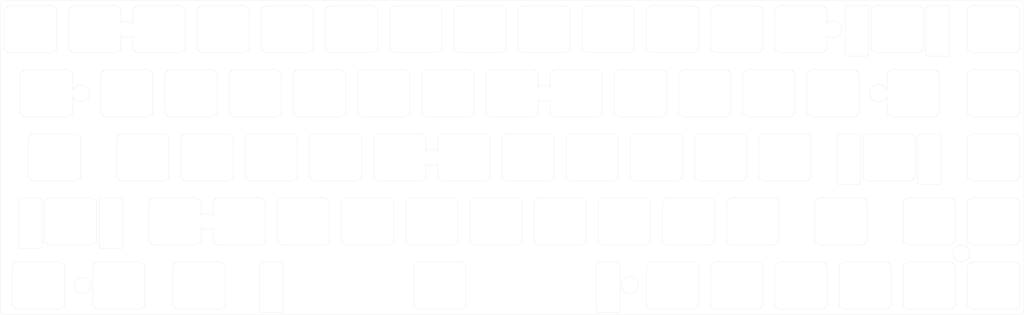
<source format=kicad_pcb>
(kicad_pcb (version 20211014) (generator pcbnew)
  (title_block (title "Alps68 Plate") (date "2022-08-25") (rev "A"))
  (layers (0 "F.Cu" signal) (31 "B.Cu" signal) (34 "B.Paste" user) (35 "F.Paste" user) (36 "B.SilkS" user "B.Silkscreen") (37 "F.SilkS" user "F.Silkscreen") (38 "B.Mask" user) (39 "F.Mask" user) (44 "Edge.Cuts" user))
  (net 0 "")
  (gr_line (start 161.274996 60.35) (end 161.275005 60.250001) (layer "Edge.Cuts") (width 0.05))
  (gr_line (start 27.399966 138.69998) (end 328.199966 138.69998) (layer "Edge.Cuts") (width 0.05))
  (gr_line (start 314.174996 65.9) (end 327.175005 65.900001) (layer "Edge.Cuts") (width 0.05))
  (gr_line (start 56.500005 66.500001) (end 56.250005 66.500001) (layer "Edge.Cuts") (width 0.05))
  (gr_arc (start 75.299996 79.3) (mid 74.946446 79.15355) (end 74.799996 78.800001) (layer "Edge.Cuts") (width 0.05))
  (gr_line (start 218.137505 104.600001) (end 218.137505 104.500001) (layer "Edge.Cuts") (width 0.05))
  (gr_line (start 231.924996 60.85) (end 218.925005 60.850001) (layer "Edge.Cuts") (width 0.05))
  (gr_arc (start 281.968746 86.050001) (mid 282.11519 85.696444) (end 282.468746 85.55) (layer "Edge.Cuts") (width 0.05))
  (gr_line (start 108.887505 117.400001) (end 108.887505 117.500001) (layer "Edge.Cuts") (width 0.05))
  (gr_line (start 156.225005 60.250001) (end 156.475005 60.250001) (layer "Edge.Cuts") (width 0.05))
  (gr_line (start 285.099996 47.35) (end 285.100005 47.450001) (layer "Edge.Cuts") (width 0.05))
  (gr_line (start 165.287496 105.1) (end 165.287505 116.900001) (layer "Edge.Cuts") (width 0.05))
  (gr_arc (start 137.462496 85.450001) (mid 137.60894 85.096444) (end 137.962496 84.95) (layer "Edge.Cuts") (width 0.05))
  (gr_arc (start 127.149996 65.899991) (mid 127.503562 66.046434) (end 127.650005 66.400001) (layer "Edge.Cuts") (width 0.05))
  (gr_arc (start 255.774996 47.950001) (mid 255.92144 47.596444) (end 256.274996 47.45) (layer "Edge.Cuts") (width 0.05))
  (gr_line (start 35.068746 85.45) (end 35.068755 85.550001) (layer "Edge.Cuts") (width 0.05))
  (gr_line (start 296.218746 98.95) (end 283.218755 98.950001) (layer "Edge.Cuts") (width 0.05))
  (gr_arc (start 91.931255 136.550001) (mid 91.784809 136.903563) (end 91.431246 137.050009) (layer "Edge.Cuts") (width 0.05))
  (gr_arc (start 137.212505 98.350001) (mid 136.858948 98.203554) (end 136.712495 97.85) (layer "Edge.Cuts") (width 0.05))
  (gr_arc (start 204.637496 118) (mid 204.283946 117.85355) (end 204.137496 117.500001) (layer "Edge.Cuts") (width 0.05))
  (gr_line (start 257.024996 46.85) (end 270.025005 46.850001) (layer "Edge.Cuts") (width 0.05))
  (gr_line (start 170.799996 79.4) (end 170.800005 79.300001) (layer "Edge.Cuts") (width 0.05))
  (gr_arc (start 251.724996 123.649991) (mid 252.078562 123.796434) (end 252.225005 124.150001) (layer "Edge.Cuts") (width 0.05))
  (gr_arc (start 327.675005 79.400001) (mid 327.528559 79.753563) (end 327.174996 79.900009) (layer "Edge.Cuts") (width 0.05))
  (gr_line (start 61.769246 119) (end 55.769255 119.000001) (layer "Edge.Cuts") (width 0.05))
  (gr_arc (start 85.702022 109.135652) (mid 87.311859 108.545702) (end 88.923176 109.131596) (layer "Edge.Cuts") (width 0.05))
  (gr_line (start 146.237496 105.1) (end 146.237505 116.900001) (layer "Edge.Cuts") (width 0.05))
  (gr_arc (start 109.868747 137.55) (mid 109.722307 137.903554) (end 109.368755 138.050001) (layer "Edge.Cuts") (width 0.05))
  (gr_line (start 289.824996 123.65) (end 289.575005 123.650001) (layer "Edge.Cuts") (width 0.05))
  (gr_arc (start 162.868746 123.049991) (mid 163.222312 123.196434) (end 163.368755 123.550001) (layer "Edge.Cuts") (width 0.05))
  (gr_arc (start 251.474997 136.55) (mid 251.328557 136.903554) (end 250.975005 137.050001) (layer "Edge.Cuts") (width 0.05))
  (gr_line (start 246.962496 85.55) (end 246.712505 85.550001) (layer "Edge.Cuts") (width 0.05))
  (gr_arc (start 122.387496 103.999991) (mid 122.741062 104.146434) (end 122.887505 104.500001) (layer "Edge.Cuts") (width 0.05))
  (gr_line (start 32.437496 66.5) (end 32.687505 66.500001) (layer "Edge.Cuts") (width 0.05))
  (gr_arc (start 161.025005 60.250001) (mid 160.671448 60.103554) (end 160.524995 59.75) (layer "Edge.Cuts") (width 0.05))
  (gr_line (start 299.099996 60.35) (end 299.100005 60.250001) (layer "Edge.Cuts") (width 0.05))
  (gr_arc (start 176.025005 59.750001) (mid 175.878559 60.103563) (end 175.524996 60.250009) (layer "Edge.Cuts") (width 0.05))
  (gr_line (start 46.187496 79.9) (end 33.187505 79.900001) (layer "Edge.Cuts") (width 0.05))
  (gr_arc (start 313.674996 66.400001) (mid 313.82144 66.046444) (end 314.174996 65.9) (layer "Edge.Cuts") (width 0.05))
  (gr_line (start 155.762496 86.05) (end 155.762499 89.934094) (layer "Edge.Cuts") (width 0.05))
  (gr_line (start 274.780746 99.95) (end 280.780755 99.950001) (layer "Edge.Cuts") (width 0.05))
  (gr_line (start 261.000005 79.300001) (end 261.000005 79.400001) (layer "Edge.Cuts") (width 0.05))
  (gr_line (start 99.862496 84.95) (end 112.862505 84.950001) (layer "Edge.Cuts") (width 0.05))
  (gr_line (start 194.612505 85.550001) (end 194.362505 85.550001) (layer "Edge.Cuts") (width 0.05))
  (gr_line (start 237.187496 104.5) (end 237.187505 104.600001) (layer "Edge.Cuts") (width 0.05))
  (gr_line (start 25.899966 46.69998) (end 25.899966 137.19998) (layer "Edge.Cuts") (width 0.05))
  (gr_line (start 156.474996 47.45) (end 156.225005 47.450001) (layer "Edge.Cuts") (width 0.05))
  (gr_line (start 313.675005 66.500001) (end 313.675005 66.400001) (layer "Edge.Cuts") (width 0.05))
  (gr_arc (start 251.475005 60.350001) (mid 251.328559 60.703563) (end 250.974996 60.850009) (layer "Edge.Cuts") (width 0.05))
  (gr_line (start 61.262505 85.550001) (end 61.012505 85.550001) (layer "Edge.Cuts") (width 0.05))
  (gr_line (start 308.625005 123.650001) (end 308.625005 123.550001) (layer "Edge.Cuts") (width 0.05))
  (gr_line (start 43.806246 123.05) (end 30.806255 123.050001) (layer "Edge.Cuts") (width 0.05))
  (gr_line (start 251.475005 136.450001) (end 251.725005 136.450001) (layer "Edge.Cuts") (width 0.05))
  (gr_line (start 151.499996 66.5) (end 151.750005 66.500001) (layer "Edge.Cuts") (width 0.05))
  (gr_arc (start 180.787497 116.9) (mid 180.641057 117.253554) (end 180.287505 117.400001) (layer "Edge.Cuts") (width 0.05))
  (gr_line (start 113.362505 85.550001) (end 113.612505 85.550001) (layer "Edge.Cuts") (width 0.05))
  (gr_line (start 80.312496 85.45) (end 80.312505 85.550001) (layer "Edge.Cuts") (width 0.05))
  (gr_line (start 299.849996 59.75) (end 299.850005 47.950001) (layer "Edge.Cuts") (width 0.05))
  (gr_arc (start 193.825005 46.85) (mid 194.178559 46.996444) (end 194.324996 47.35) (layer "Edge.Cuts") (width 0.05))
  (gr_line (start 46.937496 79.3) (end 46.687505 79.300001) (layer "Edge.Cuts") (width 0.05))
  (gr_arc (start 56.499996 66.4) (mid 56.646443 66.04644) (end 57.000005 65.9) (layer "Edge.Cuts") (width 0.05))
  (gr_line (start 283.218746 84.95) (end 296.218755 84.950001) (layer "Edge.Cuts") (width 0.05))
  (gr_line (start 118.912496 98.95) (end 131.912505 98.950001) (layer "Edge.Cuts") (width 0.05))
  (gr_arc (start 98.574996 46.849991) (mid 98.928562 46.996434) (end 99.075005 47.350001) (layer "Edge.Cuts") (width 0.05))
  (gr_arc (start 246.750005 79.300001) (mid 246.396448 79.153554) (end 246.249995 78.8) (layer "Edge.Cuts") (width 0.05))
  (gr_line (start 280.050005 79.300001) (end 280.300005 79.300001) (layer "Edge.Cuts") (width 0.05))
  (gr_line (start 313.674996 98.45) (end 313.675005 98.350001) (layer "Edge.Cuts") (width 0.05))
  (gr_line (start 227.950005 66.500001) (end 227.950005 66.400001) (layer "Edge.Cuts") (width 0.05))
  (gr_line (start 179.537496 104) (end 166.537505 104.000001) (layer "Edge.Cuts") (width 0.05))
  (gr_line (start 131.912496 84.95) (end 118.912505 84.950001) (layer "Edge.Cuts") (width 0.05))
  (gr_line (start 137.462505 85.550001) (end 137.462505 85.450001) (layer "Edge.Cuts") (width 0.05))
  (gr_line (start 122.424996 59.75) (end 122.425005 47.950001) (layer "Edge.Cuts") (width 0.05))
  (gr_arc (start 103.374996 47.950001) (mid 103.52144 47.596444) (end 103.874996 47.45) (layer "Edge.Cuts") (width 0.05))
  (gr_line (start 303.862496 79.4) (end 303.862505 79.300001) (layer "Edge.Cuts") (width 0.05))
  (gr_line (start 53.331246 104) (end 40.331255 104.000001) (layer "Edge.Cuts") (width 0.05))
  (gr_arc (start 132.449996 79.3) (mid 132.096446 79.15355) (end 131.949996 78.800001) (layer "Edge.Cuts") (width 0.05))
  (gr_arc (start 79.524996 46.849991) (mid 79.878562 46.996434) (end 80.025005 47.350001) (layer "Edge.Cuts") (width 0.05))
  (gr_arc (start 84.287496 103.999991) (mid 84.641062 104.146434) (end 84.787505 104.500001) (layer "Edge.Cuts") (width 0.05))
  (gr_arc (start 155.762499 89.934094) (mid 155.705421 90.024414) (end 155.599345 90.011628) (layer "Edge.Cuts") (width 0.05))
  (gr_line (start 151.750005 66.500001) (end 151.750005 66.400001) (layer "Edge.Cuts") (width 0.05))
  (gr_arc (start 69.999996 65.899991) (mid 70.353562 66.046434) (end 70.500005 66.400001) (layer "Edge.Cuts") (width 0.05))
  (gr_arc (start 256.274996 136.45) (mid 255.921446 136.30355) (end 255.774996 135.950001) (layer "Edge.Cuts") (width 0.05))
  (gr_arc (start 237.937505 116.900001) (mid 237.791059 117.253563) (end 237.437496 117.400009) (layer "Edge.Cuts") (width 0.05))
  (gr_line (start 95.099996 65.9) (end 108.100005 65.900001) (layer "Edge.Cuts") (width 0.05))
  (gr_arc (start 312.924996 47.95) (mid 313.071443 47.59644) (end 313.425005 47.45) (layer "Edge.Cuts") (width 0.05))
  (gr_line (start 113.399996 79.3) (end 113.650005 79.300001) (layer "Edge.Cuts") (width 0.05))
  (gr_arc (start 146.987496 104.5) (mid 147.133943 104.14644) (end 147.487505 104) (layer "Edge.Cuts") (width 0.05))
  (gr_arc (start 155.724996 46.849991) (mid 156.078562 46.996434) (end 156.225005 47.350001) (layer "Edge.Cuts") (width 0.05))
  (gr_arc (start 203.349996 65.899991) (mid 203.703562 66.046434) (end 203.850005 66.400001) (layer "Edge.Cuts") (width 0.05))
  (gr_arc (start 208.649996 79.3) (mid 208.296446 79.15355) (end 208.149996 78.800001) (layer "Edge.Cuts") (width 0.05))
  (gr_line (start 75.262505 98.350001) (end 75.512505 98.350001) (layer "Edge.Cuts") (width 0.05))
  (gr_arc (start 251.512496 98.35) (mid 251.158946 98.20355) (end 251.012496 97.850001) (layer "Edge.Cuts") (width 0.05))
  (gr_arc (start 288.924344 74.115329) (mid 283.938166 72.864422) (end 288.924342 71.613507) (layer "Edge.Cuts") (width 0.05))
  (gr_line (start 176.024996 47.95) (end 176.025005 59.750001) (layer "Edge.Cuts") (width 0.05))
  (gr_arc (start 88.923173 112.959806) (mid 87.311855 113.545698) (end 85.702019 112.955744) (layer "Edge.Cuts") (width 0.05))
  (gr_line (start 37.893246 104) (end 31.893255 104.000001) (layer "Edge.Cuts") (width 0.05))
  (gr_line (start 123.175005 60.250001) (end 122.925005 60.250001) (layer "Edge.Cuts") (width 0.05))
  (gr_arc (start 265.299996 67) (mid 265.446443 66.64644) (end 265.800005 66.5) (layer "Edge.Cuts") (width 0.05))
  (gr_line (start 84.787505 104.600001) (end 84.787505 104.500001) (layer "Edge.Cuts") (width 0.05))
  (gr_line (start 94.600005 79.300001) (end 94.350005 79.300001) (layer "Edge.Cuts") (width 0.05))
  (gr_line (start 61.762496 98.95) (end 74.762505 98.950001) (layer "Edge.Cuts") (width 0.05))
  (gr_line (start 213.662496 85.45) (end 213.662505 85.550001) (layer "Edge.Cuts") (width 0.05))
  (gr_line (start 53.831255 104.600001) (end 53.831255 104.500001) (layer "Edge.Cuts") (width 0.05))
  (gr_line (start 227.699996 66.5) (end 227.950005 66.500001) (layer "Edge.Cuts") (width 0.05))
  (gr_arc (start 282.431247 117.5) (mid 282.284807 117.853554) (end 281.931255 118.000001) (layer "Edge.Cuts") (width 0.05))
  (gr_line (start 122.924996 47.45) (end 123.175005 47.450001) (layer "Edge.Cuts") (width 0.05))
  (gr_arc (start 250.975005 46.85) (mid 251.328559 46.996444) (end 251.474996 47.35) (layer "Edge.Cuts") (width 0.05))
  (gr_line (start 195.074996 47.95) (end 195.075005 59.750001) (layer "Edge.Cuts") (width 0.05))
  (gr_arc (start 270.524997 136.55) (mid 270.378557 136.903554) (end 270.025005 137.050001) (layer "Edge.Cuts") (width 0.05))
  (gr_line (start 280.799996 78.8) (end 280.800005 67.000001) (layer "Edge.Cuts") (width 0.05))
  (gr_line (start 55.749996 67) (end 55.750005 78.800001) (layer "Edge.Cuts") (width 0.05))
  (gr_line (start 77.181246 135.95) (end 77.181255 124.150001) (layer "Edge.Cuts") (width 0.05))
  (gr_line (start 113.362496 85.45) (end 113.362505 85.550001) (layer "Edge.Cuts") (width 0.05))
  (gr_line (start 38.393246 118.5) (end 38.393255 104.500001) (layer "Edge.Cuts") (width 0.05))
  (gr_line (start 160.487496 104) (end 147.487505 104.000001) (layer "Edge.Cuts") (width 0.05))
  (gr_line (start 31.937496 78.8) (end 31.937505 67.000001) (layer "Edge.Cuts") (width 0.05))
  (gr_line (start 289.862505 79.300001) (end 289.862505 79.400001) (layer "Edge.Cuts") (width 0.05))
  (gr_arc (start 112.862505 84.95) (mid 113.216059 85.096444) (end 113.362496 85.45) (layer "Edge.Cuts") (width 0.05))
  (gr_line (start 109.387496 118) (end 122.387505 118.000001) (layer "Edge.Cuts") (width 0.05))
  (gr_arc (start 90.299997 78.8) (mid 90.153557 79.153554) (end 89.800005 79.300001) (layer "Edge.Cuts") (width 0.05))
  (gr_arc (start 170.049996 67.000001) (mid 170.19644 66.646444) (end 170.549996 66.5) (layer "Edge.Cuts") (width 0.05))
  (gr_line (start 308.625005 136.450001) (end 308.875005 136.450001) (layer "Edge.Cuts") (width 0.05))
  (gr_line (start 67.618746 137.05) (end 54.618755 137.050001) (layer "Edge.Cuts") (width 0.05))
  (gr_arc (start 128.437496 118) (mid 128.083946 117.85355) (end 127.937496 117.500001) (layer "Edge.Cuts") (width 0.05))
  (gr_arc (start 313.674996 123.55) (mid 313.821443 123.19644) (end 314.175005 123.05) (layer "Edge.Cuts") (width 0.05))
  (gr_line (start 222.937496 104.6) (end 223.187505 104.600001) (layer "Edge.Cuts") (width 0.05))
  (gr_arc (start 48.568746 84.949991) (mid 48.922312 85.096434) (end 49.068755 85.450001) (layer "Edge.Cuts") (width 0.05))
  (gr_arc (start 53.868755 136.450001) (mid 53.515198 136.303554) (end 53.368745 135.95) (layer "Edge.Cuts") (width 0.05))
  (gr_arc (start 204.599997 78.8) (mid 204.453557 79.153554) (end 204.100005 79.300001) (layer "Edge.Cuts") (width 0.05))
  (gr_arc (start 54.118746 123.550001) (mid 54.26519 123.196444) (end 54.618746 123.05) (layer "Edge.Cuts") (width 0.05))
  (gr_arc (start 271.275005 59.750001) (mid 271.128559 60.103563) (end 270.774996 60.250009) (layer "Edge.Cuts") (width 0.05))
  (gr_line (start 89.837505 104.600001) (end 89.837505 104.500001) (layer "Edge.Cuts") (width 0.05))
  (gr_arc (start 170.762496 85.549991) (mid 171.116062 85.696434) (end 171.262505 86.050001) (layer "Edge.Cuts") (width 0.05))
  (gr_arc (start 282.718746 85.450001) (mid 282.86519 85.096444) (end 283.218746 84.95) (layer "Edge.Cuts") (width 0.05))
  (gr_arc (start 314.175005 98.950001) (mid 313.821448 98.803554) (end 313.674995 98.45) (layer "Edge.Cuts") (width 0.05))
  (gr_line (start 79.524996 46.85) (end 66.525005 46.850001) (layer "Edge.Cuts") (width 0.05))
  (gr_line (start 298.156746 85.45) (end 298.156755 99.450001) (layer "Edge.Cuts") (width 0.05))
  (gr_line (start 296.968746 98.35) (end 296.718755 98.350001) (layer "Edge.Cuts") (width 0.05))
  (gr_line (start 79.562496 86.05) (end 79.562505 97.850001) (layer "Edge.Cuts") (width 0.05))
  (gr_arc (start 212.912496 86.05) (mid 213.058943 85.69644) (end 213.412505 85.55) (layer "Edge.Cuts") (width 0.05))
  (gr_arc (start 276.661996 47.35) (mid 276.808443 46.99644) (end 277.162005 46.85) (layer "Edge.Cuts") (width 0.05))
  (gr_line (start 68.868746 124.15) (end 68.868755 135.950001) (layer "Edge.Cuts") (width 0.05))
  (gr_arc (start 232.424997 136.55) (mid 232.278557 136.903554) (end 231.925005 137.050001) (layer "Edge.Cuts") (width 0.05))
  (gr_line (start 137.962496 84.95) (end 150.962505 84.950001) (layer "Edge.Cuts") (width 0.05))
  (gr_line (start 137.424996 60.25) (end 137.175005 60.250001) (layer "Edge.Cuts") (width 0.05))
  (gr_arc (start 246.712497 98.45) (mid 246.566057 98.803554) (end 246.212505 98.950001) (layer "Edge.Cuts") (width 0.05))
  (gr_line (start 61.725002 51.870301) (end 61.725005 47.950001) (layer "Edge.Cuts") (width 0.05))
  (gr_line (start 261.749996 67) (end 261.750005 78.800001) (layer "Edge.Cuts") (width 0.05))
  (gr_arc (start 88.923173 112.959806) (mid 89.029733 112.945726) (end 89.087499 113.03637) (layer "Edge.Cuts") (width 0.05))
  (gr_arc (start 227.949996 66.400001) (mid 228.09644 66.046444) (end 228.449996 65.9) (layer "Edge.Cuts") (width 0.05))
  (gr_line (start 204.137496 104.5) (end 204.137505 104.600001) (layer "Edge.Cuts") (width 0.05))
  (gr_line (start 312.924996 78.8) (end 312.925005 67.000001) (layer "Edge.Cuts") (width 0.05))
  (gr_arc (start 71.249997 78.8) (mid 71.103557 79.153554) (end 70.750005 79.300001) (layer "Edge.Cuts") (width 0.05))
  (gr_line (start 250.974996 60.85) (end 237.975005 60.850001) (layer "Edge.Cuts") (width 0.05))
  (gr_arc (start 282.468755 98.350001) (mid 282.115198 98.203554) (end 281.968745 97.85) (layer "Edge.Cuts") (width 0.05))
  (gr_arc (start 184.300005 65.9) (mid 184.653559 66.046444) (end 184.799996 66.4) (layer "Edge.Cuts") (width 0.05))
  (gr_arc (start 199.125005 60.250001) (mid 198.771448 60.103554) (end 198.624995 59.75) (layer "Edge.Cuts") (width 0.05))
  (gr_arc (start 185.550002 74.871277) (mid 185.608291 74.780391) (end 185.715206 74.795458) (layer "Edge.Cuts") (width 0.05))
  (gr_arc (start 176.062496 98.95) (mid 175.708946 98.80355) (end 175.562496 98.450001) (layer "Edge.Cuts") (width 0.05))
  (gr_line (start 213.662505 85.550001) (end 213.412505 85.550001) (layer "Edge.Cuts") (width 0.05))
  (gr_line (start 151.462505 98.350001) (end 151.462505 98.450001) (layer "Edge.Cuts") (width 0.05))
  (gr_line (start 232.674996 60.25) (end 232.425005 60.250001) (layer "Edge.Cuts") (width 0.05))
  (gr_arc (start 294.624996 104.5) (mid 294.771443 104.14644) (end 295.125005 104) (layer "Edge.Cuts") (width 0.05))
  (gr_line (start 103.337496 118) (end 90.337505 118.000001) (layer "Edge.Cuts") (width 0.05))
  (gr_line (start 195.112496 98.95) (end 208.112505 98.950001) (layer "Edge.Cuts") (width 0.05))
  (gr_line (start 277.161996 61.85) (end 283.162005 61.850001) (layer "Edge.Cuts") (width 0.05))
  (gr_line (start 160.987505 104.600001) (end 160.987505 104.500001) (layer "Edge.Cuts") (width 0.05))
  (gr_line (start 232.425005 47.450001) (end 232.675005 47.450001) (layer "Edge.Cuts") (width 0.05))
  (gr_arc (start 31.937496 67.000001) (mid 32.08394 66.646444) (end 32.437496 66.5) (layer "Edge.Cuts") (width 0.05))
  (gr_line (start 104.587496 105.1) (end 104.587505 116.900001) (layer "Edge.Cuts") (width 0.05))
  (gr_arc (start 85.702022 109.135652) (mid 85.595383 109.149948) (end 85.537502 109.05925) (layer "Edge.Cuts") (width 0.05))
  (gr_arc (start 175.562496 85.45) (mid 175.708943 85.09644) (end 176.062505 84.95) (layer "Edge.Cuts") (width 0.05))
  (gr_arc (start 152.212502 93.910283) (mid 152.271085 93.819263) (end 152.378194 93.834887) (layer "Edge.Cuts") (width 0.05))
  (gr_line (start 128.399996 78.8) (end 128.400005 67.000001) (layer "Edge.Cuts") (width 0.05))
  (gr_line (start 61.012496 98.35) (end 61.262505 98.350001) (layer "Edge.Cuts") (width 0.05))
  (gr_arc (start 290.362496 79.9) (mid 290.008946 79.75355) (end 289.862496 79.400001) (layer "Edge.Cuts") (width 0.05))
  (gr_line (start 149.368746 123.55) (end 149.368755 123.650001) (layer "Edge.Cuts") (width 0.05))
  (gr_arc (start 147.449997 78.8) (mid 147.303557 79.153554) (end 146.950005 79.300001) (layer "Edge.Cuts") (width 0.05))
  (gr_arc (start 252.224997 135.95) (mid 252.078557 136.303554) (end 251.725005 136.450001) (layer "Edge.Cuts") (width 0.05))
  (gr_arc (start 175.525005 47.45) (mid 175.878559 47.596444) (end 176.024996 47.95) (layer "Edge.Cuts") (width 0.05))
  (gr_arc (start 47.628006 71.84691) (mid 47.515712 71.901979) (end 47.4375 71.804381) (layer "Edge.Cuts") (width 0.05))
  (gr_arc (start 163.368747 136.55) (mid 163.222307 136.903554) (end 162.868755 137.050001) (layer "Edge.Cuts") (width 0.05))
  (gr_arc (start 228.450005 79.900001) (mid 228.096448 79.753554) (end 227.949995 79.4) (layer "Edge.Cuts") (width 0.05))
  (gr_arc (start 80.312496 85.45) (mid 80.458943 85.09644) (end 80.812505 84.95) (layer "Edge.Cuts") (width 0.05))
  (gr_line (start 41.424996 46.85) (end 28.425005 46.850001) (layer "Edge.Cuts") (width 0.05))
  (gr_line (start 237.475005 47.450001) (end 237.475005 47.350001) (layer "Edge.Cuts") (width 0.05))
  (gr_arc (start 294.374996 117.4) (mid 294.021446 117.25355) (end 293.874996 116.900001) (layer "Edge.Cuts") (width 0.05))
  (gr_line (start 185.087496 104.5) (end 185.087505 104.600001) (layer "Edge.Cuts") (width 0.05))
  (gr_arc (start 237.474996 47.350001) (mid 237.62144 46.996444) (end 237.974996 46.85) (layer "Edge.Cuts") (width 0.05))
  (gr_line (start 75.262496 98.45) (end 75.262505 98.350001) (layer "Edge.Cuts") (width 0.05))
  (gr_line (start 103.374996 59.75) (end 103.375005 47.950001) (layer "Edge.Cuts") (width 0.05))
  (gr_line (start 232.425005 60.250001) (end 232.425005 60.350001) (layer "Edge.Cuts") (width 0.05))
  (gr_arc (start 127.649997 79.4) (mid 127.503557 79.753554) (end 127.150005 79.900001) (layer "Edge.Cuts") (width 0.05))
  (gr_line (start 165.750005 79.300001) (end 165.750005 79.400001) (layer "Edge.Cuts") (width 0.05))
  (gr_line (start 132.700005 66.500001) (end 132.450005 66.500001) (layer "Edge.Cuts") (width 0.05))
  (gr_arc (start 257.024996 137.05) (mid 256.671446 136.90355) (end 256.524996 136.550001) (layer "Edge.Cuts") (width 0.05))
  (gr_arc (start 241.450005 65.9) (mid 241.803559 66.046444) (end 241.949996 66.4) (layer "Edge.Cuts") (width 0.05))
  (gr_line (start 47.437502 74.015902) (end 47.437505 78.800001) (layer "Edge.Cuts") (width 0.05))
  (gr_line (start 171.299996 65.9) (end 184.300005 65.900001) (layer "Edge.Cuts") (width 0.05))
  (gr_line (start 294.624996 123.55) (end 294.625005 123.650001) (layer "Edge.Cuts") (width 0.05))
  (gr_line (start 150.999996 78.8) (end 151.000005 67.000001) (layer "Edge.Cuts") (width 0.05))
  (gr_line (start 213.662505 98.350001) (end 213.662505 98.450001) (layer "Edge.Cuts") (width 0.05))
  (gr_line (start 266.050005 79.300001) (end 266.050005 79.400001) (layer "Edge.Cuts") (width 0.05))
  (gr_line (start 35.568746 98.95) (end 48.568755 98.950001) (layer "Edge.Cuts") (width 0.05))
  (gr_line (start 99.112496 85.55) (end 99.362505 85.550001) (layer "Edge.Cuts") (width 0.05))
  (gr_arc (start 89.549997 79.4) (mid 89.403557 79.753554) (end 89.050005 79.900001) (layer "Edge.Cuts") (width 0.05))
  (gr_line (start 185.549996 67) (end 185.549999 70.928685) (layer "Edge.Cuts") (width 0.05))
  (gr_arc (start 156.474996 47.449991) (mid 156.828562 47.596434) (end 156.975005 47.950001) (layer "Edge.Cuts") (width 0.05))
  (gr_line (start 165.749996 66.4) (end 165.750005 66.500001) (layer "Edge.Cuts") (width 0.05))
  (gr_line (start 266.012496 85.55) (end 265.762505 85.550001) (layer "Edge.Cuts") (width 0.05))
  (gr_arc (start 270.024996 123.049991) (mid 270.378562 123.196434) (end 270.525005 123.550001) (layer "Edge.Cuts") (width 0.05))
  (gr_line (start 242.737496 118) (end 255.737505 118.000001) (layer "Edge.Cuts") (width 0.05))
  (gr_arc (start 71.287496 118) (mid 70.933946 117.85355) (end 70.787496 117.500001) (layer "Edge.Cuts") (width 0.05))
  (gr_arc (start 123.137496 104.599991) (mid 123.491062 104.746434) (end 123.637505 105.100001) (layer "Edge.Cuts") (width 0.05))
  (gr_line (start 109.349996 67) (end 109.350005 78.800001) (layer "Edge.Cuts") (width 0.05))
  (gr_arc (start 122.424996 47.950001) (mid 122.57144 47.596444) (end 122.924996 47.45) (layer "Edge.Cuts") (width 0.05))
  (gr_line (start 31.893246 119) (end 37.893255 119.000001) (layer "Edge.Cuts") (width 0.05))
  (gr_arc (start 274.780746 99.95) (mid 274.427196 99.80355) (end 274.280746 99.450001) (layer "Edge.Cuts") (width 0.05))
  (gr_arc (start 28.424996 60.85) (mid 28.071446 60.70355) (end 27.924996 60.350001) (layer "Edge.Cuts") (width 0.05))
  (gr_arc (start 283.181247 116.9) (mid 283.034807 117.253554) (end 282.681255 117.400001) (layer "Edge.Cuts") (width 0.05))
  (gr_line (start 282.431255 117.400001) (end 282.681255 117.400001) (layer "Edge.Cuts") (width 0.05))
  (gr_arc (start 247.462497 97.85) (mid 247.316057 98.203554) (end 246.962505 98.350001) (layer "Edge.Cuts") (width 0.05))
  (gr_arc (start 266.049996 66.4) (mid 266.196443 66.04644) (end 266.550005 65.9) (layer "Edge.Cuts") (width 0.05))
  (gr_line (start 270.525005 47.450001) (end 270.775005 47.450001) (layer "Edge.Cuts") (width 0.05))
  (gr_line (start 77.931246 136.55) (end 77.931255 136.450001) (layer "Edge.Cuts") (width 0.05))
  (gr_arc (start 171.300005 79.900001) (mid 170.946448 79.753554) (end 170.799995 79.4) (layer "Edge.Cuts") (width 0.05))
  (gr_arc (start 164.118747 135.95) (mid 163.972307 136.303554) (end 163.618755 136.450001) (layer "Edge.Cuts") (width 0.05))
  (gr_line (start 261.000005 66.500001) (end 261.250005 66.500001) (layer "Edge.Cuts") (width 0.05))
  (gr_line (start 27.174996 47.95) (end 27.175005 59.750001) (layer "Edge.Cuts") (width 0.05))
  (gr_arc (start 77.181246 124.150001) (mid 77.32769 123.796444) (end 77.681246 123.65) (layer "Edge.Cuts") (width 0.05))
  (gr_arc (start 313.424996 136.45) (mid 313.071446 136.30355) (end 312.924996 135.950001) (layer "Edge.Cuts") (width 0.05))
  (gr_line (start 237.437496 117.4) (end 237.187505 117.400001) (layer "Edge.Cuts") (width 0.05))
  (gr_line (start 94.312505 85.550001) (end 94.312505 85.450001) (layer "Edge.Cuts") (width 0.05))
  (gr_line (start 280.049996 79.4) (end 280.050005 79.300001) (layer "Edge.Cuts") (width 0.05))
  (gr_arc (start 307.537997 61.35) (mid 307.391557 61.703554) (end 307.038005 61.850001) (layer "Edge.Cuts") (width 0.05))
  (gr_line (start 108.887505 104.600001) (end 108.637505 104.600001) (layer "Edge.Cuts") (width 0.05))
  (gr_line (start 327.675005 104.600001) (end 327.925005 104.600001) (layer "Edge.Cuts") (width 0.05))
  (gr_line (start 85.075005 47.450001) (end 84.825005 47.450001) (layer "Edge.Cuts") (width 0.05))
  (gr_line (start 202.868746 137.55) (end 202.868755 123.550001) (layer "Edge.Cuts") (width 0.05))
  (gr_arc (start 265.762497 98.45) (mid 265.616057 98.803554) (end 265.262505 98.950001) (layer "Edge.Cuts") (width 0.05))
  (gr_line (start 179.574996 59.75) (end 179.575005 47.950001) (layer "Edge.Cuts") (width 0.05))
  (gr_arc (start 49.318746 85.549991) (mid 49.672312 85.696434) (end 49.818755 86.050001) (layer "Edge.Cuts") (width 0.05))
  (gr_arc (start 161.775005 60.850001) (mid 161.421448 60.703554) (end 161.274995 60.35) (layer "Edge.Cuts") (width 0.05))
  (gr_line (start 103.874996 47.45) (end 104.125005 47.450001) (layer "Edge.Cuts") (width 0.05))
  (gr_line (start 80.274996 47.45) (end 80.025005 47.450001) (layer "Edge.Cuts") (width 0.05))
  (gr_line (start 141.937505 104.600001) (end 141.937505 104.500001) (layer "Edge.Cuts") (width 0.05))
  (gr_line (start 185.087505 104.600001) (end 184.837505 104.600001) (layer "Edge.Cuts") (width 0.05))
  (gr_arc (start 161.274996 47.350001) (mid 161.42144 46.996444) (end 161.774996 46.85) (layer "Edge.Cuts") (width 0.05))
  (gr_line (start 256.987496 116.9) (end 256.987505 105.100001) (layer "Edge.Cuts") (width 0.05))
  (gr_line (start 213.412496 98.35) (end 213.662505 98.350001) (layer "Edge.Cuts") (width 0.05))
  (gr_line (start 113.612496 98.35) (end 113.362505 98.350001) (layer "Edge.Cuts") (width 0.05))
  (gr_arc (start 185.050005 66.5) (mid 185.403559 66.646444) (end 185.549996 67) (layer "Edge.Cuts") (width 0.05))
  (gr_line (start 127.899996 66.5) (end 127.650005 66.500001) (layer "Edge.Cuts") (width 0.05))
  (gr_arc (start 297.468755 97.850001) (mid 297.322309 98.203563) (end 296.968746 98.350009) (layer "Edge.Cuts") (width 0.05))
  (gr_arc (start 47.437502 74.015902) (mid 47.515713 73.918304) (end 47.628007 73.973373) (layer "Edge.Cuts") (width 0.05))
  (gr_line (start 122.887505 117.400001) (end 123.137505 117.400001) (layer "Edge.Cuts") (width 0.05))
  (gr_line (start 252.224996 135.95) (end 252.225005 124.150001) (layer "Edge.Cuts") (width 0.05))
  (gr_arc (start 94.350005 79.300001) (mid 93.996448 79.153554) (end 93.849995 78.8) (layer "Edge.Cuts") (width 0.05))
  (gr_line (start 132.449996 79.3) (end 132.700005 79.300001) (layer "Edge.Cuts") (width 0.05))
  (gr_line (start 298.656746 99.95) (end 304.656755 99.950001) (layer "Edge.Cuts") (width 0.05))
  (gr_line (start 103.837496 104.5) (end 103.837505 104.600001) (layer "Edge.Cuts") (width 0.05))
  (gr_arc (start 75.549996 66.4) (mid 75.696443 66.04644) (end 76.050005 65.9) (layer "Edge.Cuts") (width 0.05))
  (gr_arc (start 257.025005 60.850001) (mid 256.671448 60.703554) (end 256.524995 60.35) (layer "Edge.Cuts") (width 0.05))
  (gr_line (start 141.937505 117.400001) (end 142.187505 117.400001) (layer "Edge.Cuts") (width 0.05))
  (gr_arc (start 160.524996 47.950001) (mid 160.67144 47.596444) (end 161.024996 47.45) (layer "Edge.Cuts") (width 0.05))
  (gr_line (start 85.037496 104.6) (end 84.787505 104.600001) (layer "Edge.Cuts") (width 0.05))
  (gr_arc (start 118.375005 47.45) (mid 118.728559 47.596444) (end 118.874996 47.95) (layer "Edge.Cuts") (width 0.05))
  (gr_arc (start 66.524996 60.85) (mid 66.171446 60.70355) (end 66.024996 60.350001) (layer "Edge.Cuts") (width 0.05))
  (gr_line (start 99.074996 60.35) (end 99.075005 60.250001) (layer "Edge.Cuts") (width 0.05))
  (gr_arc (start 294.624996 123.55) (mid 294.771443 123.19644) (end 295.125005 123.05) (layer "Edge.Cuts") (width 0.05))
  (gr_line (start 156.224996 60.35) (end 156.225005 60.250001) (layer "Edge.Cuts") (width 0.05))
  (gr_arc (start 199.337496 104.599991) (mid 199.691062 104.746434) (end 199.837505 105.100001) (layer "Edge.Cuts") (width 0.05))
  (gr_line (start 242.237505 117.400001) (end 242.237505 117.500001) (layer "Edge.Cuts") (width 0.05))
  (gr_line (start 251.762505 85.550001) (end 251.512505 85.550001) (layer "Edge.Cuts") (width 0.05))
  (gr_arc (start 227.662497 98.45) (mid 227.516057 98.803554) (end 227.162505 98.950001) (layer "Edge.Cuts") (width 0.05))
  (gr_arc (start 165.787496 117.4) (mid 165.433946 117.25355) (end 165.287496 116.900001) (layer "Edge.Cuts") (width 0.05))
  (gr_line (start 160.524996 59.75) (end 160.525005 47.950001) (layer "Edge.Cuts") (width 0.05))
  (gr_line (start 265.299996 67) (end 265.300005 78.800001) (layer "Edge.Cuts") (width 0.05))
  (gr_line (start 303.862505 79.300001) (end 304.112505 79.300001) (layer "Edge.Cuts") (width 0.05))
  (gr_line (start 149.368755 123.650001) (end 149.118755 123.650001) (layer "Edge.Cuts") (width 0.05))
  (gr_arc (start 85.537499 113.032146) (mid 85.59538 112.941449) (end 85.702019 112.955744) (layer "Edge.Cuts") (width 0.05))
  (gr_arc (start 170.550005 79.300001) (mid 170.196448 79.153554) (end 170.049995 78.8) (layer "Edge.Cuts") (width 0.05))
  (gr_line (start 184.299996 79.9) (end 171.300005 79.900001) (layer "Edge.Cuts") (width 0.05))
  (gr_line (start 289.612496 79.3) (end 289.862505 79.300001) (layer "Edge.Cuts") (width 0.05))
  (gr_arc (start 241.987496 117.4) (mid 241.633946 117.25355) (end 241.487496 116.900001) (layer "Edge.Cuts") (width 0.05))
  (gr_line (start 44.306255 136.450001) (end 44.556255 136.450001) (layer "Edge.Cuts") (width 0.05))
  (gr_arc (start 77.931246 123.550001) (mid 78.07769 123.196444) (end 78.431246 123.05) (layer "Edge.Cuts") (width 0.05))
  (gr_line (start 256.274996 47.45) (end 256.525005 47.450001) (layer "Edge.Cuts") (width 0.05))
  (gr_line (start 47.474996 60.85) (end 60.475005 60.850001) (layer "Edge.Cuts") (width 0.05))
  (gr_line (start 66.025005 60.250001) (end 66.025005 60.350001) (layer "Edge.Cuts") (width 0.05))
  (gr_line (start 218.924996 137.05) (end 231.925005 137.050001) (layer "Edge.Cuts") (width 0.05))
  (gr_arc (start 236.724996 124.15) (mid 236.871443 123.79644) (end 237.225005 123.65) (layer "Edge.Cuts") (width 0.05))
  (gr_line (start 166.499996 67) (end 166.500005 78.800001) (layer "Edge.Cuts") (width 0.05))
  (gr_line (start 327.674996 85.45) (end 327.675005 85.550001) (layer "Edge.Cuts") (width 0.05))
  (gr_line (start 222.899996 79.4) (end 222.900005 79.300001) (layer "Edge.Cuts") (width 0.05))
  (gr_arc (start 213.412496 98.35) (mid 213.058946 98.20355) (end 212.912496 97.850001) (layer "Edge.Cuts") (width 0.05))
  (gr_arc (start 165.250005 65.9) (mid 165.603559 66.046444) (end 165.749996 66.4) (layer "Edge.Cuts") (width 0.05))
  (gr_arc (start 305.156747 99.45) (mid 305.010307 99.803554) (end 304.656755 99.950001) (layer "Edge.Cuts") (width 0.05))
  (gr_line (start 70.787496 104.5) (end 70.787505 104.600001) (layer "Edge.Cuts") (width 0.05))
  (gr_line (start 228.412496 97.85) (end 228.412505 86.050001) (layer "Edge.Cuts") (width 0.05))
  (gr_arc (start 94.312497 98.45) (mid 94.166057 98.803554) (end 93.812505 98.950001) (layer "Edge.Cuts") (width 0.05))
  (gr_line (start 99.075005 47.450001) (end 99.075005 47.350001) (layer "Edge.Cuts") (width 0.05))
  (gr_line (start 80.025005 47.450001) (end 80.025005 47.350001) (layer "Edge.Cuts") (width 0.05))
  (gr_arc (start 61.262496 85.45) (mid 61.408943 85.09644) (end 61.762505 84.95) (layer "Edge.Cuts") (width 0.05))
  (gr_line (start 283.161996 46.85) (end 277.162005 46.850001) (layer "Edge.Cuts") (width 0.05))
  (gr_arc (start 65.774996 60.25) (mid 65.421446 60.10355) (end 65.274996 59.750001) (layer "Edge.Cuts") (width 0.05))
  (gr_arc (start 78.431255 137.050001) (mid 78.077698 136.903554) (end 77.931245 136.55) (layer "Edge.Cuts") (width 0.05))
  (gr_line (start 218.174996 136.45) (end 218.425005 136.450001) (layer "Edge.Cuts") (width 0.05))
  (gr_arc (start 104.625005 60.850001) (mid 104.271448 60.703554) (end 104.124995 60.35) (layer "Edge.Cuts") (width 0.05))
  (gr_arc (start 34.318746 86.05) (mid 34.465193 85.69644) (end 34.818755 85.55) (layer "Edge.Cuts") (width 0.05))
  (gr_line (start 127.937505 104.600001) (end 127.687505 104.600001) (layer "Edge.Cuts") (width 0.05))
  (gr_line (start 222.900005 66.500001) (end 222.900005 66.400001) (layer "Edge.Cuts") (width 0.05))
  (gr_line (start 304.112496 66.5) (end 303.862505 66.500001) (layer "Edge.Cuts") (width 0.05))
  (gr_line (start 161.275005 47.450001) (end 161.275005 47.350001) (layer "Edge.Cuts") (width 0.05))
  (gr_line (start 103.368746 138.05) (end 109.368755 138.050001) (layer "Edge.Cuts") (width 0.05))
  (gr_line (start 303.862505 66.500001) (end 303.862505 66.400001) (layer "Edge.Cuts") (width 0.05))
  (gr_line (start 77.681246 123.65) (end 77.931255 123.650001) (layer "Edge.Cuts") (width 0.05))
  (gr_line (start 203.850005 66.500001) (end 203.850005 66.400001) (layer "Edge.Cuts") (width 0.05))
  (gr_line (start 39.831246 104.5) (end 39.831255 104.600001) (layer "Edge.Cuts") (width 0.05))
  (gr_line (start 190.349996 79.9) (end 203.350005 79.900001) (layer "Edge.Cuts") (width 0.05))
  (gr_line (start 151.712496 98.35) (end 151.462505 98.350001) (layer "Edge.Cuts") (width 0.05))
  (gr_line (start 208.612505 98.350001) (end 208.862505 98.350001) (layer "Edge.Cuts") (width 0.05))
  (gr_arc (start 237.187505 117.500001) (mid 237.041059 117.853563) (end 236.687496 118.000009) (layer "Edge.Cuts") (width 0.05))
  (gr_arc (start 189.062496 84.949991) (mid 189.416062 85.096434) (end 189.562505 85.450001) (layer "Edge.Cuts") (width 0.05))
  (gr_arc (start 175.275005 60.350001) (mid 175.128559 60.703563) (end 174.774996 60.850009) (layer "Edge.Cuts") (width 0.05))
  (gr_line (start 127.649996 79.4) (end 127.650005 79.300001) (layer "Edge.Cuts") (width 0.05))
  (gr_line (start 251.012496 86.05) (end 251.012505 97.850001) (layer "Edge.Cuts") (width 0.05))
  (gr_line (start 232.674996 123.65) (end 232.425005 123.650001) (layer "Edge.Cuts") (width 0.05))
  (gr_line (start 281.280746 99.45) (end 281.280755 85.450001) (layer "Edge.Cuts") (width 0.05))
  (gr_arc (start 180.037497 117.5) (mid 179.891057 117.853554) (end 179.537505 118.000001) (layer "Edge.Cuts") (width 0.05))
  (gr_arc (start 289.574997 136.55) (mid 289.428557 136.903554) (end 289.075005 137.050001) (layer "Edge.Cuts") (width 0.05))
  (gr_line (start 194.612496 85.45) (end 194.612505 85.550001) (layer "Edge.Cuts") (width 0.05))
  (gr_line (start 305.156746 99.45) (end 305.156755 85.450001) (layer "Edge.Cuts") (width 0.05))
  (gr_arc (start 170.512497 98.45) (mid 170.366057 98.803554) (end 170.012505 98.950001) (layer "Edge.Cuts") (width 0.05))
  (gr_arc (start 289.862496 66.4) (mid 290.008943 66.04644) (end 290.362505 65.9) (layer "Edge.Cuts") (width 0.05))
  (gr_line (start 127.650005 66.500001) (end 127.650005 66.400001) (layer "Edge.Cuts") (width 0.05))
  (gr_arc (start 46.224996 47.95) (mid 46.371443 47.59644) (end 46.725005 47.45) (layer "Edge.Cuts") (width 0.05))
  (gr_line (start 56.249996 79.3) (end 56.500005 79.300001) (layer "Edge.Cuts") (width 0.05))
  (gr_arc (start 217.637496 103.999991) (mid 217.991062 104.146434) (end 218.137505 104.500001) (layer "Edge.Cuts") (width 0.05))
  (gr_line (start 327.675005 136.450001) (end 327.925005 136.450001) (layer "Edge.Cuts") (width 0.05))
  (gr_line (start 309.374996 116.9) (end 309.375005 105.100001) (layer "Edge.Cuts") (width 0.05))
  (gr_line (start 189.099996 67) (end 189.099999 70.894506) (layer "Edge.Cuts") (width 0.05))
  (gr_line (start 45.056246 135.95) (end 45.056255 124.150001) (layer "Edge.Cuts") (width 0.05))
  (gr_arc (start 41.924997 60.35) (mid 41.778557 60.703554) (end 41.425005 60.850001) (layer "Edge.Cuts") (width 0.05))
  (gr_arc (start 95.100005 79.900001) (mid 94.746448 79.753554) (end 94.599995 79.4) (layer "Edge.Cuts") (width 0.05))
  (gr_arc (start 137.962505 98.950001) (mid 137.608948 98.803554) (end 137.462495 98.45) (layer "Edge.Cuts") (width 0.05))
  (gr_line (start 255.737496 104) (end 242.737505 104.000001) (layer "Edge.Cuts") (width 0.05))
  (gr_line (start 103.837505 117.400001) (end 103.837505 117.500001) (layer "Edge.Cuts") (width 0.05))
  (gr_line (start 328.424996 67) (end 328.425005 78.800001) (layer "Edge.Cuts") (width 0.05))
  (gr_arc (start 47.437505 78.800001) (mid 47.291059 79.153563) (end 46.937496 79.300009) (layer "Edge.Cuts") (width 0.05))
  (gr_line (start 214.162496 98.95) (end 227.162505 98.950001) (layer "Edge.Cuts") (width 0.05))
  (gr_arc (start 65.106866 55.766193) (mid 63.524936 56.433386) (end 61.885709 55.922913) (layer "Edge.Cuts") (width 0.05))
  (gr_line (start 265.762505 85.550001) (end 265.762505 85.450001) (layer "Edge.Cuts") (width 0.05))
  (gr_arc (start 99.074997 60.35) (mid 98.928557 60.703554) (end 98.575005 60.850001) (layer "Edge.Cuts") (width 0.05))
  (gr_line (start 60.975005 47.450001) (end 60.975005 47.350001) (layer "Edge.Cuts") (width 0.05))
  (gr_line (start 30.806246 137.05) (end 43.806255 137.050001) (layer "Edge.Cuts") (width 0.05))
  (gr_line (start 189.812496 85.55) (end 189.562505 85.550001) (layer "Edge.Cuts") (width 0.05))
  (gr_arc (start 314.174996 60.85) (mid 313.821446 60.70355) (end 313.674996 60.350001) (layer "Edge.Cuts") (width 0.05))
  (gr_line (start 77.931255 136.450001) (end 77.681255 136.450001) (layer "Edge.Cuts") (width 0.05))
  (gr_line (start 151.462505 85.550001) (end 151.712505 85.550001) (layer "Edge.Cuts") (width 0.05))
  (gr_arc (start 89.837496 104.500001) (mid 89.98394 104.146444) (end 90.337496 104) (layer "Edge.Cuts") (width 0.05))
  (gr_line (start 208.612505 85.550001) (end 208.612505 85.450001) (layer "Edge.Cuts") (width 0.05))
  (gr_arc (start 103.875005 60.250001) (mid 103.521448 60.103554) (end 103.374995 59.75) (layer "Edge.Cuts") (width 0.05))
  (gr_arc (start 117.662496 86.05) (mid 117.808943 85.69644) (end 118.162505 85.55) (layer "Edge.Cuts") (width 0.05))
  (gr_arc (start 261.750005 78.800001) (mid 261.603559 79.153563) (end 261.249996 79.300009) (layer "Edge.Cuts") (width 0.05))
  (gr_line (start 118.162496 98.35) (end 118.412505 98.350001) (layer "Edge.Cuts") (width 0.05))
  (gr_line (start 65.774996 60.25) (end 66.025005 60.250001) (layer "Edge.Cuts") (width 0.05))
  (gr_line (start 89.837505 117.400001) (end 89.587505 117.400001) (layer "Edge.Cuts") (width 0.05))
  (gr_line (start 289.112496 67) (end 289.1125 71.566303) (layer "Edge.Cuts") (width 0.05))
  (gr_line (start 66.524996 60.85) (end 79.525005 60.850001) (layer "Edge.Cuts") (width 0.05))
  (gr_arc (start 296.718755 98.450001) (mid 296.572309 98.803563) (end 296.218746 98.950009) (layer "Edge.Cuts") (width 0.05))
  (gr_line (start 203.387496 105.1) (end 203.387505 116.900001) (layer "Edge.Cuts") (width 0.05))
  (gr_arc (start 299.849997 59.75) (mid 299.703557 60.103554) (end 299.350005 60.250001) (layer "Edge.Cuts") (width 0.05))
  (gr_arc (start 89.087496 105.100001) (mid 89.23394 104.746444) (end 89.587496 104.6) (layer "Edge.Cuts") (width 0.05))
  (gr_line (start 54.118755 123.650001) (end 54.118755 123.550001) (layer "Edge.Cuts") (width 0.05))
  (gr_arc (start 108.600005 79.400001) (mid 108.453559 79.753563) (end 108.099996 79.900009) (layer "Edge.Cuts") (width 0.05))
  (gr_line (start 208.112496 84.95) (end 195.112505 84.950001) (layer "Edge.Cuts") (width 0.05))
  (gr_arc (start 189.849996 66.4) (mid 189.996443 66.04644) (end 190.350005 65.9) (layer "Edge.Cuts") (width 0.05))
  (gr_arc (start 61.724997 59.75) (mid 61.578557 60.103554) (end 61.225005 60.250001) (layer "Edge.Cuts") (width 0.05))
  (gr_line (start 252.224996 47.95) (end 252.225005 59.750001) (layer "Edge.Cuts") (width 0.05))
  (gr_arc (start 156.974997 59.75) (mid 156.828557 60.103554) (end 156.475005 60.250001) (layer "Edge.Cuts") (width 0.05))
  (gr_arc (start 233.212496 98.95) (mid 232.858946 98.80355) (end 232.712496 98.450001) (layer "Edge.Cuts") (width 0.05))
  (gr_arc (start 27.174996 47.95) (mid 27.321443 47.59644) (end 27.675005 47.45) (layer "Edge.Cuts") (width 0.05))
  (gr_arc (start 266.549996 79.9) (mid 266.196446 79.75355) (end 266.049996 79.400001) (layer "Edge.Cuts") (width 0.05))
  (gr_arc (start 27.924996 47.35) (mid 28.071443 46.99644) (end 28.425005 46.85) (layer "Edge.Cuts") (width 0.05))
  (gr_arc (start 222.937505 117.400001) (mid 222.583948 117.253554) (end 222.437495 116.9) (layer "Edge.Cuts") (width 0.05))
  (gr_line (start 199.375005 60.250001) (end 199.125005 60.250001) (layer "Edge.Cuts") (width 0.05))
  (gr_line (start 290.324996 135.95) (end 290.325005 124.150001) (layer "Edge.Cuts") (width 0.05))
  (gr_arc (start 307.037996 46.849991) (mid 307.391562 46.996434) (end 307.538005 47.350001) (layer "Edge.Cuts") (width 0.05))
  (gr_arc (start 231.924996 123.049991) (mid 232.278562 123.196434) (end 232.425005 123.550001) (layer "Edge.Cuts") (width 0.05))
  (gr_arc (start 303.362496 65.899991) (mid 303.716062 66.046434) (end 303.862505 66.400001) (layer "Edge.Cuts") (width 0.05))
  (gr_line (start 75.550005 66.500001) (end 75.300005 66.500001) (layer "Edge.Cuts") (width 0.05))
  (gr_line (start 175.562505 85.550001) (end 175.312505 85.550001) (layer "Edge.Cuts") (width 0.05))
  (gr_line (start 260.499996 79.9) (end 247.500005 79.900001) (layer "Edge.Cuts") (width 0.05))
  (gr_line (start 233.174996 47.95) (end 233.175005 59.750001) (layer "Edge.Cuts") (width 0.05))
  (gr_line (start 270.524996 136.55) (end 270.525005 136.450001) (layer "Edge.Cuts") (width 0.05))
  (gr_line (start 118.874996 47.95) (end 118.875005 59.750001) (layer "Edge.Cuts") (width 0.05))
  (gr_line (start 217.674996 59.75) (end 217.675005 47.950001) (layer "Edge.Cuts") (width 0.05))
  (gr_line (start 99.075005 60.250001) (end 99.325005 60.250001) (layer "Edge.Cuts") (width 0.05))
  (gr_line (start 218.137505 117.400001) (end 218.387505 117.400001) (layer "Edge.Cuts") (width 0.05))
  (gr_line (start 180.037505 104.600001) (end 180.037505 104.500001) (layer "Edge.Cuts") (width 0.05))
  (gr_arc (start 180.324996 47.350001) (mid 180.47144 46.996444) (end 180.824996 46.85) (layer "Edge.Cuts") (width 0.05))
  (gr_line (start 70.787505 117.400001) (end 70.787505 117.500001) (layer "Edge.Cuts") (width 0.05))
  (gr_arc (start 304.656746 84.949991) (mid 305.010312 85.096434) (end 305.156755 85.450001) (layer "Edge.Cuts") (width 0.05))
  (gr_arc (start 266.012496 85.549991) (mid 266.366062 85.696434) (end 266.512505 86.050001) (layer "Edge.Cuts") (width 0.05))
  (gr_arc (start 42.174996 47.449991) (mid 42.528562 47.596434) (end 42.675005 47.950001) (layer "Edge.Cuts") (width 0.05))
  (gr_line (start 61.224996 47.45) (end 60.975005 47.450001) (layer "Edge.Cuts") (width 0.05))
  (gr_line (start 40.331246 118) (end 53.331255 118.000001) (layer "Edge.Cuts") (width 0.05))
  (gr_arc (start 27.674996 60.25) (mid 27.321446 60.10355) (end 27.174996 59.750001) (layer "Edge.Cuts") (width 0.05))
  (gr_line (start 118.374996 60.25) (end 118.125005 60.250001) (layer "Edge.Cuts") (width 0.05))
  (gr_line (start 170.512505 85.550001) (end 170.512505 85.450001) (layer "Edge.Cuts") (width 0.05))
  (gr_line (start 294.625005 104.600001) (end 294.375005 104.600001) (layer "Edge.Cuts") (width 0.05))
  (gr_line (start 218.425005 60.250001) (end 218.175005 60.250001) (layer "Edge.Cuts") (width 0.05))
  (gr_line (start 70.787505 104.600001) (end 70.537505 104.600001) (layer "Edge.Cuts") (width 0.05))
  (gr_arc (start 277.161996 61.85) (mid 276.808446 61.70355) (end 276.661996 61.350001) (layer "Edge.Cuts") (width 0.05))
  (gr_line (start 70.499996 79.4) (end 70.500005 79.300001) (layer "Edge.Cuts") (width 0.05))
  (gr_line (start 246.749996 66.5) (end 247.000005 66.500001) (layer "Edge.Cuts") (width 0.05))
  (gr_line (start 74.762496 84.95) (end 61.762505 84.950001) (layer "Edge.Cuts") (width 0.05))
  (gr_line (start 32.687505 66.500001) (end 32.687505 66.400001) (layer "Edge.Cuts") (width 0.05))
  (gr_line (start 49.068755 98.350001) (end 49.318755 98.350001) (layer "Edge.Cuts") (width 0.05))
  (gr_arc (start 189.562497 98.45) (mid 189.416057 98.803554) (end 189.062505 98.950001) (layer "Edge.Cuts") (width 0.05))
  (gr_line (start 70.537496 117.4) (end 70.787505 117.400001) (layer "Edge.Cuts") (width 0.05))
  (gr_line (start 104.624996 46.85) (end 117.625005 46.850001) (layer "Edge.Cuts") (width 0.05))
  (gr_arc (start 204.099996 66.499991) (mid 204.453562 66.646434) (end 204.600005 67.000001) (layer "Edge.Cuts") (width 0.05))
  (gr_line (start 152.212502 93.910283) (end 152.212505 97.850001) (layer "Edge.Cuts") (width 0.05))
  (gr_line (start 184.800005 79.300001) (end 184.800005 79.400001) (layer "Edge.Cuts") (width 0.05))
  (gr_line (start 307.537996 61.35) (end 307.538005 47.350001) (layer "Edge.Cuts") (width 0.05))
  (gr_line (start 199.087505 117.400001) (end 199.337505 117.400001) (layer "Edge.Cuts") (width 0.05))
  (gr_line (start 218.424996 60.35) (end 218.425005 60.250001) (layer "Edge.Cuts") (width 0.05))
  (gr_line (start 251.762505 98.350001) (end 251.762505 98.450001) (layer "Edge.Cuts") (width 0.05))
  (gr_arc (start 237.225005 60.250001) (mid 236.871448 60.103554) (end 236.724995 59.75) (layer "Edge.Cuts") (width 0.05))
  (gr_line (start 247.462496 97.85) (end 247.462505 86.050001) (layer "Edge.Cuts") (width 0.05))
  (gr_line (start 94.349996 66.5) (end 94.600005 66.500001) (layer "Edge.Cuts") (width 0.05))
  (gr_arc (start 163.618746 123.649991) (mid 163.972312 123.796434) (end 164.118755 124.150001) (layer "Edge.Cuts") (width 0.05))
  (gr_line (start 241.987496 117.4) (end 242.237505 117.400001) (layer "Edge.Cuts") (width 0.05))
  (gr_arc (start 80.812496 98.95) (mid 80.458946 98.80355) (end 80.312496 98.450001) (layer "Edge.Cuts") (width 0.05))
  (gr_line (start 94.312496 98.45) (end 94.312505 98.350001) (layer "Edge.Cuts") (width 0.05))
  (gr_line (start 123.175005 47.450001) (end 123.175005 47.350001) (layer "Edge.Cuts") (width 0.05))
  (gr_line (start 241.950005 66.500001) (end 242.200005 66.500001) (layer "Edge.Cuts") (width 0.05))
  (gr_line (start 285.100005 47.450001) (end 284.850005 47.450001) (layer "Edge.Cuts") (width 0.05))
  (gr_arc (start 268.181246 117.4) (mid 267.827696 117.25355) (end 267.681246 116.900001) (layer "Edge.Cuts") (width 0.05))
  (gr_line (start 117.624996 60.85) (end 104.625005 60.850001) (layer "Edge.Cuts") (width 0.05))
  (gr_line (start 237.475005 136.450001) (end 237.475005 136.550001) (layer "Edge.Cuts") (width 0.05))
  (gr_arc (start 242.700005 78.800001) (mid 242.553559 79.153563) (end 242.199996 79.300009) (layer "Edge.Cuts") (width 0.05))
  (gr_line (start 160.987505 117.400001) (end 161.237505 117.400001) (layer "Edge.Cuts") (width 0.05))
  (gr_arc (start 280.049997 79.4) (mid 279.903557 79.753554) (end 279.550005 79.900001) (layer "Edge.Cuts") (width 0.05))
  (gr_line (start 276.661996 47.35) (end 276.662005 61.350001) (layer "Edge.Cuts") (width 0.05))
  (gr_arc (start 227.162496 84.949991) (mid 227.516062 85.096434) (end 227.662505 85.450001) (layer "Edge.Cuts") (width 0.05))
  (gr_line (start 208.900005 66.500001) (end 208.650005 66.500001) (layer "Edge.Cuts") (width 0.05))
  (gr_line (start 166.037505 117.400001) (end 166.037505 117.500001) (layer "Edge.Cuts") (width 0.05))
  (gr_arc (start 256.524996 123.55) (mid 256.671443 123.19644) (end 257.025005 123.05) (layer "Edge.Cuts") (width 0.05))
  (gr_arc (start 303.862497 79.4) (mid 303.716057 79.753554) (end 303.362505 79.900001) (layer "Edge.Cuts") (width 0.05))
  (gr_arc (start 146.199996 65.899991) (mid 146.553562 66.046434) (end 146.700005 66.400001) (layer "Edge.Cuts") (width 0.05))
  (gr_line (start 314.174996 104) (end 327.175005 104.000001) (layer "Edge.Cuts") (width 0.05))
  (gr_line (start 237.474996 60.35) (end 237.475005 60.250001) (layer "Edge.Cuts") (width 0.05))
  (gr_line (start 223.149996 66.5) (end 222.900005 66.500001) (layer "Edge.Cuts") (width 0.05))
  (gr_arc (start 313.674996 85.450001) (mid 313.82144 85.096444) (end 314.174996 84.95) (layer "Edge.Cuts") (width 0.05))
  (gr_arc (start 232.674996 123.649991) (mid 233.028562 123.796434) (end 233.175005 124.150001) (layer "Edge.Cuts") (width 0.05))
  (gr_arc (start 194.362496 98.35) (mid 194.008946 98.20355) (end 193.862496 97.850001) (layer "Edge.Cuts") (width 0.05))
  (gr_line (start 53.368746 135.95) (end 53.368755 124.150001) (layer "Edge.Cuts") (width 0.05))
  (gr_line (start 108.599996 66.4) (end 108.600005 66.500001) (layer "Edge.Cuts") (width 0.05))
  (gr_line (start 156.225005 47.450001) (end 156.225005 47.350001) (layer "Edge.Cuts") (width 0.05))
  (gr_line (start 163.368755 136.450001) (end 163.618755 136.450001) (layer "Edge.Cuts") (width 0.05))
  (gr_line (start 56.500005 79.300001) (end 56.500005 79.400001) (layer "Edge.Cuts") (width 0.05))
  (gr_line (start 266.549996 79.9) (end 279.550005 79.900001) (layer "Edge.Cuts") (width 0.05))
  (gr_line (start 327.675005 117.400001) (end 327.675005 117.500001) (layer "Edge.Cuts") (width 0.05))
  (gr_line (start 118.125005 60.250001) (end 118.125005 60.350001) (layer "Edge.Cuts") (width 0.05))
  (gr_arc (start 203.849997 79.4) (mid 203.703557 79.753554) (end 203.350005 79.900001) (layer "Edge.Cuts") (width 0.05))
  (gr_arc (start 152.212505 97.850001) (mid 152.066059 98.203563) (end 151.712496 98.350009) (layer "Edge.Cuts") (width 0.05))
  (gr_line (start 309.374996 135.95) (end 309.375005 124.150001) (layer "Edge.Cuts") (width 0.05))
  (gr_line (start 32.687505 79.300001) (end 32.437505 79.300001) (layer "Edge.Cuts") (width 0.05))
  (gr_line (start 218.174996 47.45) (end 218.425005 47.450001) (layer "Edge.Cuts") (width 0.05))
  (gr_line (start 282.718755 98.350001) (end 282.468755 98.350001) (layer "Edge.Cuts") (width 0.05))
  (gr_arc (start 54.618755 137.050001) (mid 54.265198 136.903554) (end 54.118745 136.55) (layer "Edge.Cuts") (width 0.05))
  (gr_line (start 294.625005 136.450001) (end 294.625005 136.550001) (layer "Edge.Cuts") (width 0.05))
  (gr_circle (center 50.388486 130.02458) (end 52.888486 130.02458) (layer "Edge.Cuts") (width 0.05) (fill none))
  (gr_line (start 137.462496 98.45) (end 137.462505 98.350001) (layer "Edge.Cuts") (width 0.05))
  (gr_line (start 35.068755 85.550001) (end 34.818755 85.550001) (layer "Edge.Cuts") (width 0.05))
  (gr_line (start 194.612505 98.350001) (end 194.612505 98.450001) (layer "Edge.Cuts") (width 0.05))
  (gr_line (start 313.675005 47.450001) (end 313.425005 47.450001) (layer "Edge.Cuts") (width 0.05))
  (gr_arc (start 35.068746 85.45) (mid 35.215193 85.09644) (end 35.568755 84.95) (layer "Edge.Cuts") (width 0.05))
  (gr_arc (start 312.924996 124.15) (mid 313.071443 123.79644) (end 313.425005 123.65) (layer "Edge.Cuts") (width 0.05))
  (gr_arc (start 298.599996 46.849991) (mid 298.953562 46.996434) (end 299.100005 47.350001) (layer "Edge.Cuts") (width 0.05))
  (gr_arc (start 79.562496 86.05) (mid 79.708943 85.69644) (end 80.062505 85.55) (layer "Edge.Cuts") (width 0.05))
  (gr_arc (start 281.280747 99.45) (mid 281.134307 99.803554) (end 280.780755 99.950001) (layer "Edge.Cuts") (width 0.05))
  (gr_line (start 266.050005 66.500001) (end 265.800005 66.500001) (layer "Edge.Cuts") (width 0.05))
  (gr_arc (start 222.399996 65.899991) (mid 222.753562 66.046434) (end 222.900005 66.400001) (layer "Edge.Cuts") (width 0.05))
  (gr_arc (start 161.237496 104.599991) (mid 161.591062 104.746434) (end 161.737505 105.100001) (layer "Edge.Cuts") (width 0.05))
  (gr_arc (start 313.674996 104.500001) (mid 313.82144 104.146444) (end 314.174996 104) (layer "Edge.Cuts") (width 0.05))
  (gr_arc (start 53.831247 117.5) (mid 53.684807 117.853554) (end 53.331255 118.000001) (layer "Edge.Cuts") (width 0.05))
  (gr_line (start 27.925005 47.450001) (end 27.675005 47.450001) (layer "Edge.Cuts") (width 0.05))
  (gr_line (start 33.187496 65.9) (end 46.187505 65.900001) (layer "Edge.Cuts") (width 0.05))
  (gr_arc (start 146.949996 66.499991) (mid 147.303562 66.646434) (end 147.450005 67.000001) (layer "Edge.Cuts") (width 0.05))
  (gr_arc (start 327.674997 136.55) (mid 327.528557 136.903554) (end 327.175005 137.050001) (layer "Edge.Cuts") (width 0.05))
  (gr_line (start 146.700005 66.500001) (end 146.700005 66.400001) (layer "Edge.Cuts") (width 0.05))
  (gr_line (start 137.175005 47.450001) (end 137.425005 47.450001) (layer "Edge.Cuts") (width 0.05))
  (gr_line (start 128.437496 118) (end 141.437505 118.000001) (layer "Edge.Cuts") (width 0.05))
  (gr_arc (start 25.899966 46.69998) (mid 26.339306 45.63932) (end 27.399966 45.19998) (layer "Edge.Cuts") (width 0.05))
  (gr_arc (start 184.337496 105.1) (mid 184.483943 104.74644) (end 184.837505 104.6) (layer "Edge.Cuts") (width 0.05))
  (gr_arc (start 185.087496 104.5) (mid 185.233943 104.14644) (end 185.587505 104) (layer "Edge.Cuts") (width 0.05))
  (gr_arc (start 141.974996 60.25) (mid 141.621446 60.10355) (end 141.474996 59.750001) (layer "Edge.Cuts") (width 0.05))
  (gr_line (start 294.624996 104.5) (end 294.625005 104.600001) (layer "Edge.Cuts") (width 0.05))
  (gr_line (start 231.924996 123.05) (end 218.925005 123.050001) (layer "Edge.Cuts") (width 0.05))
  (gr_line (start 256.524996 60.35) (end 256.525005 60.250001) (layer "Edge.Cuts") (width 0.05))
  (gr_arc (start 89.049996 65.899991) (mid 89.403562 66.046434) (end 89.550005 66.400001) (layer "Edge.Cuts") (width 0.05))
  (gr_arc (start 147.487496 118) (mid 147.133946 117.85355) (end 146.987496 117.500001) (layer "Edge.Cuts") (width 0.05))
  (gr_arc (start 103.337505 104) (mid 103.691059 104.146444) (end 103.837496 104.5) (layer "Edge.Cuts") (width 0.05))
  (gr_line (start 218.887496 116.9) (end 218.887505 105.100001) (layer "Edge.Cuts") (width 0.05))
  (gr_arc (start 265.799996 79.3) (mid 265.446446 79.15355) (end 265.299996 78.800001) (layer "Edge.Cuts") (width 0.05))
  (gr_line (start 227.912496 85.55) (end 227.662505 85.550001) (layer "Edge.Cuts") (width 0.05))
  (gr_line (start 313.424996 66.5) (end 313.675005 66.500001) (layer "Edge.Cuts") (width 0.05))
  (gr_arc (start 68.368755 123.65) (mid 68.722309 123.796444) (end 68.868746 124.15) (layer "Edge.Cuts") (width 0.05))
  (gr_line (start 89.550005 79.300001) (end 89.800005 79.300001) (layer "Edge.Cuts") (width 0.05))
  (gr_line (start 146.987505 117.400001) (end 146.987505 117.500001) (layer "Edge.Cuts") (width 0.05))
  (gr_arc (start 313.424996 60.25) (mid 313.071446 60.10355) (end 312.924996 59.750001) (layer "Edge.Cuts") (width 0.05))
  (gr_line (start 65.275002 55.839387) (end 65.275005 59.750001) (layer "Edge.Cuts") (width 0.05))
  (gr_line (start 113.362505 98.350001) (end 113.362505 98.450001) (layer "Edge.Cuts") (width 0.05))
  (gr_line (start 289.112502 74.162533) (end 289.112505 78.800001) (layer "Edge.Cuts") (width 0.05))
  (gr_line (start 104.125005 60.250001) (end 103.875005 60.250001) (layer "Edge.Cuts") (width 0.05))
  (gr_arc (start 209.368755 123.05) (mid 209.722309 123.196444) (end 209.868746 123.55) (layer "Edge.Cuts") (width 0.05))
  (gr_arc (start 275.610926 53.89062) (mid 274.13002 56.173479) (end 271.441769 55.751779) (layer "Edge.Cuts") (width 0.05))
  (gr_line (start 233.212496 98.95) (end 246.212505 98.950001) (layer "Edge.Cuts") (width 0.05))
  (gr_arc (start 250.974996 123.049991) (mid 251.328562 123.196434) (end 251.475005 123.550001) (layer "Edge.Cuts") (width 0.05))
  (gr_arc (start 274.280746 85.45) (mid 274.427193 85.09644) (end 274.780755 84.95) (layer "Edge.Cuts") (width 0.05))
  (gr_line (start 268.431255 117.400001) (end 268.431255 117.500001) (layer "Edge.Cuts") (width 0.05))
  (gr_line (start 146.700005 79.300001) (end 146.950005 79.300001) (layer "Edge.Cuts") (width 0.05))
  (gr_line (start 85.574996 60.85) (end 98.575005 60.850001) (layer "Edge.Cuts") (width 0.05))
  (gr_line (start 256.274996 136.45) (end 256.525005 136.450001) (layer "Edge.Cuts") (width 0.05))
  (gr_arc (start 232.462496 98.35) (mid 232.108946 98.20355) (end 231.962496 97.850001) (layer "Edge.Cuts") (width 0.05))
  (gr_arc (start 142.724996 60.85) (mid 142.371446 60.70355) (end 142.224996 60.350001) (layer "Edge.Cuts") (width 0.05))
  (gr_line (start 54.118746 136.55) (end 54.118755 136.450001) (layer "Edge.Cuts") (width 0.05))
  (gr_arc (start 241.487496 105.1) (mid 241.633943 104.74644) (end 241.987505 104.6) (layer "Edge.Cuts") (width 0.05))
  (gr_arc (start 179.574996 47.950001) (mid 179.72144 47.596444) (end 180.074996 47.45) (layer "Edge.Cuts") (width 0.05))
  (gr_arc (start 217.674996 47.950001) (mid 217.82144 47.596444) (end 218.174996 47.45) (layer "Edge.Cuts") (width 0.05))
  (gr_arc (start 223.687505 118.000001) (mid 223.333948 117.853554) (end 223.187495 117.5) (layer "Edge.Cuts") (width 0.05))
  (gr_line (start 180.037505 117.400001) (end 180.287505 117.400001) (layer "Edge.Cuts") (width 0.05))
  (gr_line (start 246.212496 84.95) (end 233.212505 84.950001) (layer "Edge.Cuts") (width 0.05))
  (gr_line (start 161.237496 104.6) (end 160.987505 104.600001) (layer "Edge.Cuts") (width 0.05))
  (gr_line (start 213.375005 60.250001) (end 213.375005 60.350001) (layer "Edge.Cuts") (width 0.05))
  (gr_arc (start 279.549996 65.899991) (mid 279.903562 66.046434) (end 280.050005 66.400001) (layer "Edge.Cuts") (width 0.05))
  (gr_line (start 268.431246 104.5) (end 268.431255 104.600001) (layer "Edge.Cuts") (width 0.05))
  (gr_line (start 136.674996 60.85) (end 123.675005 60.850001) (layer "Edge.Cuts") (width 0.05))
  (gr_arc (start 142.224996 47.35) (mid 142.371443 46.99644) (end 142.725005 46.85) (layer "Edge.Cuts") (width 0.05))
  (gr_line (start 327.675005 79.300001) (end 327.675005 79.400001) (layer "Edge.Cuts") (width 0.05))
  (gr_arc (start 85.537497 116.9) (mid 85.391057 117.253554) (end 85.037505 117.400001) (layer "Edge.Cuts") (width 0.05))
  (gr_arc (start 118.412496 85.45) (mid 118.558943 85.09644) (end 118.912505 84.95) (layer "Edge.Cuts") (width 0.05))
  (gr_arc (start 61.012496 98.35) (mid 60.658946 98.20355) (end 60.512496 97.850001) (layer "Edge.Cuts") (width 0.05))
  (gr_arc (start 327.924996 123.649991) (mid 328.278562 123.796434) (end 328.425005 124.150001) (layer "Edge.Cuts") (width 0.05))
  (gr_line (start 39.831255 104.600001) (end 39.581255 104.600001) (layer "Edge.Cuts") (width 0.05))
  (gr_arc (start 217.674996 124.15) (mid 217.821443 123.79644) (end 218.175005 123.65) (layer "Edge.Cuts") (width 0.05))
  (gr_line (start 127.187496 105.1) (end 127.187505 116.900001) (layer "Edge.Cuts") (width 0.05))
  (gr_line (start 266.049996 66.4) (end 266.050005 66.500001) (layer "Edge.Cuts") (width 0.05))
  (gr_line (start 108.887496 104.5) (end 108.887505 104.600001) (layer "Edge.Cuts") (width 0.05))
  (gr_arc (start 271.274997 135.95) (mid 271.128557 136.303554) (end 270.775005 136.450001) (layer "Edge.Cuts") (width 0.05))
  (gr_arc (start 65.106866 55.766193) (mid 65.214917 55.747698) (end 65.275002 55.839387) (layer "Edge.Cuts") (width 0.05))
  (gr_line (start 95.062496 97.85) (end 95.062505 86.050001) (layer "Edge.Cuts") (width 0.05))
  (gr_line (start 84.324996 47.95) (end 84.325005 59.750001) (layer "Edge.Cuts") (width 0.05))
  (gr_line (start 270.525005 60.250001) (end 270.525005 60.350001) (layer "Edge.Cuts") (width 0.05))
  (gr_line (start 104.125005 47.450001) (end 104.125005 47.350001) (layer "Edge.Cuts") (width 0.05))
  (gr_arc (start 285.599996 60.85) (mid 285.246446 60.70355) (end 285.099996 60.350001) (layer "Edge.Cuts") (width 0.05))
  (gr_arc (start 208.862496 85.549991) (mid 209.216062 85.696434) (end 209.362505 86.050001) (layer "Edge.Cuts") (width 0.05))
  (gr_line (start 46.974996 47.35) (end 46.975005 47.450001) (layer "Edge.Cuts") (width 0.05))
  (gr_arc (start 61.724999 56.002376) (mid 61.780676 55.912735) (end 61.885709 55.922913) (layer "Edge.Cuts") (width 0.05))
  (gr_line (start 132.412505 98.350001) (end 132.662505 98.350001) (layer "Edge.Cuts") (width 0.05))
  (gr_line (start 270.024996 60.85) (end 257.025005 60.850001) (layer "Edge.Cuts") (width 0.05))
  (gr_arc (start 190.312497 97.85) (mid 190.166057 98.203554) (end 189.812505 98.350001) (layer "Edge.Cuts") (width 0.05))
  (gr_arc (start 171.262497 97.85) (mid 171.116057 98.203554) (end 170.762505 98.350001) (layer "Edge.Cuts") (width 0.05))
  (gr_arc (start 327.925005 85.55) (mid 328.278559 85.696444) (end 328.424996 86.05) (layer "Edge.Cuts") (width 0.05))
  (gr_line (start 185.550002 74.871277) (end 185.550005 78.800001) (layer "Edge.Cuts") (width 0.05))
  (gr_line (start 313.674996 117.5) (end 313.675005 117.400001) (layer "Edge.Cuts") (width 0.05))
  (gr_line (start 56.499996 66.4) (end 56.500005 66.500001) (layer "Edge.Cuts") (width 0.05))
  (gr_arc (start 280.780746 84.949991) (mid 281.134312 85.096434) (end 281.280755 85.450001) (layer "Edge.Cuts") (width 0.05))
  (gr_line (start 61.262505 98.350001) (end 61.262505 98.450001) (layer "Edge.Cuts") (width 0.05))
  (gr_line (start 251.475005 60.250001) (end 251.475005 60.350001) (layer "Edge.Cuts") (width 0.05))
  (gr_line (start 227.662505 98.350001) (end 227.912505 98.350001) (layer "Edge.Cuts") (width 0.05))
  (gr_line (start 267.681246 105.1) (end 267.681255 116.900001) (layer "Edge.Cuts") (width 0.05))
  (gr_line (start 285.599996 60.85) (end 298.600005 60.850001) (layer "Edge.Cuts") (width 0.05))
  (gr_line (start 132.412496 98.45) (end 132.412505 98.350001) (layer "Edge.Cuts") (width 0.05))
  (gr_line (start 256.525005 47.450001) (end 256.525005 47.350001) (layer "Edge.Cuts") (width 0.05))
  (gr_line (start 113.650005 66.500001) (end 113.400005 66.500001) (layer "Edge.Cuts") (width 0.05))
  (gr_line (start 199.087496 117.5) (end 199.087505 117.400001) (layer "Edge.Cuts") (width 0.05))
  (gr_arc (start 312.924996 67.000001) (mid 313.07144 66.646444) (end 313.424996 66.5) (layer "Edge.Cuts") (width 0.05))
  (gr_line (start 185.587496 118) (end 198.587505 118.000001) (layer "Edge.Cuts") (width 0.05))
  (gr_line (start 222.900005 79.300001) (end 223.150005 79.300001) (layer "Edge.Cuts") (width 0.05))
  (gr_line (start 44.556246 123.65) (end 44.306255 123.650001) (layer "Edge.Cuts") (width 0.05))
  (gr_line (start 80.025005 60.250001) (end 80.275005 60.250001) (layer "Edge.Cuts") (width 0.05))
  (gr_line (start 247.499996 65.9) (end 260.500005 65.900001) (layer "Edge.Cuts") (width 0.05))
  (gr_line (start 279.549996 65.9) (end 266.550005 65.900001) (layer "Edge.Cuts") (width 0.05))
  (gr_arc (start 283.161996 46.849991) (mid 283.515562 46.996434) (end 283.662005 47.350001) (layer "Edge.Cuts") (width 0.05))
  (gr_line (start 308.874996 123.65) (end 308.625005 123.650001) (layer "Edge.Cuts") (width 0.05))
  (gr_arc (start 209.399996 79.9) (mid 209.046446 79.75355) (end 208.899996 79.400001) (layer "Edge.Cuts") (width 0.05))
  (gr_arc (start 112.899996 67) (mid 113.046443 66.64644) (end 113.400005 66.5) (layer "Edge.Cuts") (width 0.05))
  (gr_arc (start 275.324996 136.45) (mid 274.971446 136.30355) (end 274.824996 135.950001) (layer "Edge.Cuts") (width 0.05))
  (gr_line (start 39.581246 117.4) (end 39.831255 117.400001) (layer "Edge.Cuts") (width 0.05))
  (gr_line (start 170.800005 66.500001) (end 170.800005 66.400001) (layer "Edge.Cuts") (width 0.05))
  (gr_line (start 265.762505 98.350001) (end 266.012505 98.350001) (layer "Edge.Cuts") (width 0.05))
  (gr_line (start 327.674996 60.35) (end 327.675005 60.250001) (layer "Edge.Cuts") (width 0.05))
  (gr_arc (start 271.275002 55.826225) (mid 271.334239 55.734911) (end 271.441769 55.751779) (layer "Edge.Cuts") (width 0.05))
  (gr_arc (start 189.599996 79.3) (mid 189.246446 79.15355) (end 189.099996 78.800001) (layer "Edge.Cuts") (width 0.05))
  (gr_arc (start 198.587496 103.999991) (mid 198.941062 104.146434) (end 199.087505 104.500001) (layer "Edge.Cuts") (width 0.05))
  (gr_line (start 84.787505 117.400001) (end 85.037505 117.400001) (layer "Edge.Cuts") (width 0.05))
  (gr_line (start 256.525005 60.250001) (end 256.275005 60.250001) (layer "Edge.Cuts") (width 0.05))
  (gr_line (start 241.949996 66.4) (end 241.950005 66.500001) (layer "Edge.Cuts") (width 0.05))
  (gr_arc (start 161.737497 116.9) (mid 161.591057 117.253554) (end 161.237505 117.400001) (layer "Edge.Cuts") (width 0.05))
  (gr_line (start 295.124996 137.05) (end 308.125005 137.050001) (layer "Edge.Cuts") (width 0.05))
  (gr_line (start 175.275005 47.450001) (end 175.525005 47.450001) (layer "Edge.Cuts") (width 0.05))
  (gr_line (start 108.099996 79.9) (end 95.100005 79.900001) (layer "Edge.Cuts") (width 0.05))
  (gr_arc (start 246.249996 67.000001) (mid 246.39644 66.646444) (end 246.749996 66.5) (layer "Edge.Cuts") (width 0.05))
  (gr_arc (start 327.175005 65.9) (mid 327.528559 66.046444) (end 327.674996 66.4) (layer "Edge.Cuts") (width 0.05))
  (gr_arc (start 117.625005 46.85) (mid 117.978559 46.996444) (end 118.124996 47.35) (layer "Edge.Cuts") (width 0.05))
  (gr_line (start 327.174996 46.85) (end 314.175005 46.850001) (layer "Edge.Cuts") (width 0.05))
  (gr_line (start 104.087496 117.4) (end 103.837505 117.400001) (layer "Edge.Cuts") (width 0.05))
  (gr_arc (start 261.250005 66.5) (mid 261.603559 66.646444) (end 261.749996 67) (layer "Edge.Cuts") (width 0.05))
  (gr_arc (start 223.649997 78.8) (mid 223.503557 79.153554) (end 223.150005 79.300001) (layer "Edge.Cuts") (width 0.05))
  (gr_arc (start 38.393247 118.5) (mid 38.246807 118.853554) (end 37.893255 119.000001) (layer "Edge.Cuts") (width 0.05))
  (gr_arc (start 327.675005 98.450001) (mid 327.528559 98.803563) (end 327.174996 98.950009) (layer "Edge.Cuts") (width 0.05))
  (gr_arc (start 118.125005 60.350001) (mid 117.978559 60.703563) (end 117.624996 60.850009) (layer "Edge.Cuts") (width 0.05))
  (gr_arc (start 327.674997 60.35) (mid 327.528557 60.703554) (end 327.175005 60.850001) (layer "Edge.Cuts") (width 0.05))
  (gr_arc (start 270.025005 46.85) (mid 270.378559 46.996444) (end 270.524996 47.35) (layer "Edge.Cuts") (width 0.05))
  (gr_line (start 271.274996 47.95) (end 271.274999 51.955017) (layer "Edge.Cuts") (width 0.05))
  (gr_arc (start 242.200005 66.5) (mid 242.553559 66.646444) (end 242.699996 67) (layer "Edge.Cuts") (width 0.05))
  (gr_arc (start 313.425005 98.350001) (mid 313.071448 98.203554) (end 312.924995 97.85) (layer "Edge.Cuts") (width 0.05))
  (gr_line (start 251.475005 47.450001) (end 251.725005 47.450001) (layer "Edge.Cuts") (width 0.05))
  (gr_line (start 189.562496 98.45) (end 189.562505 98.350001) (layer "Edge.Cuts") (width 0.05))
  (gr_line (start 218.924996 46.85) (end 231.925005 46.850001) (layer "Edge.Cuts") (width 0.05))
  (gr_arc (start 70.749996 66.499991) (mid 71.103562 66.646434) (end 71.250005 67.000001) (layer "Edge.Cuts") (width 0.05))
  (gr_line (start 98.612496 97.85) (end 98.612505 86.050001) (layer "Edge.Cuts") (width 0.05))
  (gr_arc (start 55.749996 67) (mid 55.896443 66.64644) (end 56.250005 66.5) (layer "Edge.Cuts") (width 0.05))
  (gr_line (start 141.437496 104) (end 128.437505 104.000001) (layer "Edge.Cuts") (width 0.05))
  (gr_line (start 283.661996 61.35) (end 283.662005 47.350001) (layer "Edge.Cuts") (width 0.05))
  (gr_line (start 80.062496 98.35) (end 80.312505 98.350001) (layer "Edge.Cuts") (width 0.05))
  (gr_line (start 94.562496 85.55) (end 94.312505 85.550001) (layer "Edge.Cuts") (width 0.05))
  (gr_arc (start 213.662496 85.45) (mid 213.808943 85.09644) (end 214.162505 84.95) (layer "Edge.Cuts") (width 0.05))
  (gr_line (start 76.049996 79.9) (end 89.050005 79.900001) (layer "Edge.Cuts") (width 0.05))
  (gr_line (start 54.581246 116.9) (end 54.581255 105.100001) (layer "Edge.Cuts") (width 0.05))
  (gr_arc (start 185.715203 71.004504) (mid 185.608288 71.019571) (end 185.549999 70.928685) (layer "Edge.Cuts") (width 0.05))
  (gr_line (start 108.137496 105.1) (end 108.137505 116.900001) (layer "Edge.Cuts") (width 0.05))
  (gr_arc (start 131.949996 67) (mid 132.096443 66.64644) (end 132.450005 66.5) (layer "Edge.Cuts") (width 0.05))
  (gr_line (start 301.037996 61.85) (end 307.038005 61.850001) (layer "Edge.Cuts") (width 0.05))
  (gr_line (start 283.181246 116.9) (end 283.181255 105.100001) (layer "Edge.Cuts") (width 0.05))
  (gr_arc (start 133.162497 97.85) (mid 133.016057 98.203554) (end 132.662505 98.350001) (layer "Edge.Cuts") (width 0.05))
  (gr_line (start 46.724996 60.25) (end 46.975005 60.250001) (layer "Edge.Cuts") (width 0.05))
  (gr_arc (start 194.575005 47.45) (mid 194.928559 47.596444) (end 195.074996 47.95) (layer "Edge.Cuts") (width 0.05))
  (gr_arc (start 108.137496 105.1) (mid 108.283943 104.74644) (end 108.637505 104.6) (layer "Edge.Cuts") (width 0.05))
  (gr_arc (start 89.587505 117.400001) (mid 89.233948 117.253554) (end 89.087495 116.9) (layer "Edge.Cuts") (width 0.05))
  (gr_line (start 313.675005 117.400001) (end 313.425005 117.400001) (layer "Edge.Cuts") (width 0.05))
  (gr_arc (start 131.912496 84.949991) (mid 132.266062 85.096434) (end 132.412505 85.450001) (layer "Edge.Cuts") (width 0.05))
  (gr_line (start 265.262496 84.95) (end 252.262505 84.950001) (layer "Edge.Cuts") (width 0.05))
  (gr_line (start 261.249996 79.3) (end 261.000005 79.300001) (layer "Edge.Cuts") (width 0.05))
  (gr_line (start 171.262496 97.85) (end 171.262505 86.050001) (layer "Edge.Cuts") (width 0.05))
  (gr_line (start 123.137496 104.6) (end 122.887505 104.600001) (layer "Edge.Cuts") (width 0.05))
  (gr_arc (start 114.112505 97.850001) (mid 113.966059 98.203563) (end 113.612496 98.350009) (layer "Edge.Cuts") (width 0.05))
  (gr_line (start 174.774996 60.85) (end 161.775005 60.850001) (layer "Edge.Cuts") (width 0.05))
  (gr_line (start 148.618746 124.15) (end 148.618755 135.950001) (layer "Edge.Cuts") (width 0.05))
  (gr_arc (start 189.812496 85.549991) (mid 190.166062 85.696434) (end 190.312505 86.050001) (layer "Edge.Cuts") (width 0.05))
  (gr_line (start 313.674996 47.35) (end 313.675005 47.450001) (layer "Edge.Cuts") (width 0.05))
  (gr_arc (start 227.700005 79.300001) (mid 227.346448 79.153554) (end 227.199995 78.8) (layer "Edge.Cuts") (width 0.05))
  (gr_line (start 308.624996 117.5) (end 308.625005 117.400001) (layer "Edge.Cuts") (width 0.05))
  (gr_arc (start 174.812496 86.05) (mid 174.958943 85.69644) (end 175.312505 85.55) (layer "Edge.Cuts") (width 0.05))
  (gr_arc (start 199.837497 116.9) (mid 199.691057 117.253554) (end 199.337505 117.400001) (layer "Edge.Cuts") (width 0.05))
  (gr_arc (start 328.425005 116.900001) (mid 328.278559 117.253563) (end 327.924996 117.400009) (layer "Edge.Cuts") (width 0.05))
  (gr_line (start 327.675005 47.450001) (end 327.675005 47.350001) (layer "Edge.Cuts") (width 0.05))
  (gr_line (start 282.718755 85.550001) (end 282.718755 85.450001) (layer "Edge.Cuts") (width 0.05))
  (gr_line (start 184.837496 117.4) (end 185.087505 117.400001) (layer "Edge.Cuts") (width 0.05))
  (gr_line (start 227.162496 84.95) (end 214.162505 84.950001) (layer "Edge.Cuts") (width 0.05))
  (gr_arc (start 251.725005 47.45) (mid 252.078559 47.596444) (end 252.224996 47.95) (layer "Edge.Cuts") (width 0.05))
  (gr_line (start 80.812496 98.95) (end 93.812505 98.950001) (layer "Edge.Cuts") (width 0.05))
  (gr_line (start 89.587496 104.6) (end 89.837505 104.600001) (layer "Edge.Cuts") (width 0.05))
  (gr_line (start 170.512505 98.350001) (end 170.762505 98.350001) (layer "Edge.Cuts") (width 0.05))
  (gr_arc (start 137.425005 47.45) (mid 137.778559 47.596444) (end 137.924996 47.95) (layer "Edge.Cuts") (width 0.05))
  (gr_arc (start 127.937496 104.5) (mid 128.083943 104.14644) (end 128.437505 104) (layer "Edge.Cuts") (width 0.05))
  (gr_line (start 313.674996 79.4) (end 313.675005 79.300001) (layer "Edge.Cuts") (width 0.05))
  (gr_line (start 89.550005 66.500001) (end 89.550005 66.400001) (layer "Edge.Cuts") (width 0.05))
  (gr_line (start 236.687496 118) (end 223.687505 118.000001) (layer "Edge.Cuts") (width 0.05))
  (gr_line (start 237.475005 60.250001) (end 237.225005 60.250001) (layer "Edge.Cuts") (width 0.05))
  (gr_arc (start 208.899996 66.4) (mid 209.046443 66.04644) (end 209.400005 65.9) (layer "Edge.Cuts") (width 0.05))
  (gr_arc (start 166.037496 104.5) (mid 166.183943 104.14644) (end 166.537505 104) (layer "Edge.Cuts") (width 0.05))
  (gr_arc (start 46.724996 60.25) (mid 46.371446 60.10355) (end 46.224996 59.750001) (layer "Edge.Cuts") (width 0.05))
  (gr_arc (start 62.269255 118.500001) (mid 62.122809 118.853563) (end 61.769246 119.000009) (layer "Edge.Cuts") (width 0.05))
  (gr_line (start 246.249996 78.8) (end 246.250005 67.000001) (layer "Edge.Cuts") (width 0.05))
  (gr_line (start 142.724996 60.85) (end 155.725005 60.850001) (layer "Edge.Cuts") (width 0.05))
  (gr_arc (start 246.212496 84.949991) (mid 246.566062 85.096434) (end 246.712505 85.450001) (layer "Edge.Cuts") (width 0.05))
  (gr_line (start 99.362505 85.550001) (end 99.362505 85.450001) (layer "Edge.Cuts") (width 0.05))
  (gr_arc (start 156.224997 60.35) (mid 156.078557 60.703554) (end 155.725005 60.850001) (layer "Edge.Cuts") (width 0.05))
  (gr_line (start 251.474996 136.55) (end 251.475005 136.450001) (layer "Edge.Cuts") (width 0.05))
  (gr_line (start 237.475005 123.650001) (end 237.225005 123.650001) (layer "Edge.Cuts") (width 0.05))
  (gr_line (start 46.687505 79.300001) (end 46.687505 79.400001) (layer "Edge.Cuts") (width 0.05))
  (gr_line (start 227.950005 79.300001) (end 227.700005 79.300001) (layer "Edge.Cuts") (width 0.05))
  (gr_arc (start 308.874996 104.599991) (mid 309.228562 104.746434) (end 309.375005 105.100001) (layer "Edge.Cuts") (width 0.05))
  (gr_line (start 75.262505 85.550001) (end 75.262505 85.450001) (layer "Edge.Cuts") (width 0.05))
  (gr_arc (start 39.581246 117.4) (mid 39.227696 117.25355) (end 39.081246 116.900001) (layer "Edge.Cuts") (width 0.05))
  (gr_line (start 99.324996 47.45) (end 99.075005 47.450001) (layer "Edge.Cuts") (width 0.05))
  (gr_arc (start 195.075005 59.750001) (mid 194.928559 60.103563) (end 194.574996 60.250009) (layer "Edge.Cuts") (width 0.05))
  (gr_line (start 75.299996 79.3) (end 75.550005 79.300001) (layer "Edge.Cuts") (width 0.05))
  (gr_arc (start 30.306246 123.55) (mid 30.452693 123.19644) (end 30.806255 123.05) (layer "Edge.Cuts") (width 0.05))
  (gr_arc (start 146.737496 117.4) (mid 146.383946 117.25355) (end 146.237496 116.900001) (layer "Edge.Cuts") (width 0.05))
  (gr_line (start 251.724996 60.25) (end 251.475005 60.250001) (layer "Edge.Cuts") (width 0.05))
  (gr_line (start 204.637496 118) (end 217.637505 118.000001) (layer "Edge.Cuts") (width 0.05))
  (gr_arc (start 276.074996 137.05) (mid 275.721446 136.90355) (end 275.574996 136.550001) (layer "Edge.Cuts") (width 0.05))
  (gr_arc (start 65.274999 52.03329) (mid 65.214914 52.124979) (end 65.106863 52.106484) (layer "Edge.Cuts") (width 0.05))
  (gr_line (start 48.568746 84.95) (end 35.568755 84.950001) (layer "Edge.Cuts") (width 0.05))
  (gr_line (start 327.674996 66.4) (end 327.675005 66.500001) (layer "Edge.Cuts") (width 0.05))
  (gr_arc (start 104.087505 104.6) (mid 104.441059 104.746444) (end 104.587496 105.1) (layer "Edge.Cuts") (width 0.05))
  (gr_arc (start 31.393246 104.5) (mid 31.539693 104.14644) (end 31.893255 104) (layer "Edge.Cuts") (width 0.05))
  (gr_line (start 208.149996 67) (end 208.150005 78.800001) (layer "Edge.Cuts") (width 0.05))
  (gr_line (start 184.800005 66.500001) (end 185.050005 66.500001) (layer "Edge.Cuts") (width 0.05))
  (gr_circle (center 212.846886 129.93314) (end 215.346886 129.93314) (layer "Edge.Cuts") (width 0.05) (fill none))
  (gr_arc (start 304.112496 66.499991) (mid 304.466062 66.646434) (end 304.612505 67.000001) (layer "Edge.Cuts") (width 0.05))
  (gr_line (start 146.987496 104.5) (end 146.987505 104.600001) (layer "Edge.Cuts") (width 0.05))
  (gr_line (start 223.187505 104.600001) (end 223.187505 104.500001) (layer "Edge.Cuts") (width 0.05))
  (gr_line (start 180.325005 47.450001) (end 180.325005 47.350001) (layer "Edge.Cuts") (width 0.05))
  (gr_line (start 289.574996 136.55) (end 289.575005 136.450001) (layer "Edge.Cuts") (width 0.05))
  (gr_arc (start 232.425005 60.350001) (mid 232.278559 60.703563) (end 231.924996 60.850009) (layer "Edge.Cuts") (width 0.05))
  (gr_line (start 49.068746 98.45) (end 49.068755 98.350001) (layer "Edge.Cuts") (width 0.05))
  (gr_arc (start 146.699997 79.4) (mid 146.553557 79.753554) (end 146.200005 79.900001) (layer "Edge.Cuts") (width 0.05))
  (gr_line (start 199.837496 116.9) (end 199.837505 105.100001) (layer "Edge.Cuts") (width 0.05))
  (gr_arc (start 218.387496 104.599991) (mid 218.741062 104.746434) (end 218.887505 105.100001) (layer "Edge.Cuts") (width 0.05))
  (gr_line (start 149.868746 137.05) (end 162.868755 137.050001) (layer "Edge.Cuts") (width 0.05))
  (gr_line (start 252.262496 98.95) (end 265.262505 98.950001) (layer "Edge.Cuts") (width 0.05))
  (gr_line (start 199.124996 47.45) (end 199.375005 47.450001) (layer "Edge.Cuts") (width 0.05))
  (gr_line (start 99.362505 98.350001) (end 99.112505 98.350001) (layer "Edge.Cuts") (width 0.05))
  (gr_arc (start 199.087497 117.5) (mid 198.941057 117.853554) (end 198.587505 118.000001) (layer "Edge.Cuts") (width 0.05))
  (gr_arc (start 237.974996 137.05) (mid 237.621446 136.90355) (end 237.474996 136.550001) (layer "Edge.Cuts") (width 0.05))
  (gr_arc (start 268.431246 104.5) (mid 268.577693 104.14644) (end 268.931255 104) (layer "Edge.Cuts") (width 0.05))
  (gr_arc (start 33.187505 79.900001) (mid 32.833948 79.753554) (end 32.687495 79.4) (layer "Edge.Cuts") (width 0.05))
  (gr_arc (start 156.262496 98.35) (mid 155.908946 98.20355) (end 155.762496 97.850001) (layer "Edge.Cuts") (width 0.05))
  (gr_arc (start 327.675005 117.500001) (mid 327.528559 117.853563) (end 327.174996 118.000009) (layer "Edge.Cuts") (width 0.05))
  (gr_arc (start 308.624997 136.55) (mid 308.478557 136.903554) (end 308.125005 137.050001) (layer "Edge.Cuts") (width 0.05))
  (gr_arc (start 280.299996 66.499991) (mid 280.653562 66.646434) (end 280.800005 67.000001) (layer "Edge.Cuts") (width 0.05))
  (gr_arc (start 202.868746 123.550001) (mid 203.01519 123.196444) (end 203.368746 123.05) (layer "Edge.Cuts") (width 0.05))
  (gr_arc (start 271.441766 52.029463) (mid 274.13002 51.607759) (end 275.610926 53.89062) (layer "Edge.Cuts") (width 0.05))
  (gr_line (start 296.718755 85.550001) (end 296.968755 85.550001) (layer "Edge.Cuts") (width 0.05))
  (gr_line (start 132.662496 85.55) (end 132.412505 85.550001) (layer "Edge.Cuts") (width 0.05))
  (gr_arc (start 90.337505 118.000001) (mid 89.983948 117.853554) (end 89.837495 117.5) (layer "Edge.Cuts") (width 0.05))
  (gr_line (start 175.312496 98.35) (end 175.562505 98.350001) (layer "Edge.Cuts") (width 0.05))
  (gr_arc (start 170.799996 66.400001) (mid 170.94644 66.046444) (end 171.299996 65.9) (layer "Edge.Cuts") (width 0.05))
  (gr_line (start 165.750005 66.500001) (end 166.000005 66.500001) (layer "Edge.Cuts") (width 0.05))
  (gr_arc (start 188.936359 74.828317) (mid 189.042638 74.814995) (end 189.100002 74.905451) (layer "Edge.Cuts") (width 0.05))
  (gr_line (start 194.362496 98.35) (end 194.612505 98.350001) (layer "Edge.Cuts") (width 0.05))
  (gr_line (start 268.181246 117.4) (end 268.431255 117.400001) (layer "Edge.Cuts") (width 0.05))
  (gr_line (start 137.212496 85.55) (end 137.462505 85.550001) (layer "Edge.Cuts") (width 0.05))
  (gr_line (start 299.100005 47.450001) (end 299.100005 47.350001) (layer "Edge.Cuts") (width 0.05))
  (gr_line (start 112.899996 67) (end 112.900005 78.800001) (layer "Edge.Cuts") (width 0.05))
  (gr_line (start 294.374996 117.4) (end 294.625005 117.400001) (layer "Edge.Cuts") (width 0.05))
  (gr_arc (start 214.162496 98.95) (mid 213.808946 98.80355) (end 213.662496 98.450001) (layer "Edge.Cuts") (width 0.05))
  (gr_line (start 89.087496 116.9) (end 89.087499 113.03637) (layer "Edge.Cuts") (width 0.05))
  (gr_line (start 209.868746 123.55) (end 209.868755 137.550001) (layer "Edge.Cuts") (width 0.05))
  (gr_arc (start 94.562496 85.549991) (mid 94.916062 85.696434) (end 95.062505 86.050001) (layer "Edge.Cuts") (width 0.05))
  (gr_line (start 61.262496 85.45) (end 61.262505 85.550001) (layer "Edge.Cuts") (width 0.05))
  (gr_line (start 242.699996 67) (end 242.700005 78.800001) (layer "Edge.Cuts") (width 0.05))
  (gr_line (start 118.124996 47.35) (end 118.125005 47.450001) (layer "Edge.Cuts") (width 0.05))
  (gr_line (start 282.431246 117.5) (end 282.431255 117.400001) (layer "Edge.Cuts") (width 0.05))
  (gr_arc (start 194.325005 60.350001) (mid 194.178559 60.703563) (end 193.824996 60.850009) (layer "Edge.Cuts") (width 0.05))
  (gr_line (start 268.931246 118) (end 281.931255 118.000001) (layer "Edge.Cuts") (width 0.05))
  (gr_line (start 327.174996 79.9) (end 314.175005 79.900001) (layer "Edge.Cuts") (width 0.05))
  (gr_line (start 217.637496 104) (end 204.637505 104.000001) (layer "Edge.Cuts") (width 0.05))
  (gr_arc (start 150.999996 67.000001) (mid 151.14644 66.646444) (end 151.499996 66.5) (layer "Edge.Cuts") (width 0.05))
  (gr_arc (start 113.399996 79.3) (mid 113.046446 79.15355) (end 112.899996 78.800001) (layer "Edge.Cuts") (width 0.05))
  (gr_arc (start 152.250005 79.900001) (mid 151.896448 79.753554) (end 151.749995 79.4) (layer "Edge.Cuts") (width 0.05))
  (gr_line (start 156.512496 85.45) (end 156.512505 85.550001) (layer "Edge.Cuts") (width 0.05))
  (gr_line (start 30.306246 123.55) (end 30.306255 123.650001) (layer "Edge.Cuts") (width 0.05))
  (gr_line (start 308.625005 104.600001) (end 308.625005 104.500001) (layer "Edge.Cuts") (width 0.05))
  (gr_line (start 289.575005 136.450001) (end 289.825005 136.450001) (layer "Edge.Cuts") (width 0.05))
  (gr_arc (start 146.237496 105.1) (mid 146.383943 104.74644) (end 146.737505 104.6) (layer "Edge.Cuts") (width 0.05))
  (gr_line (start 27.924996 47.35) (end 27.925005 47.450001) (layer "Edge.Cuts") (width 0.05))
  (gr_arc (start 122.925005 60.250001) (mid 122.571448 60.103554) (end 122.424995 59.75) (layer "Edge.Cuts") (width 0.05))
  (gr_line (start 251.475005 123.650001) (end 251.475005 123.550001) (layer "Edge.Cuts") (width 0.05))
  (gr_line (start 251.474996 47.35) (end 251.475005 47.450001) (layer "Edge.Cuts") (width 0.05))
  (gr_line (start 194.325005 60.250001) (end 194.325005 60.350001) (layer "Edge.Cuts") (width 0.05))
  (gr_line (start 217.674996 124.15) (end 217.675005 135.950001) (layer "Edge.Cuts") (width 0.05))
  (gr_line (start 131.949996 67) (end 131.950005 78.800001) (layer "Edge.Cuts") (width 0.05))
  (gr_line (start 285.100005 60.250001) (end 285.100005 60.350001) (layer "Edge.Cuts") (width 0.05))
  (gr_line (start 127.650005 79.300001) (end 127.900005 79.300001) (layer "Edge.Cuts") (width 0.05))
  (gr_line (start 113.649996 66.4) (end 113.650005 66.500001) (layer "Edge.Cuts") (width 0.05))
  (gr_line (start 265.762496 98.45) (end 265.762505 98.350001) (layer "Edge.Cuts") (width 0.05))
  (gr_line (start 118.412505 85.550001) (end 118.162505 85.550001) (layer "Edge.Cuts") (width 0.05))
  (gr_line (start 327.675005 66.500001) (end 327.925005 66.500001) (layer "Edge.Cuts") (width 0.05))
  (gr_arc (start 40.331246 118) (mid 39.977696 117.85355) (end 39.831246 117.500001) (layer "Edge.Cuts") (width 0.05))
  (gr_line (start 209.399996 79.9) (end 222.400005 79.900001) (layer "Edge.Cuts") (width 0.05))
  (gr_line (start 308.624996 136.55) (end 308.625005 136.450001) (layer "Edge.Cuts") (width 0.05))
  (gr_arc (start 80.274996 47.449991) (mid 80.628562 47.596434) (end 80.775005 47.950001) (layer "Edge.Cuts") (width 0.05))
  (gr_arc (start 195.112496 98.95) (mid 194.758946 98.80355) (end 194.612496 98.450001) (layer "Edge.Cuts") (width 0.05))
  (gr_line (start 91.931255 136.450001) (end 91.931255 136.550001) (layer "Edge.Cuts") (width 0.05))
  (gr_line (start 70.500005 66.500001) (end 70.500005 66.400001) (layer "Edge.Cuts") (width 0.05))
  (gr_line (start 218.137496 117.5) (end 218.137505 117.400001) (layer "Edge.Cuts") (width 0.05))
  (gr_arc (start 237.437505 104.6) (mid 237.791059 104.746444) (end 237.937496 105.1) (layer "Edge.Cuts") (width 0.05))
  (gr_line (start 122.887505 104.600001) (end 122.887505 104.500001) (layer "Edge.Cuts") (width 0.05))
  (gr_line (start 327.174996 123.05) (end 314.175005 123.050001) (layer "Edge.Cuts") (width 0.05))
  (gr_line (start 246.999996 79.4) (end 247.000005 79.300001) (layer "Edge.Cuts") (width 0.05))
  (gr_line (start 203.368746 123.05) (end 209.368755 123.050001) (layer "Edge.Cuts") (width 0.05))
  (gr_line (start 213.375005 47.450001) (end 213.625005 47.450001) (layer "Edge.Cuts") (width 0.05))
  (gr_line (start 237.187505 104.600001) (end 237.437505 104.600001) (layer "Edge.Cuts") (width 0.05))
  (gr_line (start 232.424996 47.35) (end 232.425005 47.450001) (layer "Edge.Cuts") (width 0.05))
  (gr_line (start 108.637496 117.4) (end 108.887505 117.400001) (layer "Edge.Cuts") (width 0.05))
  (gr_arc (start 295.124996 118) (mid 294.771446 117.85355) (end 294.624996 117.500001) (layer "Edge.Cuts") (width 0.05))
  (gr_arc (start 89.799996 66.499991) (mid 90.153562 66.646434) (end 90.300005 67.000001) (layer "Edge.Cuts") (width 0.05))
  (gr_arc (start 55.269246 104.500001) (mid 55.41569 104.146444) (end 55.769246 104) (layer "Edge.Cuts") (width 0.05))
  (gr_arc (start 260.500005 65.9) (mid 260.853559 66.046444) (end 260.999996 66.4) (layer "Edge.Cuts") (width 0.05))
  (gr_line (start 123.637496 116.9) (end 123.637505 105.100001) (layer "Edge.Cuts") (width 0.05))
  (gr_arc (start 108.887496 104.5) (mid 109.033943 104.14644) (end 109.387505 104) (layer "Edge.Cuts") (width 0.05))
  (gr_arc (start 255.737496 103.999991) (mid 256.091062 104.146434) (end 256.237505 104.500001) (layer "Edge.Cuts") (width 0.05))
  (gr_line (start 294.625005 117.400001) (end 294.625005 117.500001) (layer "Edge.Cuts") (width 0.05))
  (gr_arc (start 281.931246 103.999991) (mid 282.284812 104.146434) (end 282.431255 104.500001) (layer "Edge.Cuts") (width 0.05))
  (gr_line (start 236.724996 124.15) (end 236.725005 135.950001) (layer "Edge.Cuts") (width 0.05))
  (gr_arc (start 43.806246 123.049991) (mid 44.159812 123.196434) (end 44.306255 123.550001) (layer "Edge.Cuts") (width 0.05))
  (gr_arc (start 113.362505 98.450001) (mid 113.216059 98.803563) (end 112.862496 98.950009) (layer "Edge.Cuts") (width 0.05))
  (gr_line (start 89.799996 66.5) (end 89.550005 66.500001) (layer "Edge.Cuts") (width 0.05))
  (gr_line (start 304.656746 84.95) (end 298.656755 84.950001) (layer "Edge.Cuts") (width 0.05))
  (gr_line (start 85.537496 116.9) (end 85.537499 113.032146) (layer "Edge.Cuts") (width 0.05))
  (gr_line (start 327.675005 85.550001) (end 327.925005 85.550001) (layer "Edge.Cuts") (width 0.05))
  (gr_arc (start 308.624997 117.5) (mid 308.478557 117.853554) (end 308.125005 118.000001) (layer "Edge.Cuts") (width 0.05))
  (gr_line (start 152.212496 86.05) (end 152.212499 89.989679) (layer "Edge.Cuts") (width 0.05))
  (gr_arc (start 256.987497 116.9) (mid 256.841057 117.253554) (end 256.487505 117.400001) (layer "Edge.Cuts") (width 0.05))
  (gr_arc (start 76.049996 79.9) (mid 75.696446 79.75355) (end 75.549996 79.400001) (layer "Edge.Cuts") (width 0.05))
  (gr_arc (start 296.218755 84.95) (mid 296.572309 85.096444) (end 296.718746 85.45) (layer "Edge.Cuts") (width 0.05))
  (gr_arc (start 185.550005 78.800001) (mid 185.403559 79.153563) (end 185.049996 79.300009) (layer "Edge.Cuts") (width 0.05))
  (gr_line (start 163.368755 123.650001) (end 163.368755 123.550001) (layer "Edge.Cuts") (width 0.05))
  (gr_arc (start 251.762496 85.45) (mid 251.908943 85.09644) (end 252.262505 84.95) (layer "Edge.Cuts") (width 0.05))
  (gr_arc (start 61.885712 51.949764) (mid 63.524936 51.439293) (end 65.106863 52.106484) (layer "Edge.Cuts") (width 0.05))
  (gr_line (start 89.049996 65.9) (end 76.050005 65.900001) (layer "Edge.Cuts") (width 0.05))
  (gr_line (start 271.274996 135.95) (end 271.275005 124.150001) (layer "Edge.Cuts") (width 0.05))
  (gr_arc (start 174.775005 46.85) (mid 175.128559 46.996444) (end 175.274996 47.35) (layer "Edge.Cuts") (width 0.05))
  (gr_arc (start 165.750005 79.400001) (mid 165.603559 79.753563) (end 165.249996 79.900009) (layer "Edge.Cuts") (width 0.05))
  (gr_arc (start 56.249996 79.3) (mid 55.896446 79.15355) (end 55.749996 78.800001) (layer "Edge.Cuts") (width 0.05))
  (gr_arc (start 283.218755 98.950001) (mid 282.865198 98.803554) (end 282.718745 98.45) (layer "Edge.Cuts") (width 0.05))
  (gr_line (start 327.924996 117.4) (end 327.675005 117.400001) (layer "Edge.Cuts") (width 0.05))
  (gr_line (start 142.225005 47.450001) (end 141.975005 47.450001) (layer "Edge.Cuts") (width 0.05))
  (gr_arc (start 65.274996 47.95) (mid 65.421443 47.59644) (end 65.775005 47.45) (layer "Edge.Cuts") (width 0.05))
  (gr_line (start 327.174996 118) (end 314.175005 118.000001) (layer "Edge.Cuts") (width 0.05))
  (gr_line (start 127.687496 117.4) (end 127.937505 117.400001) (layer "Edge.Cuts") (width 0.05))
  (gr_line (start 251.762496 85.45) (end 251.762505 85.550001) (layer "Edge.Cuts") (width 0.05))
  (gr_line (start 237.974996 137.05) (end 250.975005 137.050001) (layer "Edge.Cuts") (width 0.05))
  (gr_line (start 232.712496 85.45) (end 232.712505 85.550001) (layer "Edge.Cuts") (width 0.05))
  (gr_arc (start 123.637497 116.9) (mid 123.491057 117.253554) (end 123.137505 117.400001) (layer "Edge.Cuts") (width 0.05))
  (gr_line (start 114.112496 86.05) (end 114.112505 97.850001) (layer "Edge.Cuts") (width 0.05))
  (gr_arc (start 208.112496 84.949991) (mid 208.466062 85.096434) (end 208.612505 85.450001) (layer "Edge.Cuts") (width 0.05))
  (gr_line (start 80.312505 85.550001) (end 80.062505 85.550001) (layer "Edge.Cuts") (width 0.05))
  (gr_arc (start 237.975005 60.850001) (mid 237.621448 60.703554) (end 237.474995 60.35) (layer "Edge.Cuts") (width 0.05))
  (gr_line (start 35.068755 98.350001) (end 35.068755 98.450001) (layer "Edge.Cuts") (width 0.05))
  (gr_line (start 89.549996 79.4) (end 89.550005 79.300001) (layer "Edge.Cuts") (width 0.05))
  (gr_arc (start 266.512497 97.85) (mid 266.366057 98.203554) (end 266.012505 98.350001) (layer "Edge.Cuts") (width 0.05))
  (gr_line (start 266.512496 97.85) (end 266.512505 86.050001) (layer "Edge.Cuts") (width 0.05))
  (gr_line (start 146.987505 104.600001) (end 146.737505 104.600001) (layer "Edge.Cuts") (width 0.05))
  (gr_line (start 71.249996 78.8) (end 71.250005 67.000001) (layer "Edge.Cuts") (width 0.05))
  (gr_line (start 175.275005 60.250001) (end 175.275005 60.350001) (layer "Edge.Cuts") (width 0.05))
  (gr_arc (start 108.100005 65.9) (mid 108.453559 66.046444) (end 108.599996 66.4) (layer "Edge.Cuts") (width 0.05))
  (gr_line (start 312.924996 47.95) (end 312.925005 59.750001) (layer "Edge.Cuts") (width 0.05))
  (gr_line (start 71.287496 118) (end 84.287505 118.000001) (layer "Edge.Cuts") (width 0.05))
  (gr_line (start 328.424996 86.05) (end 328.425005 97.850001) (layer "Edge.Cuts") (width 0.05))
  (gr_line (start 89.837496 117.5) (end 89.837505 117.400001) (layer "Edge.Cuts") (width 0.05))
  (gr_arc (start 184.837496 117.4) (mid 184.483946 117.25355) (end 184.337496 116.900001) (layer "Edge.Cuts") (width 0.05))
  (gr_line (start 328.199966 45.19998) (end 27.399966 45.19998) (layer "Edge.Cuts") (width 0.05))
  (gr_line (start 29.556246 124.15) (end 29.556255 135.950001) (layer "Edge.Cuts") (width 0.05))
  (gr_line (start 237.937496 105.1) (end 237.937505 116.900001) (layer "Edge.Cuts") (width 0.05))
  (gr_arc (start 99.362496 85.450001) (mid 99.50894 85.096444) (end 99.862496 84.95) (layer "Edge.Cuts") (width 0.05))
  (gr_line (start 91.931255 123.650001) (end 92.181255 123.650001) (layer "Edge.Cuts") (width 0.05))
  (gr_line (start 142.225005 60.250001) (end 142.225005 60.350001) (layer "Edge.Cuts") (width 0.05))
  (gr_arc (start 44.556246 123.649991) (mid 44.909812 123.796434) (end 45.056255 124.150001) (layer "Edge.Cuts") (width 0.05))
  (gr_line (start 155.724996 46.85) (end 142.725005 46.850001) (layer "Edge.Cuts") (width 0.05))
  (gr_arc (start 327.175005 84.95) (mid 327.528559 85.096444) (end 327.674996 85.45) (layer "Edge.Cuts") (width 0.05))
  (gr_line (start 165.999996 79.3) (end 165.750005 79.300001) (layer "Edge.Cuts") (width 0.05))
  (gr_line (start 180.074996 47.45) (end 180.325005 47.450001) (layer "Edge.Cuts") (width 0.05))
  (gr_arc (start 237.224996 136.45) (mid 236.871446 136.30355) (end 236.724996 135.950001) (layer "Edge.Cuts") (width 0.05))
  (gr_line (start 180.824996 46.85) (end 193.825005 46.850001) (layer "Edge.Cuts") (width 0.05))
  (gr_line (start 199.874996 46.85) (end 212.875005 46.850001) (layer "Edge.Cuts") (width 0.05))
  (gr_line (start 237.187505 117.400001) (end 237.187505 117.500001) (layer "Edge.Cuts") (width 0.05))
  (gr_line (start 141.937496 117.5) (end 141.937505 117.400001) (layer "Edge.Cuts") (width 0.05))
  (gr_line (start 204.137505 117.400001) (end 204.137505 117.500001) (layer "Edge.Cuts") (width 0.05))
  (gr_line (start 232.712505 85.550001) (end 232.462505 85.550001) (layer "Edge.Cuts") (width 0.05))
  (gr_arc (start 160.987497 117.5) (mid 160.841057 117.853554) (end 160.487505 118.000001) (layer "Edge.Cuts") (width 0.05))
  (gr_line (start 170.549996 66.5) (end 170.800005 66.500001) (layer "Edge.Cuts") (width 0.05))
  (gr_line (start 327.174996 98.95) (end 314.175005 98.950001) (layer "Edge.Cuts") (width 0.05))
  (gr_arc (start 42.674997 59.75) (mid 42.528557 60.103554) (end 42.175005 60.250001) (layer "Edge.Cuts") (width 0.05))
  (gr_line (start 70.037496 105.1) (end 70.037505 116.900001) (layer "Edge.Cuts") (width 0.05))
  (gr_arc (start 304.612497 78.8) (mid 304.466057 79.153554) (end 304.112505 79.300001) (layer "Edge.Cuts") (width 0.05))
  (gr_arc (start 91.431255 123.05) (mid 91.784809 123.196444) (end 91.931246 123.55) (layer "Edge.Cuts") (width 0.05))
  (gr_line (start 175.562505 98.350001) (end 175.562505 98.450001) (layer "Edge.Cuts") (width 0.05))
  (gr_arc (start 328.424997 59.75) (mid 328.278557 60.103554) (end 327.925005 60.250001) (layer "Edge.Cuts") (width 0.05))
  (gr_line (start 284.349996 47.95) (end 284.350005 59.750001) (layer "Edge.Cuts") (width 0.05))
  (gr_arc (start 142.687497 116.9) (mid 142.541057 117.253554) (end 142.187505 117.400001) (layer "Edge.Cuts") (width 0.05))
  (gr_line (start 296.718755 98.350001) (end 296.718755 98.450001) (layer "Edge.Cuts") (width 0.05))
  (gr_line (start 146.699996 79.4) (end 146.700005 79.300001) (layer "Edge.Cuts") (width 0.05))
  (gr_line (start 160.987496 117.5) (end 160.987505 117.400001) (layer "Edge.Cuts") (width 0.05))
  (gr_arc (start 31.893246 119) (mid 31.539696 118.85355) (end 31.393246 118.500001) (layer "Edge.Cuts") (width 0.05))
  (gr_line (start 223.687496 104) (end 236.687505 104.000001) (layer "Edge.Cuts") (width 0.05))
  (gr_line (start 194.574996 60.25) (end 194.325005 60.250001) (layer "Edge.Cuts") (width 0.05))
  (gr_line (start 31.393246 104.5) (end 31.393255 118.500001) (layer "Edge.Cuts") (width 0.05))
  (gr_line (start 313.424996 60.25) (end 313.675005 60.250001) (layer "Edge.Cuts") (width 0.05))
  (gr_line (start 142.187496 104.6) (end 141.937505 104.600001) (layer "Edge.Cuts") (width 0.05))
  (gr_arc (start 289.112496 67) (mid 289.258943 66.64644) (end 289.612505 66.5) (layer "Edge.Cuts") (width 0.05))
  (gr_line (start 163.368746 136.55) (end 163.368755 136.450001) (layer "Edge.Cuts") (width 0.05))
  (gr_line (start 313.424996 85.55) (end 313.675005 85.550001) (layer "Edge.Cuts") (width 0.05))
  (gr_line (start 299.349996 47.45) (end 299.100005 47.450001) (layer "Edge.Cuts") (width 0.05))
  (gr_line (start 80.024996 60.35) (end 80.025005 60.250001) (layer "Edge.Cuts") (width 0.05))
  (gr_line (start 222.399996 65.9) (end 209.400005 65.900001) (layer "Edge.Cuts") (width 0.05))
  (gr_arc (start 283.661997 61.35) (mid 283.515557 61.703554) (end 283.162005 61.850001) (layer "Edge.Cuts") (width 0.05))
  (gr_line (start 75.549996 66.4) (end 75.550005 66.500001) (layer "Edge.Cuts") (width 0.05))
  (gr_arc (start 247.500005 79.900001) (mid 247.146448 79.753554) (end 246.999995 79.4) (layer "Edge.Cuts") (width 0.05))
  (gr_line (start 218.425005 47.450001) (end 218.425005 47.350001) (layer "Edge.Cuts") (width 0.05))
  (gr_arc (start 74.762496 84.949991) (mid 75.116062 85.096434) (end 75.262505 85.450001) (layer "Edge.Cuts") (width 0.05))
  (gr_arc (start 218.924996 137.05) (mid 218.571446 136.90355) (end 218.424996 136.550001) (layer "Edge.Cuts") (width 0.05))
  (gr_arc (start 123.174996 47.350001) (mid 123.32144 46.996444) (end 123.674996 46.85) (layer "Edge.Cuts") (width 0.05))
  (gr_arc (start 39.081246 105.1) (mid 39.227693 104.74644) (end 39.581255 104.6) (layer "Edge.Cuts") (width 0.05))
  (gr_line (start 294.625005 123.650001) (end 294.375005 123.650001) (layer "Edge.Cuts") (width 0.05))
  (gr_arc (start 149.868746 137.05) (mid 149.515196 136.90355) (end 149.368746 136.550001) (layer "Edge.Cuts") (width 0.05))
  (gr_arc (start 170.012496 84.949991) (mid 170.366062 85.096434) (end 170.512505 85.450001) (layer "Edge.Cuts") (width 0.05))
  (gr_arc (start 137.175005 60.350001) (mid 137.028559 60.703563) (end 136.674996 60.850009) (layer "Edge.Cuts") (width 0.05))
  (gr_line (start 274.280746 85.45) (end 274.280755 99.450001) (layer "Edge.Cuts") (width 0.05))
  (gr_arc (start 233.174997 135.95) (mid 233.028557 136.303554) (end 232.675005 136.450001) (layer "Edge.Cuts") (width 0.05))
  (gr_arc (start 55.769255 119.000001) (mid 55.415698 118.853554) (end 55.269245 118.5) (layer "Edge.Cuts") (width 0.05))
  (gr_line (start 233.174996 135.95) (end 233.175005 124.150001) (layer "Edge.Cuts") (width 0.05))
  (gr_line (start 149.368755 136.450001) (end 149.368755 136.550001) (layer "Edge.Cuts") (width 0.05))
  (gr_arc (start 218.887497 116.9) (mid 218.741057 117.253554) (end 218.387505 117.400001) (layer "Edge.Cuts") (width 0.05))
  (gr_line (start 281.968746 97.85) (end 281.968755 86.050001) (layer "Edge.Cuts") (width 0.05))
  (gr_arc (start 296.968755 85.55) (mid 297.322309 85.696444) (end 297.468746 86.05) (layer "Edge.Cuts") (width 0.05))
  (gr_line (start 204.137505 104.600001) (end 203.887505 104.600001) (layer "Edge.Cuts") (width 0.05))
  (gr_arc (start 289.824996 123.649991) (mid 290.178562 123.796434) (end 290.325005 124.150001) (layer "Edge.Cuts") (width 0.05))
  (gr_arc (start 312.924996 105.100001) (mid 313.07144 104.746444) (end 313.424996 104.6) (layer "Edge.Cuts") (width 0.05))
  (gr_arc (start 308.874996 123.649991) (mid 309.228562 123.796434) (end 309.375005 124.150001) (layer "Edge.Cuts") (width 0.05))
  (gr_arc (start 95.062497 97.85) (mid 94.916057 98.203554) (end 94.562505 98.350001) (layer "Edge.Cuts") (width 0.05))
  (gr_arc (start 84.324996 47.95) (mid 84.471443 47.59644) (end 84.825005 47.45) (layer "Edge.Cuts") (width 0.05))
  (gr_arc (start 54.581247 116.9) (mid 54.434807 117.253554) (end 54.081255 117.400001) (layer "Edge.Cuts") (width 0.05))
  (gr_arc (start 61.762496 98.95) (mid 61.408946 98.80355) (end 61.262496 98.450001) (layer "Edge.Cuts") (width 0.05))
  (gr_line (start 60.974996 60.35) (end 60.975005 60.250001) (layer "Edge.Cuts") (width 0.05))
  (gr_line (start 218.424996 123.55) (end 218.425005 123.650001) (layer "Edge.Cuts") (width 0.05))
  (gr_line (start 74.799996 67) (end 74.800005 78.800001) (layer "Edge.Cuts") (width 0.05))
  (gr_arc (start 54.081246 104.599991) (mid 54.434812 104.746434) (end 54.581255 105.100001) (layer "Edge.Cuts") (width 0.05))
  (gr_arc (start 329.699966 137.19998) (mid 329.260626 138.26064) (end 328.199966 138.69998) (layer "Edge.Cuts") (width 0.05))
  (gr_line (start 313.675005 104.600001) (end 313.675005 104.500001) (layer "Edge.Cuts") (width 0.05))
  (gr_line (start 85.074996 47.35) (end 85.075005 47.450001) (layer "Edge.Cuts") (width 0.05))
  (gr_line (start 103.837505 104.600001) (end 104.087505 104.600001) (layer "Edge.Cuts") (width 0.05))
  (gr_arc (start 109.387496 118) (mid 109.033946 117.85355) (end 108.887496 117.500001) (layer "Edge.Cuts") (width 0.05))
  (gr_line (start 327.674996 104.5) (end 327.675005 104.600001) (layer "Edge.Cuts") (width 0.05))
  (gr_arc (start 209.868755 137.550001) (mid 209.722309 137.903563) (end 209.368746 138.050009) (layer "Edge.Cuts") (width 0.05))
  (gr_line (start 265.799996 79.3) (end 266.050005 79.300001) (layer "Edge.Cuts") (width 0.05))
  (gr_arc (start 103.837505 117.500001) (mid 103.691059 117.853563) (end 103.337496 118.000009) (layer "Edge.Cuts") (width 0.05))
  (gr_arc (start 228.412497 97.85) (mid 228.266057 98.203554) (end 227.912505 98.350001) (layer "Edge.Cuts") (width 0.05))
  (gr_arc (start 155.599348 93.888328) (mid 155.705424 93.875542) (end 155.762502 93.965862) (layer "Edge.Cuts") (width 0.05))
  (gr_line (start 156.512505 85.550001) (end 156.262505 85.550001) (layer "Edge.Cuts") (width 0.05))
  (gr_arc (start 298.156746 85.45) (mid 298.303193 85.09644) (end 298.656755 84.95) (layer "Edge.Cuts") (width 0.05))
  (gr_arc (start 80.062496 98.35) (mid 79.708946 98.20355) (end 79.562496 97.850001) (layer "Edge.Cuts") (width 0.05))
  (gr_line (start 180.037496 117.5) (end 180.037505 117.400001) (layer "Edge.Cuts") (width 0.05))
  (gr_line (start 300.537996 47.35) (end 300.538005 61.350001) (layer "Edge.Cuts") (width 0.05))
  (gr_line (start 75.550005 79.300001) (end 75.550005 79.400001) (layer "Edge.Cuts") (width 0.05))
  (gr_line (start 94.599996 79.4) (end 94.600005 79.300001) (layer "Edge.Cuts") (width 0.05))
  (gr_arc (start 109.368746 123.049991) (mid 109.722312 123.196434) (end 109.868755 123.550001) (layer "Edge.Cuts") (width 0.05))
  (gr_arc (start 47.628006 71.84691) (mid 50.435347 70.470201) (end 52.390646 72.91014) (layer "Edge.Cuts") (width 0.05))
  (gr_arc (start 218.925005 60.850001) (mid 218.571448 60.703554) (end 218.424995 60.35) (layer "Edge.Cuts") (width 0.05))
  (gr_arc (start 150.962505 84.95) (mid 151.316059 85.096444) (end 151.462496 85.45) (layer "Edge.Cuts") (width 0.05))
  (gr_line (start 170.012496 84.95) (end 157.012505 84.950001) (layer "Edge.Cuts") (width 0.05))
  (gr_line (start 136.712496 97.85) (end 136.712505 86.050001) (layer "Edge.Cuts") (width 0.05))
  (gr_arc (start 70.537496 117.4) (mid 70.183946 117.25355) (end 70.037496 116.900001) (layer "Edge.Cuts") (width 0.05))
  (gr_line (start 39.081246 105.1) (end 39.081255 116.900001) (layer "Edge.Cuts") (width 0.05))
  (gr_line (start 123.674996 46.85) (end 136.675005 46.850001) (layer "Edge.Cuts") (width 0.05))
  (gr_arc (start 227.912496 85.549991) (mid 228.266062 85.696434) (end 228.412505 86.050001) (layer "Edge.Cuts") (width 0.05))
  (gr_arc (start 203.887496 117.4) (mid 203.533946 117.25355) (end 203.387496 116.900001) (layer "Edge.Cuts") (width 0.05))
  (gr_arc (start 236.724996 47.950001) (mid 236.87144 47.596444) (end 237.224996 47.45) (layer "Edge.Cuts") (width 0.05))
  (gr_line (start 146.949996 66.5) (end 146.700005 66.500001) (layer "Edge.Cuts") (width 0.05))
  (gr_line (start 256.524996 123.55) (end 256.525005 123.650001) (layer "Edge.Cuts") (width 0.05))
  (gr_line (start 308.124996 123.05) (end 295.125005 123.050001) (layer "Edge.Cuts") (width 0.05))
  (gr_arc (start 133.199996 79.9) (mid 132.846446 79.75355) (end 132.699996 79.400001) (layer "Edge.Cuts") (width 0.05))
  (gr_line (start 41.925005 47.450001) (end 41.925005 47.350001) (layer "Edge.Cuts") (width 0.05))
  (gr_arc (start 256.524996 47.350001) (mid 256.67144 46.996444) (end 257.024996 46.85) (layer "Edge.Cuts") (width 0.05))
  (gr_line (start 142.224996 47.35) (end 142.225005 47.450001) (layer "Edge.Cuts") (width 0.05))
  (gr_arc (start 166.500005 78.800001) (mid 166.353559 79.153563) (end 165.999996 79.300009) (layer "Edge.Cuts") (width 0.05))
  (gr_line (start 90.299996 78.8) (end 90.300005 67.000001) (layer "Edge.Cuts") (width 0.05))
  (gr_line (start 170.512496 98.45) (end 170.512505 98.350001) (layer "Edge.Cuts") (width 0.05))
  (gr_arc (start 92.181255 123.65) (mid 92.534809 123.796444) (end 92.681246 124.15) (layer "Edge.Cuts") (width 0.05))
  (gr_line (start 137.175005 60.250001) (end 137.175005 60.350001) (layer "Edge.Cuts") (width 0.05))
  (gr_arc (start 56.999996 79.9) (mid 56.646446 79.75355) (end 56.499996 79.400001) (layer "Edge.Cuts") (width 0.05))
  (gr_arc (start 241.950005 79.400001) (mid 241.803559 79.753563) (end 241.449996 79.900009) (layer "Edge.Cuts") (width 0.05))
  (gr_arc (start 67.618755 123.05) (mid 67.972309 123.196444) (end 68.118746 123.55) (layer "Edge.Cuts") (width 0.05))
  (gr_line (start 147.487496 118) (end 160.487505 118.000001) (layer "Edge.Cuts") (width 0.05))
  (gr_line (start 260.999996 66.4) (end 261.000005 66.500001) (layer "Edge.Cuts") (width 0.05))
  (gr_arc (start 299.099997 60.35) (mid 298.953557 60.703554) (end 298.600005 60.850001) (layer "Edge.Cuts") (width 0.05))
  (gr_arc (start 180.825005 60.850001) (mid 180.471448 60.703554) (end 180.324995 60.35) (layer "Edge.Cuts") (width 0.05))
  (gr_line (start 53.831255 117.400001) (end 54.081255 117.400001) (layer "Edge.Cuts") (width 0.05))
  (gr_arc (start 85.037496 104.599991) (mid 85.391062 104.746434) (end 85.537505 105.100001) (layer "Edge.Cuts") (width 0.05))
  (gr_line (start 313.675005 98.350001) (end 313.425005 98.350001) (layer "Edge.Cuts") (width 0.05))
  (gr_arc (start 222.899997 79.4) (mid 222.753557 79.753554) (end 222.400005 79.900001) (layer "Edge.Cuts") (width 0.05))
  (gr_line (start 189.850005 66.500001) (end 189.600005 66.500001) (layer "Edge.Cuts") (width 0.05))
  (gr_line (start 122.387496 104) (end 109.387505 104.000001) (layer "Edge.Cuts") (width 0.05))
  (gr_line (start 237.474996 123.55) (end 237.475005 123.650001) (layer "Edge.Cuts") (width 0.05))
  (gr_arc (start 157.012496 98.95) (mid 156.658946 98.80355) (end 156.512496 98.450001) (layer "Edge.Cuts") (width 0.05))
  (gr_arc (start 104.587505 116.900001) (mid 104.441059 117.253563) (end 104.087496 117.400009) (layer "Edge.Cuts") (width 0.05))
  (gr_arc (start 93.812496 84.949991) (mid 94.166062 85.096434) (end 94.312505 85.450001) (layer "Edge.Cuts") (width 0.05))
  (gr_line (start 47.437496 67) (end 47.4375 71.804381) (layer "Edge.Cuts") (width 0.05))
  (gr_line (start 184.799996 66.4) (end 184.800005 66.500001) (layer "Edge.Cuts") (width 0.05))
  (gr_arc (start 289.612496 79.3) (mid 289.258946 79.15355) (end 289.112496 78.800001) (layer "Edge.Cuts") (width 0.05))
  (gr_line (start 60.975005 60.250001) (end 61.225005 60.250001) (layer "Edge.Cuts") (width 0.05))
  (gr_line (start 185.049996 79.3) (end 184.800005 79.300001) (layer "Edge.Cuts") (width 0.05))
  (gr_line (start 132.700005 79.300001) (end 132.700005 79.400001) (layer "Edge.Cuts") (width 0.05))
  (gr_line (start 149.118746 136.45) (end 149.368755 136.450001) (layer "Edge.Cuts") (width 0.05))
  (gr_line (start 308.625005 117.400001) (end 308.875005 117.400001) (layer "Edge.Cuts") (width 0.05))
  (gr_arc (start 37.893246 103.999991) (mid 38.246812 104.146434) (end 38.393255 104.500001) (layer "Edge.Cuts") (width 0.05))
  (gr_line (start 242.237496 104.5) (end 242.237505 104.600001) (layer "Edge.Cuts") (width 0.05))
  (gr_arc (start 44.306247 136.55) (mid 44.159807 136.903554) (end 43.806255 137.050001) (layer "Edge.Cuts") (width 0.05))
  (gr_line (start 314.174996 60.85) (end 327.175005 60.850001) (layer "Edge.Cuts") (width 0.05))
  (gr_arc (start 256.487496 104.599991) (mid 256.841062 104.746434) (end 256.987505 105.100001) (layer "Edge.Cuts") (width 0.05))
  (gr_line (start 189.850005 79.300001) (end 189.850005 79.400001) (layer "Edge.Cuts") (width 0.05))
  (gr_line (start 175.274996 47.35) (end 175.275005 47.450001) (layer "Edge.Cuts") (width 0.05))
  (gr_arc (start 289.074996 123.049991) (mid 289.428562 123.196434) (end 289.575005 123.550001) (layer "Edge.Cuts") (width 0.05))
  (gr_line (start 313.675005 79.300001) (end 313.425005 79.300001) (layer "Edge.Cuts") (width 0.05))
  (gr_line (start 66.024996 47.35) (end 66.025005 47.450001) (layer "Edge.Cuts") (width 0.05))
  (gr_line (start 46.975005 47.450001) (end 46.725005 47.450001) (layer "Edge.Cuts") (width 0.05))
  (gr_arc (start 300.537996 47.35) (mid 300.684443 46.99644) (end 301.038005 46.85) (layer "Edge.Cuts") (width 0.05))
  (gr_line (start 282.468746 85.55) (end 282.718755 85.550001) (layer "Edge.Cuts") (width 0.05))
  (gr_line (start 108.600005 79.300001) (end 108.600005 79.400001) (layer "Edge.Cuts") (width 0.05))
  (gr_arc (start 180.287496 104.599991) (mid 180.641062 104.746434) (end 180.787505 105.100001) (layer "Edge.Cuts") (width 0.05))
  (gr_arc (start 149.368746 123.55) (mid 149.515193 123.19644) (end 149.868755 123.05) (layer "Edge.Cuts") (width 0.05))
  (gr_line (start 308.124996 104) (end 295.125005 104.000001) (layer "Edge.Cuts") (width 0.05))
  (gr_line (start 299.100005 60.250001) (end 299.350005 60.250001) (layer "Edge.Cuts") (width 0.05))
  (gr_arc (start 49.818747 97.85) (mid 49.672307 98.203554) (end 49.318755 98.350001) (layer "Edge.Cuts") (width 0.05))
  (gr_line (start 227.662505 85.550001) (end 227.662505 85.450001) (layer "Edge.Cuts") (width 0.05))
  (gr_arc (start 313.674996 47.35) (mid 313.821443 46.99644) (end 314.175005 46.85) (layer "Edge.Cuts") (width 0.05))
  (gr_line (start 303.362496 65.9) (end 290.362505 65.900001) (layer "Edge.Cuts") (width 0.05))
  (gr_arc (start 328.199966 45.19998) (mid 329.260626 45.63932) (end 329.699966 46.69998) (layer "Edge.Cuts") (width 0.05))
  (gr_line (start 213.624996 60.25) (end 213.375005 60.250001) (layer "Edge.Cuts") (width 0.05))
  (gr_arc (start 284.349996 47.95) (mid 284.496443 47.59644) (end 284.850005 47.45) (layer "Edge.Cuts") (width 0.05))
  (gr_line (start 137.924996 47.95) (end 137.925005 59.750001) (layer "Edge.Cuts") (width 0.05))
  (gr_arc (start 184.800005 79.400001) (mid 184.653559 79.753563) (end 184.299996 79.900009) (layer "Edge.Cuts") (width 0.05))
  (gr_line (start 32.687496 79.4) (end 32.687505 79.300001) (layer "Edge.Cuts") (width 0.05))
  (gr_line (start 222.437496 116.9) (end 222.437505 105.100001) (layer "Edge.Cuts") (width 0.05))
  (gr_line (start 237.224996 47.45) (end 237.475005 47.450001) (layer "Edge.Cuts") (width 0.05))
  (gr_arc (start 185.715203 71.004504) (mid 187.319781 70.40011) (end 188.936356 70.97164) (layer "Edge.Cuts") (width 0.05))
  (gr_arc (start 128.399997 78.8) (mid 128.253557 79.153554) (end 127.900005 79.300001) (layer "Edge.Cuts") (width 0.05))
  (gr_arc (start 270.774996 123.649991) (mid 271.128562 123.796434) (end 271.275005 124.150001) (layer "Edge.Cuts") (width 0.05))
  (gr_line (start 246.712505 98.350001) (end 246.962505 98.350001) (layer "Edge.Cuts") (width 0.05))
  (gr_line (start 281.931246 104) (end 268.931255 104.000001) (layer "Edge.Cuts") (width 0.05))
  (gr_arc (start 242.237496 104.5) (mid 242.383943 104.14644) (end 242.737505 104) (layer "Edge.Cuts") (width 0.05))
  (gr_line (start 313.424996 104.6) (end 313.675005 104.600001) (layer "Edge.Cuts") (width 0.05))
  (gr_line (start 70.749996 66.5) (end 70.500005 66.500001) (layer "Edge.Cuts") (width 0.05))
  (gr_line (start 232.712505 98.350001) (end 232.712505 98.450001) (layer "Edge.Cuts") (width 0.05))
  (gr_arc (start 327.174996 46.849991) (mid 327.528562 46.996434) (end 327.675005 47.350001) (layer "Edge.Cuts") (width 0.05))
  (gr_line (start 68.118746 123.55) (end 68.118755 123.650001) (layer "Edge.Cuts") (width 0.05))
  (gr_line (start 166.537496 118) (end 179.537505 118.000001) (layer "Edge.Cuts") (width 0.05))
  (gr_line (start 161.774996 46.85) (end 174.775005 46.850001) (layer "Edge.Cuts") (width 0.05))
  (gr_arc (start 30.806246 137.05) (mid 30.452696 136.90355) (end 30.306246 136.550001) (layer "Edge.Cuts") (width 0.05))
  (gr_line (start 146.737496 117.4) (end 146.987505 117.400001) (layer "Edge.Cuts") (width 0.05))
  (gr_line (start 180.287496 104.6) (end 180.037505 104.600001) (layer "Edge.Cuts") (width 0.05))
  (gr_arc (start 137.925005 59.750001) (mid 137.778559 60.103563) (end 137.424996 60.250009) (layer "Edge.Cuts") (width 0.05))
  (gr_line (start 203.849996 79.4) (end 203.850005 79.300001) (layer "Edge.Cuts") (width 0.05))
  (gr_line (start 313.675005 85.550001) (end 313.675005 85.450001) (layer "Edge.Cuts") (width 0.05))
  (gr_arc (start 227.199996 67.000001) (mid 227.34644 66.646444) (end 227.699996 66.5) (layer "Edge.Cuts") (width 0.05))
  (gr_arc (start 313.425005 117.400001) (mid 313.071448 117.253554) (end 312.924995 116.9) (layer "Edge.Cuts") (width 0.05))
  (gr_arc (start 94.599996 66.400001) (mid 94.74644 66.046444) (end 95.099996 65.9) (layer "Edge.Cuts") (width 0.05))
  (gr_line (start 203.850005 79.300001) (end 204.100005 79.300001) (layer "Edge.Cuts") (width 0.05))
  (gr_line (start 242.199996 79.3) (end 241.950005 79.300001) (layer "Edge.Cuts") (width 0.05))
  (gr_line (start 241.950005 79.300001) (end 241.950005 79.400001) (layer "Edge.Cuts") (width 0.05))
  (gr_arc (start 189.099996 67) (mid 189.246443 66.64644) (end 189.600005 66.5) (layer "Edge.Cuts") (width 0.05))
  (gr_arc (start 127.187496 105.1) (mid 127.333943 104.74644) (end 127.687505 104.6) (layer "Edge.Cuts") (width 0.05))
  (gr_line (start 270.024996 123.05) (end 257.025005 123.050001) (layer "Edge.Cuts") (width 0.05))
  (gr_arc (start 132.412497 98.45) (mid 132.266057 98.803554) (end 131.912505 98.950001) (layer "Edge.Cuts") (width 0.05))
  (gr_line (start 275.324996 136.45) (end 275.575005 136.450001) (layer "Edge.Cuts") (width 0.05))
  (gr_line (start 198.624996 59.75) (end 198.625005 47.950001) (layer "Edge.Cuts") (width 0.05))
  (gr_line (start 328.424996 59.75) (end 328.425005 47.950001) (layer "Edge.Cuts") (width 0.05))
  (gr_line (start 293.874996 124.15) (end 293.875005 135.950001) (layer "Edge.Cuts") (width 0.05))
  (gr_line (start 27.925005 60.250001) (end 27.925005 60.350001) (layer "Edge.Cuts") (width 0.05))
  (gr_line (start 237.224996 136.45) (end 237.475005 136.450001) (layer "Edge.Cuts") (width 0.05))
  (gr_arc (start 118.875005 59.750001) (mid 118.728559 60.103563) (end 118.374996 60.250009) (layer "Edge.Cuts") (width 0.05))
  (gr_line (start 109.868746 137.55) (end 109.868755 123.550001) (layer "Edge.Cuts") (width 0.05))
  (gr_line (start 92.181246 136.45) (end 91.931255 136.450001) (layer "Edge.Cuts") (width 0.05))
  (gr_line (start 30.306255 123.650001) (end 30.056255 123.650001) (layer "Edge.Cuts") (width 0.05))
  (gr_line (start 329.699966 137.19998) (end 329.699966 46.69998) (layer "Edge.Cuts") (width 0.05))
  (gr_line (start 146.199996 65.9) (end 133.200005 65.900001) (layer "Edge.Cuts") (width 0.05))
  (gr_line (start 223.187496 117.5) (end 223.187505 117.400001) (layer "Edge.Cuts") (width 0.05))
  (gr_line (start 232.462496 98.35) (end 232.712505 98.350001) (layer "Edge.Cuts") (width 0.05))
  (gr_arc (start 113.612505 85.55) (mid 113.966059 85.696444) (end 114.112496 86.05) (layer "Edge.Cuts") (width 0.05))
  (gr_line (start 162.868746 123.05) (end 149.868755 123.050001) (layer "Edge.Cuts") (width 0.05))
  (gr_arc (start 98.612496 86.050001) (mid 98.75894 85.696444) (end 99.112496 85.55) (layer "Edge.Cuts") (width 0.05))
  (gr_line (start 90.337496 104) (end 103.337505 104.000001) (layer "Edge.Cuts") (width 0.05))
  (gr_arc (start 132.699996 66.4) (mid 132.846443 66.04644) (end 133.200005 65.9) (layer "Edge.Cuts") (width 0.05))
  (gr_line (start 150.962496 98.95) (end 137.962505 98.950001) (layer "Edge.Cuts") (width 0.05))
  (gr_line (start 156.974996 59.75) (end 156.975005 47.950001) (layer "Edge.Cuts") (width 0.05))
  (gr_line (start 218.387496 104.6) (end 218.137505 104.600001) (layer "Edge.Cuts") (width 0.05))
  (gr_arc (start 80.024997 60.35) (mid 79.878557 60.703554) (end 79.525005 60.850001) (layer "Edge.Cuts") (width 0.05))
  (gr_arc (start 270.525005 60.350001) (mid 270.378559 60.703563) (end 270.024996 60.850009) (layer "Edge.Cuts") (width 0.05))
  (gr_line (start 327.675005 60.250001) (end 327.925005 60.250001) (layer "Edge.Cuts") (width 0.05))
  (gr_line (start 80.312505 98.350001) (end 80.312505 98.450001) (layer "Edge.Cuts") (width 0.05))
  (gr_line (start 212.874996 60.85) (end 199.875005 60.850001) (layer "Edge.Cuts") (width 0.05))
  (gr_line (start 151.750005 79.300001) (end 151.500005 79.300001) (layer "Edge.Cuts") (width 0.05))
  (gr_line (start 161.024996 47.45) (end 161.275005 47.450001) (layer "Edge.Cuts") (width 0.05))
  (gr_line (start 170.800005 79.300001) (end 170.550005 79.300001) (layer "Edge.Cuts") (width 0.05))
  (gr_arc (start 180.075005 60.250001) (mid 179.721448 60.103554) (end 179.574995 59.75) (layer "Edge.Cuts") (width 0.05))
  (gr_line (start 189.849996 66.4) (end 189.850005 66.500001) (layer "Edge.Cuts") (width 0.05))
  (gr_line (start 127.937496 104.5) (end 127.937505 104.600001) (layer "Edge.Cuts") (width 0.05))
  (gr_arc (start 301.037996 61.85) (mid 300.684446 61.70355) (end 300.537996 61.350001) (layer "Edge.Cuts") (width 0.05))
  (gr_arc (start 99.112505 98.350001) (mid 98.758948 98.203554) (end 98.612495 97.85) (layer "Edge.Cuts") (width 0.05))
  (gr_arc (start 308.124996 103.999991) (mid 308.478562 104.146434) (end 308.625005 104.500001) (layer "Edge.Cuts") (width 0.05))
  (gr_arc (start 293.874996 124.15) (mid 294.021443 123.79644) (end 294.375005 123.65) (layer "Edge.Cuts") (width 0.05))
  (gr_arc (start 46.974996 47.35) (mid 47.121443 46.99644) (end 47.475005 46.85) (layer "Edge.Cuts") (width 0.05))
  (gr_line (start 89.087502 109.055032) (end 89.087505 105.100001) (layer "Edge.Cuts") (width 0.05))
  (gr_arc (start 218.174996 136.45) (mid 217.821446 136.30355) (end 217.674996 135.950001) (layer "Edge.Cuts") (width 0.05))
  (gr_arc (start 188.936359 74.828317) (mid 187.319785 75.39985) (end 185.715206 74.795458) (layer "Edge.Cuts") (width 0.05))
  (gr_arc (start 75.512496 85.549991) (mid 75.866062 85.696434) (end 76.012505 86.050001) (layer "Edge.Cuts") (width 0.05))
  (gr_line (start 294.374996 136.45) (end 294.625005 136.450001) (layer "Edge.Cuts") (width 0.05))
  (gr_line (start 208.900005 79.300001) (end 208.900005 79.400001) (layer "Edge.Cuts") (width 0.05))
  (gr_arc (start 70.787496 104.5) (mid 70.933943 104.14644) (end 71.287505 104) (layer "Edge.Cuts") (width 0.05))
  (gr_arc (start 218.137497 117.5) (mid 217.991057 117.853554) (end 217.637505 118.000001) (layer "Edge.Cuts") (width 0.05))
  (gr_arc (start 92.681255 135.950001) (mid 92.534809 136.303563) (end 92.181246 136.450009) (layer "Edge.Cuts") (width 0.05))
  (gr_arc (start 288.924344 74.115329) (mid 289.036835 74.065538) (end 289.112502 74.162533) (layer "Edge.Cuts") (width 0.05))
  (gr_line (start 113.650005 79.300001) (end 113.650005 79.400001) (layer "Edge.Cuts") (width 0.05))
  (gr_line (start 54.618746 123.05) (end 67.618755 123.050001) (layer "Edge.Cuts") (width 0.05))
  (gr_line (start 137.462505 98.350001) (end 137.212505 98.350001) (layer "Edge.Cuts") (width 0.05))
  (gr_line (start 282.431255 104.600001) (end 282.431255 104.500001) (layer "Edge.Cuts") (width 0.05))
  (gr_line (start 39.831255 117.400001) (end 39.831255 117.500001) (layer "Edge.Cuts") (width 0.05))
  (gr_arc (start 327.925005 66.5) (mid 328.278559 66.646444) (end 328.424996 67) (layer "Edge.Cuts") (width 0.05))
  (gr_line (start 314.174996 84.95) (end 327.175005 84.950001) (layer "Edge.Cuts") (width 0.05))
  (gr_line (start 199.374996 60.35) (end 199.375005 60.250001) (layer "Edge.Cuts") (width 0.05))
  (gr_line (start 203.887496 117.4) (end 204.137505 117.400001) (layer "Edge.Cuts") (width 0.05))
  (gr_line (start 203.349996 65.9) (end 190.350005 65.900001) (layer "Edge.Cuts") (width 0.05))
  (gr_line (start 232.424996 136.55) (end 232.425005 136.450001) (layer "Edge.Cuts") (width 0.05))
  (gr_line (start 290.362496 79.9) (end 303.362505 79.900001) (layer "Edge.Cuts") (width 0.05))
  (gr_arc (start 255.774996 124.15) (mid 255.921443 123.79644) (end 256.275005 123.65) (layer "Edge.Cuts") (width 0.05))
  (gr_arc (start 151.712505 85.55) (mid 152.066059 85.696444) (end 152.212496 86.05) (layer "Edge.Cuts") (width 0.05))
  (gr_line (start 164.118746 135.95) (end 164.118755 124.150001) (layer "Edge.Cuts") (width 0.05))
  (gr_arc (start 89.087502 109.055032) (mid 89.029736 109.145676) (end 88.923176 109.131596) (layer "Edge.Cuts") (width 0.05))
  (gr_arc (start 160.487496 103.999991) (mid 160.841062 104.146434) (end 160.987505 104.500001) (layer "Edge.Cuts") (width 0.05))
  (gr_line (start 212.912496 86.05) (end 212.912505 97.850001) (layer "Edge.Cuts") (width 0.05))
  (gr_line (start 314.174996 137.05) (end 327.175005 137.050001) (layer "Edge.Cuts") (width 0.05))
  (gr_line (start 223.649996 78.8) (end 223.650005 67.000001) (layer "Edge.Cuts") (width 0.05))
  (gr_line (start 80.774996 59.75) (end 80.775005 47.950001) (layer "Edge.Cuts") (width 0.05))
  (gr_arc (start 74.799996 67) (mid 74.946443 66.64644) (end 75.300005 66.5) (layer "Edge.Cuts") (width 0.05))
  (gr_arc (start 213.625005 47.45) (mid 213.978559 47.596444) (end 214.124996 47.95) (layer "Edge.Cuts") (width 0.05))
  (gr_line (start 156.512505 98.350001) (end 156.512505 98.450001) (layer "Edge.Cuts") (width 0.05))
  (gr_line (start 93.812496 84.95) (end 80.812505 84.950001) (layer "Edge.Cuts") (width 0.05))
  (gr_arc (start 218.424996 123.55) (mid 218.571443 123.19644) (end 218.925005 123.05) (layer "Edge.Cuts") (width 0.05))
  (gr_line (start 104.124996 60.35) (end 104.125005 60.250001) (layer "Edge.Cuts") (width 0.05))
  (gr_arc (start 80.774997 59.75) (mid 80.628557 60.103554) (end 80.275005 60.250001) (layer "Edge.Cuts") (width 0.05))
  (gr_arc (start 136.712496 86.050001) (mid 136.85894 85.696444) (end 137.212496 85.55) (layer "Edge.Cuts") (width 0.05))
  (gr_arc (start 32.687496 66.400001) (mid 32.83394 66.046444) (end 33.187496 65.9) (layer "Edge.Cuts") (width 0.05))
  (gr_arc (start 328.425005 78.800001) (mid 328.278559 79.153563) (end 327.924996 79.300009) (layer "Edge.Cuts") (width 0.05))
  (gr_arc (start 256.275005 60.250001) (mid 255.921448 60.103554) (end 255.774995 59.75) (layer "Edge.Cuts") (width 0.05))
  (gr_arc (start 61.224996 47.449991) (mid 61.578562 47.596434) (end 61.725005 47.950001) (layer "Edge.Cuts") (width 0.05))
  (gr_arc (start 45.056247 135.95) (mid 44.909807 136.303554) (end 44.556255 136.450001) (layer "Edge.Cuts") (width 0.05))
  (gr_line (start 30.306255 136.450001) (end 30.306255 136.550001) (layer "Edge.Cuts") (width 0.05))
  (gr_line (start 49.318746 85.55) (end 49.068755 85.550001) (layer "Edge.Cuts") (width 0.05))
  (gr_line (start 312.924996 124.15) (end 312.925005 135.950001) (layer "Edge.Cuts") (width 0.05))
  (gr_line (start 189.562505 85.550001) (end 189.562505 85.450001) (layer "Edge.Cuts") (width 0.05))
  (gr_line (start 69.999996 65.9) (end 57.000005 65.900001) (layer "Edge.Cuts") (width 0.05))
  (gr_arc (start 175.312496 98.35) (mid 174.958946 98.20355) (end 174.812496 97.850001) (layer "Edge.Cuts") (width 0.05))
  (gr_line (start 293.874996 105.1) (end 293.875005 116.900001) (layer "Edge.Cuts") (width 0.05))
  (gr_arc (start 34.818746 98.35) (mid 34.465196 98.20355) (end 34.318746 97.850001) (layer "Edge.Cuts") (width 0.05))
  (gr_line (start 42.174996 47.45) (end 41.925005 47.450001) (layer "Edge.Cuts") (width 0.05))
  (gr_line (start 92.681246 124.15) (end 92.681255 135.950001) (layer "Edge.Cuts") (width 0.05))
  (gr_line (start 54.081246 104.6) (end 53.831255 104.600001) (layer "Edge.Cuts") (width 0.05))
  (gr_arc (start 214.125005 59.750001) (mid 213.978559 60.103563) (end 213.624996 60.250009) (layer "Edge.Cuts") (width 0.05))
  (gr_arc (start 295.124996 137.05) (mid 294.771446 136.90355) (end 294.624996 136.550001) (layer "Edge.Cuts") (width 0.05))
  (gr_line (start 276.074996 137.05) (end 289.075005 137.050001) (layer "Edge.Cuts") (width 0.05))
  (gr_arc (start 261.000005 79.400001) (mid 260.853559 79.753563) (end 260.499996 79.900009) (layer "Edge.Cuts") (width 0.05))
  (gr_arc (start 93.849996 67.000001) (mid 93.99644 66.646444) (end 94.349996 66.5) (layer "Edge.Cuts") (width 0.05))
  (gr_line (start 93.849996 78.8) (end 93.850005 67.000001) (layer "Edge.Cuts") (width 0.05))
  (gr_line (start 313.675005 136.450001) (end 313.675005 136.550001) (layer "Edge.Cuts") (width 0.05))
  (gr_line (start 227.199996 78.8) (end 227.200005 67.000001) (layer "Edge.Cuts") (width 0.05))
  (gr_line (start 99.824996 59.75) (end 99.825005 47.950001) (layer "Edge.Cuts") (width 0.05))
  (gr_arc (start 103.368746 138.05) (mid 103.015196 137.90355) (end 102.868746 137.550001) (layer "Edge.Cuts") (width 0.05))
  (gr_line (start 117.662496 86.05) (end 117.662505 97.850001) (layer "Edge.Cuts") (width 0.05))
  (gr_line (start 91.431246 137.05) (end 78.431255 137.050001) (layer "Edge.Cuts") (width 0.05))
  (gr_arc (start 265.262496 84.949991) (mid 265.616062 85.096434) (end 265.762505 85.450001) (layer "Edge.Cuts") (width 0.05))
  (gr_arc (start 275.574996 123.55) (mid 275.721443 123.19644) (end 276.075005 123.05) (layer "Edge.Cuts") (width 0.05))
  (gr_arc (start 256.237497 117.5) (mid 256.091057 117.853554) (end 255.737505 118.000001) (layer "Edge.Cuts") (width 0.05))
  (gr_line (start 328.424996 105.1) (end 328.425005 116.900001) (layer "Edge.Cuts") (width 0.05))
  (gr_arc (start 199.875005 60.850001) (mid 199.521448 60.703554) (end 199.374995 60.35) (layer "Edge.Cuts") (width 0.05))
  (gr_arc (start 132.662496 85.549991) (mid 133.016062 85.696434) (end 133.162505 86.050001) (layer "Edge.Cuts") (width 0.05))
  (gr_arc (start 141.937497 117.5) (mid 141.791057 117.853554) (end 141.437505 118.000001) (layer "Edge.Cuts") (width 0.05))
  (gr_arc (start 298.656746 99.95) (mid 298.303196 99.80355) (end 298.156746 99.450001) (layer "Edge.Cuts") (width 0.05))
  (gr_arc (start 193.862496 86.05) (mid 194.008943 85.69644) (end 194.362505 85.55) (layer "Edge.Cuts") (width 0.05))
  (gr_arc (start 237.474996 123.55) (mid 237.621443 123.19644) (end 237.975005 123.05) (layer "Edge.Cuts") (width 0.05))
  (gr_line (start 327.924996 98.35) (end 327.675005 98.350001) (layer "Edge.Cuts") (width 0.05))
  (gr_line (start 190.312496 97.85) (end 190.312505 86.050001) (layer "Edge.Cuts") (width 0.05))
  (gr_arc (start 99.824997 59.75) (mid 99.678557 60.103554) (end 99.325005 60.250001) (layer "Edge.Cuts") (width 0.05))
  (gr_arc (start 252.225005 59.750001) (mid 252.078559 60.103563) (end 251.724996 60.250009) (layer "Edge.Cuts") (width 0.05))
  (gr_arc (start 199.374996 47.350001) (mid 199.52144 46.996444) (end 199.874996 46.85) (layer "Edge.Cuts") (width 0.05))
  (gr_line (start 44.306255 123.650001) (end 44.306255 123.550001) (layer "Edge.Cuts") (width 0.05))
  (gr_line (start 127.937505 117.400001) (end 127.937505 117.500001) (layer "Edge.Cuts") (width 0.05))
  (gr_line (start 208.649996 79.3) (end 208.900005 79.300001) (layer "Edge.Cuts") (width 0.05))
  (gr_line (start 30.056246 136.45) (end 30.306255 136.450001) (layer "Edge.Cuts") (width 0.05))
  (gr_line (start 218.425005 136.450001) (end 218.425005 136.550001) (layer "Edge.Cuts") (width 0.05))
  (gr_arc (start 232.675005 47.45) (mid 233.028559 47.596444) (end 233.174996 47.95) (layer "Edge.Cuts") (width 0.05))
  (gr_line (start 282.681246 104.6) (end 282.431255 104.600001) (layer "Edge.Cuts") (width 0.05))
  (gr_line (start 246.712496 98.45) (end 246.712505 98.350001) (layer "Edge.Cuts") (width 0.05))
  (gr_line (start 237.974996 46.85) (end 250.975005 46.850001) (layer "Edge.Cuts") (width 0.05))
  (gr_arc (start 109.350005 78.800001) (mid 109.203559 79.153563) (end 108.849996 79.300009) (layer "Edge.Cuts") (width 0.05))
  (gr_arc (start 223.149996 66.499991) (mid 223.503562 66.646434) (end 223.650005 67.000001) (layer "Edge.Cuts") (width 0.05))
  (gr_line (start 46.687496 66.4) (end 46.687505 66.500001) (layer "Edge.Cuts") (width 0.05))
  (gr_line (start 132.412505 85.550001) (end 132.412505 85.450001) (layer "Edge.Cuts") (width 0.05))
  (gr_arc (start 289.1125 71.566303) (mid 289.036833 71.663296) (end 288.924342 71.613507) (layer "Edge.Cuts") (width 0.05))
  (gr_line (start 209.368746 138.05) (end 203.368755 138.050001) (layer "Edge.Cuts") (width 0.05))
  (gr_line (start 44.306246 136.55) (end 44.306255 136.450001) (layer "Edge.Cuts") (width 0.05))
  (gr_arc (start 233.175005 59.750001) (mid 233.028559 60.103563) (end 232.674996 60.250009) (layer "Edge.Cuts") (width 0.05))
  (gr_line (start 28.424996 60.85) (end 41.425005 60.850001) (layer "Edge.Cuts") (width 0.05))
  (gr_line (start 242.237505 104.600001) (end 241.987505 104.600001) (layer "Edge.Cuts") (width 0.05))
  (gr_line (start 223.187505 117.400001) (end 222.937505 117.400001) (layer "Edge.Cuts") (width 0.05))
  (gr_arc (start 166.537496 118) (mid 166.183946 117.85355) (end 166.037496 117.500001) (layer "Edge.Cuts") (width 0.05))
  (gr_line (start 256.525005 123.650001) (end 256.275005 123.650001) (layer "Edge.Cuts") (width 0.05))
  (gr_line (start 174.812496 86.05) (end 174.812505 97.850001) (layer "Edge.Cuts") (width 0.05))
  (gr_line (start 255.774996 124.15) (end 255.775005 135.950001) (layer "Edge.Cuts") (width 0.05))
  (gr_line (start 41.924996 60.35) (end 41.925005 60.250001) (layer "Edge.Cuts") (width 0.05))
  (gr_arc (start 185.587496 118) (mid 185.233946 117.85355) (end 185.087496 117.500001) (layer "Edge.Cuts") (width 0.05))
  (gr_line (start 289.575005 123.650001) (end 289.575005 123.550001) (layer "Edge.Cuts") (width 0.05))
  (gr_arc (start 46.687505 79.400001) (mid 46.541059 79.753563) (end 46.187496 79.900009) (layer "Edge.Cuts") (width 0.05))
  (gr_line (start 109.368746 123.05) (end 103.368755 123.050001) (layer "Edge.Cuts") (width 0.05))
  (gr_line (start 175.562496 85.45) (end 175.562505 85.550001) (layer "Edge.Cuts") (width 0.05))
  (gr_line (start 118.412496 85.45) (end 118.412505 85.550001) (layer "Edge.Cuts") (width 0.05))
  (gr_line (start 208.899996 66.4) (end 208.900005 66.500001) (layer "Edge.Cuts") (width 0.05))
  (gr_line (start 85.075005 60.250001) (end 85.075005 60.350001) (layer "Edge.Cuts") (width 0.05))
  (gr_arc (start 282.681246 104.599991) (mid 283.034812 104.746434) (end 283.181255 105.100001) (layer "Edge.Cuts") (width 0.05))
  (gr_arc (start 47.474996 60.85) (mid 47.121446 60.70355) (end 46.974996 60.350001) (layer "Edge.Cuts") (width 0.05))
  (gr_line (start 328.424996 135.95) (end 328.425005 124.150001) (layer "Edge.Cuts") (width 0.05))
  (gr_line (start 189.062496 84.95) (end 176.062505 84.950001) (layer "Edge.Cuts") (width 0.05))
  (gr_line (start 184.337496 105.1) (end 184.337505 116.900001) (layer "Edge.Cuts") (width 0.05))
  (gr_line (start 308.874996 104.6) (end 308.625005 104.600001) (layer "Edge.Cuts") (width 0.05))
  (gr_arc (start 99.324996 47.449991) (mid 99.678562 47.596434) (end 99.825005 47.950001) (layer "Edge.Cuts") (width 0.05))
  (gr_line (start 270.524996 47.35) (end 270.525005 47.450001) (layer "Edge.Cuts") (width 0.05))
  (gr_arc (start 208.612497 98.45) (mid 208.466057 98.803554) (end 208.112505 98.950001) (layer "Edge.Cuts") (width 0.05))
  (gr_arc (start 123.675005 60.850001) (mid 123.321448 60.703554) (end 123.174995 60.35) (layer "Edge.Cuts") (width 0.05))
  (gr_arc (start 127.687496 117.4) (mid 127.333946 117.25355) (end 127.187496 116.900001) (layer "Edge.Cuts") (width 0.05))
  (gr_line (start 275.575005 136.450001) (end 275.575005 136.550001) (layer "Edge.Cuts") (width 0.05))
  (gr_line (start 327.675005 98.350001) (end 327.675005 98.450001) (layer "Edge.Cuts") (width 0.05))
  (gr_line (start 251.724996 123.65) (end 251.475005 123.650001) (layer "Edge.Cuts") (width 0.05))
  (gr_arc (start 66.024996 47.35) (mid 66.171443 46.99644) (end 66.525005 46.85) (layer "Edge.Cuts") (width 0.05))
  (gr_arc (start 30.056246 136.45) (mid 29.702696 136.30355) (end 29.556246 135.950001) (layer "Edge.Cuts") (width 0.05))
  (gr_line (start 46.687505 66.500001) (end 46.937505 66.500001) (layer "Edge.Cuts") (width 0.05))
  (gr_line (start 312.924996 116.9) (end 312.925005 105.100001) (layer "Edge.Cuts") (width 0.05))
  (gr_line (start 75.512496 85.55) (end 75.262505 85.550001) (layer "Edge.Cuts") (width 0.05))
  (gr_line (start 163.618746 123.65) (end 163.368755 123.650001) (layer "Edge.Cuts") (width 0.05))
  (gr_arc (start 246.999996 66.400001) (mid 247.14644 66.046444) (end 247.499996 65.9) (layer "Edge.Cuts") (width 0.05))
  (gr_line (start 175.524996 60.25) (end 175.275005 60.250001) (layer "Edge.Cuts") (width 0.05))
  (gr_line (start 78.431246 123.05) (end 91.431255 123.050001) (layer "Edge.Cuts") (width 0.05))
  (gr_line (start 193.824996 60.85) (end 180.825005 60.850001) (layer "Edge.Cuts") (width 0.05))
  (gr_line (start 76.012496 97.85) (end 76.012505 86.050001) (layer "Edge.Cuts") (width 0.05))
  (gr_line (start 112.862496 98.95) (end 99.862505 98.950001) (layer "Edge.Cuts") (width 0.05))
  (gr_arc (start 118.162496 98.35) (mid 117.808946 98.20355) (end 117.662496 97.850001) (layer "Edge.Cuts") (width 0.05))
  (gr_arc (start 251.012496 86.05) (mid 251.158943 85.69644) (end 251.512505 85.55) (layer "Edge.Cuts") (width 0.05))
  (gr_line (start 156.262496 98.35) (end 156.512505 98.350001) (layer "Edge.Cuts") (width 0.05))
  (gr_line (start 256.237505 117.400001) (end 256.487505 117.400001) (layer "Edge.Cuts") (width 0.05))
  (gr_arc (start 194.612496 85.45) (mid 194.758943 85.09644) (end 195.112505 84.95) (layer "Edge.Cuts") (width 0.05))
  (gr_line (start 250.974996 123.05) (end 237.975005 123.050001) (layer "Edge.Cuts") (width 0.05))
  (gr_line (start 91.931246 123.55) (end 91.931255 123.650001) (layer "Edge.Cuts") (width 0.05))
  (gr_line (start 55.769246 104) (end 61.769255 104.000001) (layer "Edge.Cuts") (width 0.05))
  (gr_line (start 256.237496 117.5) (end 256.237505 117.400001) (layer "Edge.Cuts") (width 0.05))
  (gr_arc (start 223.187496 104.500001) (mid 223.33394 104.146444) (end 223.687496 104) (layer "Edge.Cuts") (width 0.05))
  (gr_arc (start 242.737496 118) (mid 242.383946 117.85355) (end 242.237496 117.500001) (layer "Edge.Cuts") (width 0.05))
  (gr_line (start 34.818746 98.35) (end 35.068755 98.350001) (layer "Edge.Cuts") (width 0.05))
  (gr_line (start 214.124996 47.95) (end 214.125005 59.750001) (layer "Edge.Cuts") (width 0.05))
  (gr_arc (start 165.287496 105.1) (mid 165.433943 104.74644) (end 165.787505 104.6) (layer "Edge.Cuts") (width 0.05))
  (gr_line (start 85.537502 109.05925) (end 85.537505 105.100001) (layer "Edge.Cuts") (width 0.05))
  (gr_line (start 41.925005 60.250001) (end 42.175005 60.250001) (layer "Edge.Cuts") (width 0.05))
  (gr_line (start 68.118755 136.450001) (end 68.118755 136.550001) (layer "Edge.Cuts") (width 0.05))
  (gr_line (start 327.924996 79.3) (end 327.675005 79.300001) (layer "Edge.Cuts") (width 0.05))
  (gr_line (start 133.162496 97.85) (end 133.162505 86.050001) (layer "Edge.Cuts") (width 0.05))
  (gr_arc (start 299.349996 47.449991) (mid 299.703562 47.596434) (end 299.850005 47.950001) (layer "Edge.Cuts") (width 0.05))
  (gr_line (start 327.674996 136.55) (end 327.675005 136.450001) (layer "Edge.Cuts") (width 0.05))
  (gr_line (start 313.675005 60.250001) (end 313.675005 60.350001) (layer "Edge.Cuts") (width 0.05))
  (gr_arc (start 84.824996 60.25) (mid 84.471446 60.10355) (end 84.324996 59.750001) (layer "Edge.Cuts") (width 0.05))
  (gr_line (start 54.118755 136.450001) (end 53.868755 136.450001) (layer "Edge.Cuts") (width 0.05))
  (gr_line (start 176.062496 98.95) (end 189.062505 98.950001) (layer "Edge.Cuts") (width 0.05))
  (gr_line (start 118.412505 98.350001) (end 118.412505 98.450001) (layer "Edge.Cuts") (width 0.05))
  (gr_line (start 313.675005 123.650001) (end 313.425005 123.650001) (layer "Edge.Cuts") (width 0.05))
  (gr_line (start 282.718746 98.45) (end 282.718755 98.350001) (layer "Edge.Cuts") (width 0.05))
  (gr_arc (start 290.324997 135.95) (mid 290.178557 136.303554) (end 289.825005 136.450001) (layer "Edge.Cuts") (width 0.05))
  (gr_arc (start 327.174996 123.049991) (mid 327.528562 123.196434) (end 327.675005 123.550001) (layer "Edge.Cuts") (width 0.05))
  (gr_arc (start 236.687505 104) (mid 237.041059 104.146444) (end 237.187496 104.5) (layer "Edge.Cuts") (width 0.05))
  (gr_arc (start 156.512496 85.45) (mid 156.658943 85.09644) (end 157.012505 84.95) (layer "Edge.Cuts") (width 0.05))
  (gr_line (start 127.149996 65.9) (end 114.150005 65.900001) (layer "Edge.Cuts") (width 0.05))
  (gr_line (start 289.862505 66.500001) (end 289.612505 66.500001) (layer "Edge.Cuts") (width 0.05))
  (gr_line (start 166.037505 104.600001) (end 165.787505 104.600001) (layer "Edge.Cuts") (width 0.05))
  (gr_line (start 232.425005 136.450001) (end 232.675005 136.450001) (layer "Edge.Cuts") (width 0.05))
  (gr_arc (start 280.799997 78.8) (mid 280.653557 79.153554) (end 280.300005 79.300001) (layer "Edge.Cuts") (width 0.05))
  (gr_arc (start 70.499997 79.4) (mid 70.353557 79.753554) (end 70.000005 79.900001) (layer "Edge.Cuts") (width 0.05))
  (gr_line (start 94.600005 66.500001) (end 94.600005 66.400001) (layer "Edge.Cuts") (width 0.05))
  (gr_line (start 137.174996 47.35) (end 137.175005 47.450001) (layer "Edge.Cuts") (width 0.05))
  (gr_line (start 256.487496 104.6) (end 256.237505 104.600001) (layer "Edge.Cuts") (width 0.05))
  (gr_line (start 108.849996 79.3) (end 108.600005 79.300001) (layer "Edge.Cuts") (width 0.05))
  (gr_arc (start 60.974997 60.35) (mid 60.828557 60.703554) (end 60.475005 60.850001) (layer "Edge.Cuts") (width 0.05))
  (gr_line (start 227.949996 79.4) (end 227.950005 79.300001) (layer "Edge.Cuts") (width 0.05))
  (gr_line (start 46.224996 47.95) (end 46.225005 59.750001) (layer "Edge.Cuts") (width 0.05))
  (gr_arc (start 61.769255 104) (mid 62.122809 104.146444) (end 62.269246 104.5) (layer "Edge.Cuts") (width 0.05))
  (gr_arc (start 122.887497 117.5) (mid 122.741057 117.853554) (end 122.387505 118.000001) (layer "Edge.Cuts") (width 0.05))
  (gr_line (start 185.087505 117.400001) (end 185.087505 117.500001) (layer "Edge.Cuts") (width 0.05))
  (gr_arc (start 218.175005 60.250001) (mid 217.821448 60.103554) (end 217.674995 59.75) (layer "Edge.Cuts") (width 0.05))
  (gr_arc (start 114.149996 79.9) (mid 113.796446 79.75355) (end 113.649996 79.400001) (layer "Edge.Cuts") (width 0.05))
  (gr_arc (start 113.649996 66.4) (mid 113.796443 66.04644) (end 114.150005 65.9) (layer "Edge.Cuts") (width 0.05))
  (gr_arc (start 231.962496 86.05) (mid 232.108943 85.69644) (end 232.462505 85.55) (layer "Edge.Cuts") (width 0.05))
  (gr_line (start 247.000005 66.500001) (end 247.000005 66.400001) (layer "Edge.Cuts") (width 0.05))
  (gr_arc (start 252.262496 98.95) (mid 251.908946 98.80355) (end 251.762496 98.450001) (layer "Edge.Cuts") (width 0.05))
  (gr_line (start 327.675005 123.650001) (end 327.675005 123.550001) (layer "Edge.Cuts") (width 0.05))
  (gr_arc (start 68.868755 135.950001) (mid 68.722309 136.303563) (end 68.368746 136.450009) (layer "Edge.Cuts") (width 0.05))
  (gr_arc (start 189.099999 70.894506) (mid 189.042635 70.984961) (end 188.936356 70.97164) (layer "Edge.Cuts") (width 0.05))
  (gr_line (start 84.787496 117.5) (end 84.787505 117.400001) (layer "Edge.Cuts") (width 0.05))
  (gr_line (start 151.749996 79.4) (end 151.750005 79.300001) (layer "Edge.Cuts") (width 0.05))
  (gr_arc (start 213.375005 60.350001) (mid 213.228559 60.703563) (end 212.874996 60.850009) (layer "Edge.Cuts") (width 0.05))
  (gr_arc (start 141.474996 47.95) (mid 141.621443 47.59644) (end 141.975005 47.45) (layer "Edge.Cuts") (width 0.05))
  (gr_line (start 280.299996 66.5) (end 280.050005 66.500001) (layer "Edge.Cuts") (width 0.05))
  (gr_line (start 251.512496 98.35) (end 251.762505 98.350001) (layer "Edge.Cuts") (width 0.05))
  (gr_arc (start 53.368746 124.150001) (mid 53.51519 123.796444) (end 53.868746 123.65) (layer "Edge.Cuts") (width 0.05))
  (gr_line (start 204.099996 66.5) (end 203.850005 66.500001) (layer "Edge.Cuts") (width 0.05))
  (gr_arc (start 136.675005 46.85) (mid 137.028559 46.996444) (end 137.174996 47.35) (layer "Edge.Cuts") (width 0.05))
  (gr_arc (start 166.000005 66.5) (mid 166.353559 66.646444) (end 166.499996 67) (layer "Edge.Cuts") (width 0.05))
  (gr_line (start 199.337496 104.6) (end 199.087505 104.600001) (layer "Edge.Cuts") (width 0.05))
  (gr_arc (start 155.762496 86.05) (mid 155.908943 85.69644) (end 156.262505 85.55) (layer "Edge.Cuts") (width 0.05))
  (gr_line (start 194.324996 47.35) (end 194.325005 47.450001) (layer "Edge.Cuts") (width 0.05))
  (gr_line (start 166.037496 104.5) (end 166.037505 104.600001) (layer "Edge.Cuts") (width 0.05))
  (gr_arc (start 267.681246 105.1) (mid 267.827693 104.74644) (end 268.181255 104.6) (layer "Edge.Cuts") (width 0.05))
  (gr_line (start 270.525005 136.450001) (end 270.775005 136.450001) (layer "Edge.Cuts") (width 0.05))
  (gr_arc (start 270.775005 47.45) (mid 271.128559 47.596444) (end 271.274996 47.95) (layer "Edge.Cuts") (width 0.05))
  (gr_line (start 98.574996 46.85) (end 85.575005 46.850001) (layer "Edge.Cuts") (width 0.05))
  (gr_line (start 296.718746 85.45) (end 296.718755 85.550001) (layer "Edge.Cuts") (width 0.05))
  (gr_line (start 42.674996 59.75) (end 42.675005 47.950001) (layer "Edge.Cuts") (width 0.05))
  (gr_arc (start 99.862505 98.950001) (mid 99.508948 98.803554) (end 99.362495 98.45) (layer "Edge.Cuts") (width 0.05))
  (gr_line (start 255.774996 59.75) (end 255.775005 47.950001) (layer "Edge.Cuts") (width 0.05))
  (gr_line (start 118.125005 47.450001) (end 118.375005 47.450001) (layer "Edge.Cuts") (width 0.05))
  (gr_arc (start 328.425005 97.850001) (mid 328.278559 98.203563) (end 327.924996 98.350009) (layer "Edge.Cuts") (width 0.05))
  (gr_line (start 213.374996 47.35) (end 213.375005 47.450001) (layer "Edge.Cuts") (width 0.05))
  (gr_line (start 241.487496 105.1) (end 241.487505 116.900001) (layer "Edge.Cuts") (width 0.05))
  (gr_line (start 227.662496 98.45) (end 227.662505 98.350001) (layer "Edge.Cuts") (width 0.05))
  (gr_line (start 189.599996 79.3) (end 189.850005 79.300001) (layer "Edge.Cuts") (width 0.05))
  (gr_line (start 141.474996 47.95) (end 141.475005 59.750001) (layer "Edge.Cuts") (width 0.05))
  (gr_arc (start 29.556246 124.15) (mid 29.702693 123.79644) (end 30.056255 123.65) (layer "Edge.Cuts") (width 0.05))
  (gr_arc (start 246.962496 85.549991) (mid 247.316062 85.696434) (end 247.462505 86.050001) (layer "Edge.Cuts") (width 0.05))
  (gr_line (start 208.612496 98.45) (end 208.612505 98.350001) (layer "Edge.Cuts") (width 0.05))
  (gr_line (start 68.368746 136.45) (end 68.118755 136.450001) (layer "Edge.Cuts") (width 0.05))
  (gr_arc (start 46.187505 65.9) (mid 46.541059 66.046444) (end 46.687496 66.4) (layer "Edge.Cuts") (width 0.05))
  (gr_arc (start 222.437496 105.100001) (mid 222.58394 104.746444) (end 222.937496 104.6) (layer "Edge.Cuts") (width 0.05))
  (gr_line (start 70.500005 79.300001) (end 70.750005 79.300001) (layer "Edge.Cuts") (width 0.05))
  (gr_arc (start 327.924996 47.449991) (mid 328.278562 47.596434) (end 328.425005 47.950001) (layer "Edge.Cuts") (width 0.05))
  (gr_arc (start 127.899996 66.499991) (mid 128.253562 66.646434) (end 128.400005 67.000001) (layer "Edge.Cuts") (width 0.05))
  (gr_arc (start 118.912496 98.95) (mid 118.558946 98.80355) (end 118.412496 98.450001) (layer "Edge.Cuts") (width 0.05))
  (gr_arc (start 313.425005 79.300001) (mid 313.071448 79.153554) (end 312.924995 78.8) (layer "Edge.Cuts") (width 0.05))
  (gr_arc (start 284.849996 60.25) (mid 284.496446 60.10355) (end 284.349996 59.750001) (layer "Edge.Cuts") (width 0.05))
  (gr_line (start 142.687496 116.9) (end 142.687505 105.100001) (layer "Edge.Cuts") (width 0.05))
  (gr_line (start 157.012496 98.95) (end 170.012505 98.950001) (layer "Edge.Cuts") (width 0.05))
  (gr_line (start 60.474996 46.85) (end 47.475005 46.850001) (layer "Edge.Cuts") (width 0.05))
  (gr_arc (start 53.331246 103.999991) (mid 53.684812 104.146434) (end 53.831255 104.500001) (layer "Edge.Cuts") (width 0.05))
  (gr_line (start 327.924996 123.65) (end 327.675005 123.650001) (layer "Edge.Cuts") (width 0.05))
  (gr_line (start 180.787496 116.9) (end 180.787505 105.100001) (layer "Edge.Cuts") (width 0.05))
  (gr_line (start 284.849996 60.25) (end 285.100005 60.250001) (layer "Edge.Cuts") (width 0.05))
  (gr_line (start 60.512496 86.05) (end 60.512505 97.850001) (layer "Edge.Cuts") (width 0.05))
  (gr_arc (start 198.624996 47.950001) (mid 198.77144 47.596444) (end 199.124996 47.45) (layer "Edge.Cuts") (width 0.05))
  (gr_arc (start 46.937505 66.5) (mid 47.291059 66.646444) (end 47.437496 67) (layer "Edge.Cuts") (width 0.05))
  (gr_line (start 49.068755 85.550001) (end 49.068755 85.450001) (layer "Edge.Cuts") (width 0.05))
  (gr_line (start 208.862496 85.55) (end 208.612505 85.550001) (layer "Edge.Cuts") (width 0.05))
  (gr_line (start 256.237505 104.600001) (end 256.237505 104.500001) (layer "Edge.Cuts") (width 0.05))
  (gr_line (start 34.318746 86.05) (end 34.318755 97.850001) (layer "Edge.Cuts") (width 0.05))
  (gr_arc (start 84.787497 117.5) (mid 84.641057 117.853554) (end 84.287505 118.000001) (layer "Edge.Cuts") (width 0.05))
  (gr_arc (start 328.424997 135.95) (mid 328.278557 136.303554) (end 327.925005 136.450001) (layer "Edge.Cuts") (width 0.05))
  (gr_arc (start 294.374996 136.45) (mid 294.021446 136.30355) (end 293.874996 135.950001) (layer "Edge.Cuts") (width 0.05))
  (gr_line (start 84.824996 60.25) (end 85.075005 60.250001) (layer "Edge.Cuts") (width 0.05))
  (gr_arc (start 77.681255 136.450001) (mid 77.327698 136.303554) (end 77.181245 135.95) (layer "Edge.Cuts") (width 0.05))
  (gr_arc (start 327.175005 104) (mid 327.528559 104.146444) (end 327.674996 104.5) (layer "Edge.Cuts") (width 0.05))
  (gr_arc (start 32.437505 79.300001) (mid 32.083948 79.153554) (end 31.937495 78.8) (layer "Edge.Cuts") (width 0.05))
  (gr_line (start 289.862496 66.4) (end 289.862505 66.500001) (layer "Edge.Cuts") (width 0.05))
  (gr_line (start 141.974996 60.25) (end 142.225005 60.250001) (layer "Edge.Cuts") (width 0.05))
  (gr_arc (start 155.599348 93.888328) (mid 153.979015 94.449636) (end 152.378194 93.834887) (layer "Edge.Cuts") (width 0.05))
  (gr_line (start 270.774996 60.25) (end 270.525005 60.250001) (layer "Edge.Cuts") (width 0.05))
  (gr_line (start 232.425005 123.650001) (end 232.425005 123.550001) (layer "Edge.Cuts") (width 0.05))
  (gr_arc (start 41.424996 46.849991) (mid 41.778562 46.996434) (end 41.925005 47.350001) (layer "Edge.Cuts") (width 0.05))
  (gr_line (start 218.425005 123.650001) (end 218.175005 123.650001) (layer "Edge.Cuts") (width 0.05))
  (gr_line (start 66.025005 47.450001) (end 65.775005 47.450001) (layer "Edge.Cuts") (width 0.05))
  (gr_line (start 68.118755 123.650001) (end 68.368755 123.650001) (layer "Edge.Cuts") (width 0.05))
  (gr_arc (start 314.174996 137.05) (mid 313.821446 136.90355) (end 313.674996 136.550001) (layer "Edge.Cuts") (width 0.05))
  (gr_line (start 61.724996 59.75) (end 61.724999 56.002376) (layer "Edge.Cuts") (width 0.05))
  (gr_arc (start 218.424996 47.350001) (mid 218.57144 46.996444) (end 218.924996 46.85) (layer "Edge.Cuts") (width 0.05))
  (gr_line (start 297.468746 86.05) (end 297.468755 97.850001) (layer "Edge.Cuts") (width 0.05))
  (gr_arc (start 141.437496 103.999991) (mid 141.791062 104.146434) (end 141.937505 104.500001) (layer "Edge.Cuts") (width 0.05))
  (gr_arc (start 231.925005 46.85) (mid 232.278559 46.996444) (end 232.424996 47.35) (layer "Edge.Cuts") (width 0.05))
  (gr_line (start 27.674996 60.25) (end 27.925005 60.250001) (layer "Edge.Cuts") (width 0.05))
  (gr_arc (start 75.262497 98.45) (mid 75.116057 98.803554) (end 74.762505 98.950001) (layer "Edge.Cuts") (width 0.05))
  (gr_line (start 62.269246 104.5) (end 62.269255 118.500001) (layer "Edge.Cuts") (width 0.05))
  (gr_arc (start 39.831246 104.5) (mid 39.977693 104.14644) (end 40.331255 104) (layer "Edge.Cuts") (width 0.05))
  (gr_line (start 53.868746 123.65) (end 54.118755 123.650001) (layer "Edge.Cuts") (width 0.05))
  (gr_line (start 165.787496 117.4) (end 166.037505 117.400001) (layer "Edge.Cuts") (width 0.05))
  (gr_line (start 53.831246 117.5) (end 53.831255 117.400001) (layer "Edge.Cuts") (width 0.05))
  (gr_line (start 133.199996 79.9) (end 146.200005 79.900001) (layer "Edge.Cuts") (width 0.05))
  (gr_line (start 199.087505 104.600001) (end 199.087505 104.500001) (layer "Edge.Cuts") (width 0.05))
  (gr_arc (start 152.378191 90.065075) (mid 153.979011 89.450324) (end 155.599345 90.011628) (layer "Edge.Cuts") (width 0.05))
  (gr_line (start 65.274996 47.95) (end 65.274999 52.03329) (layer "Edge.Cuts") (width 0.05))
  (gr_line (start 155.762502 93.965862) (end 155.762505 97.850001) (layer "Edge.Cuts") (width 0.05))
  (gr_line (start 274.824996 124.15) (end 274.825005 135.950001) (layer "Edge.Cuts") (width 0.05))
  (gr_line (start 280.050005 66.500001) (end 280.050005 66.400001) (layer "Edge.Cuts") (width 0.05))
  (gr_line (start 193.862496 86.05) (end 193.862505 97.850001) (layer "Edge.Cuts") (width 0.05))
  (gr_arc (start 151.462505 98.450001) (mid 151.316059 98.803563) (end 150.962496 98.950009) (layer "Edge.Cuts") (width 0.05))
  (gr_arc (start 49.068747 98.45) (mid 48.922307 98.803554) (end 48.568755 98.950001) (layer "Edge.Cuts") (width 0.05))
  (gr_line (start 94.312505 98.350001) (end 94.562505 98.350001) (layer "Edge.Cuts") (width 0.05))
  (gr_line (start 170.049996 78.8) (end 170.050005 67.000001) (layer "Edge.Cuts") (width 0.05))
  (gr_line (start 289.074996 123.05) (end 276.075005 123.050001) (layer "Edge.Cuts") (width 0.05))
  (gr_line (start 165.249996 79.9) (end 152.250005 79.900001) (layer "Edge.Cuts") (width 0.05))
  (gr_line (start 295.124996 118) (end 308.125005 118.000001) (layer "Edge.Cuts") (width 0.05))
  (gr_line (start 312.924996 97.85) (end 312.925005 86.050001) (layer "Edge.Cuts") (width 0.05))
  (gr_line (start 102.868746 123.55) (end 102.868755 137.550001) (layer "Edge.Cuts") (width 0.05))
  (gr_arc (start 179.537496 103.999991) (mid 179.891062 104.146434) (end 180.037505 104.500001) (layer "Edge.Cuts") (width 0.05))
  (gr_arc (start 314.175005 118.000001) (mid 313.821448 117.853554) (end 313.674995 117.5) (layer "Edge.Cuts") (width 0.05))
  (gr_line (start 194.325005 47.450001) (end 194.575005 47.450001) (layer "Edge.Cuts") (width 0.05))
  (gr_arc (start 203.368755 138.050001) (mid 203.015198 137.903554) (end 202.868745 137.55) (layer "Edge.Cuts") (width 0.05))
  (gr_line (start 313.674996 123.55) (end 313.675005 123.650001) (layer "Edge.Cuts") (width 0.05))
  (gr_arc (start 312.924996 86.050001) (mid 313.07144 85.696444) (end 313.424996 85.55) (layer "Edge.Cuts") (width 0.05))
  (gr_arc (start 27.399966 138.69998) (mid 26.339306 138.26064) (end 25.899966 137.19998) (layer "Edge.Cuts") (width 0.05))
  (gr_arc (start 35.568746 98.95) (mid 35.215196 98.80355) (end 35.068746 98.450001) (layer "Edge.Cuts") (width 0.05))
  (gr_arc (start 285.099996 47.35) (mid 285.246443 46.99644) (end 285.600005 46.85) (layer "Edge.Cuts") (width 0.05))
  (gr_line (start 99.362496 98.45) (end 99.362505 98.350001) (layer "Edge.Cuts") (width 0.05))
  (gr_line (start 189.562505 98.350001) (end 189.812505 98.350001) (layer "Edge.Cuts") (width 0.05))
  (gr_line (start 161.275005 60.250001) (end 161.025005 60.250001) (layer "Edge.Cuts") (width 0.05))
  (gr_line (start 147.449996 78.8) (end 147.450005 67.000001) (layer "Edge.Cuts") (width 0.05))
  (gr_line (start 204.599996 78.8) (end 204.600005 67.000001) (layer "Edge.Cuts") (width 0.05))
  (gr_line (start 122.887496 117.5) (end 122.887505 117.400001) (layer "Edge.Cuts") (width 0.05))
  (gr_arc (start 108.850005 66.5) (mid 109.203559 66.646444) (end 109.349996 67) (layer "Edge.Cuts") (width 0.05))
  (gr_line (start 257.024996 137.05) (end 270.025005 137.050001) (layer "Edge.Cuts") (width 0.05))
  (gr_line (start 49.818746 97.85) (end 49.818755 86.050001) (layer "Edge.Cuts") (width 0.05))
  (gr_arc (start 212.875005 46.85) (mid 213.228559 46.996444) (end 213.374996 47.35) (layer "Edge.Cuts") (width 0.05))
  (gr_arc (start 314.175005 79.900001) (mid 313.821448 79.753554) (end 313.674995 79.4) (layer "Edge.Cuts") (width 0.05))
  (gr_arc (start 102.868746 123.55) (mid 103.015193 123.19644) (end 103.368755 123.05) (layer "Edge.Cuts") (width 0.05))
  (gr_arc (start 142.187496 104.599991) (mid 142.541062 104.746434) (end 142.687505 105.100001) (layer "Edge.Cuts") (width 0.05))
  (gr_arc (start 148.618746 124.15) (mid 148.765193 123.79644) (end 149.118755 123.65) (layer "Edge.Cuts") (width 0.05))
  (gr_line (start 228.449996 65.9) (end 241.450005 65.900001) (layer "Edge.Cuts") (width 0.05))
  (gr_line (start 123.174996 60.35) (end 123.175005 60.250001) (layer "Edge.Cuts") (width 0.05))
  (gr_line (start 199.375005 47.450001) (end 199.375005 47.350001) (layer "Edge.Cuts") (width 0.05))
  (gr_arc (start 104.124996 47.350001) (mid 104.27144 46.996444) (end 104.624996 46.85) (layer "Edge.Cuts") (width 0.05))
  (gr_line (start 270.525005 123.650001) (end 270.525005 123.550001) (layer "Edge.Cuts") (width 0.05))
  (gr_line (start 114.149996 79.9) (end 127.150005 79.900001) (layer "Edge.Cuts") (width 0.05))
  (gr_arc (start 108.637496 117.4) (mid 108.283946 117.25355) (end 108.137496 116.900001) (layer "Edge.Cuts") (width 0.05))
  (gr_arc (start 308.124996 123.049991) (mid 308.478562 123.196434) (end 308.625005 123.550001) (layer "Edge.Cuts") (width 0.05))
  (gr_arc (start 271.441766 52.029463) (mid 271.334236 52.046331) (end 271.274999 51.955017) (layer "Edge.Cuts") (width 0.05))
  (gr_arc (start 208.149996 67) (mid 208.296443 66.64644) (end 208.650005 66.5) (layer "Edge.Cuts") (width 0.05))
  (gr_arc (start 268.931246 118) (mid 268.577696 117.85355) (end 268.431246 117.500001) (layer "Edge.Cuts") (width 0.05))
  (gr_line (start 108.600005 66.500001) (end 108.850005 66.500001) (layer "Edge.Cuts") (width 0.05))
  (gr_arc (start 293.874996 105.1) (mid 294.021443 104.74644) (end 294.375005 104.6) (layer "Edge.Cuts") (width 0.05))
  (gr_line (start 180.324996 60.35) (end 180.325005 60.250001) (layer "Edge.Cuts") (width 0.05))
  (gr_line (start 327.924996 47.45) (end 327.675005 47.450001) (layer "Edge.Cuts") (width 0.05))
  (gr_line (start 307.037996 46.85) (end 301.038005 46.850001) (layer "Edge.Cuts") (width 0.05))
  (gr_line (start 56.999996 79.9) (end 70.000005 79.900001) (layer "Edge.Cuts") (width 0.05))
  (gr_arc (start 85.574996 60.85) (mid 85.221446 60.70355) (end 85.074996 60.350001) (layer "Edge.Cuts") (width 0.05))
  (gr_line (start 304.612496 78.8) (end 304.612505 67.000001) (layer "Edge.Cuts") (width 0.05))
  (gr_line (start 55.269246 118.5) (end 55.269255 104.500001) (layer "Edge.Cuts") (width 0.05))
  (gr_circle (center 311.134926 120.50946) (end 313.634926 120.50946) (layer "Edge.Cuts") (width 0.05) (fill none))
  (gr_arc (start 76.012497 97.85) (mid 75.866057 98.203554) (end 75.512505 98.350001) (layer "Edge.Cuts") (width 0.05))
  (gr_arc (start 52.390646 72.91014) (mid 50.435349 75.350078) (end 47.628007 73.973373) (layer "Edge.Cuts") (width 0.05))
  (gr_arc (start 203.387496 105.1) (mid 203.533943 104.74644) (end 203.887505 104.6) (layer "Edge.Cuts") (width 0.05))
  (gr_line (start 231.962496 86.05) (end 231.962505 97.850001) (layer "Edge.Cuts") (width 0.05))
  (gr_line (start 152.249996 65.9) (end 165.250005 65.900001) (layer "Edge.Cuts") (width 0.05))
  (gr_line (start 246.712505 85.550001) (end 246.712505 85.450001) (layer "Edge.Cuts") (width 0.05))
  (gr_arc (start 60.474996 46.849991) (mid 60.828562 46.996434) (end 60.975005 47.350001) (layer "Edge.Cuts") (width 0.05))
  (gr_line (start 275.574996 123.55) (end 275.575005 123.650001) (layer "Edge.Cuts") (width 0.05))
  (gr_line (start 46.975005 60.250001) (end 46.975005 60.350001) (layer "Edge.Cuts") (width 0.05))
  (gr_arc (start 327.925005 104.6) (mid 328.278559 104.746444) (end 328.424996 105.1) (layer "Edge.Cuts") (width 0.05))
  (gr_line (start 313.424996 136.45) (end 313.675005 136.450001) (layer "Edge.Cuts") (width 0.05))
  (gr_line (start 236.724996 59.75) (end 236.725005 47.950001) (layer "Edge.Cuts") (width 0.05))
  (gr_line (start 84.287496 104) (end 71.287505 104.000001) (layer "Edge.Cuts") (width 0.05))
  (gr_arc (start 309.374997 116.9) (mid 309.228557 117.253554) (end 308.875005 117.400001) (layer "Edge.Cuts") (width 0.05))
  (gr_line (start 275.575005 123.650001) (end 275.325005 123.650001) (layer "Edge.Cuts") (width 0.05))
  (gr_line (start 170.762496 85.55) (end 170.512505 85.550001) (layer "Edge.Cuts") (width 0.05))
  (gr_line (start 268.431255 104.600001) (end 268.181255 104.600001) (layer "Edge.Cuts") (width 0.05))
  (gr_line (start 189.100002 74.905451) (end 189.100005 78.800001) (layer "Edge.Cuts") (width 0.05))
  (gr_arc (start 60.512496 86.05) (mid 60.658943 85.69644) (end 61.012505 85.55) (layer "Edge.Cuts") (width 0.05))
  (gr_arc (start 152.378191 90.065075) (mid 152.271082 90.080698) (end 152.212499 89.989679) (layer "Edge.Cuts") (width 0.05))
  (gr_arc (start 70.037496 105.1) (mid 70.183943 104.74644) (end 70.537505 104.6) (layer "Edge.Cuts") (width 0.05))
  (gr_line (start 161.737496 116.9) (end 161.737505 105.100001) (layer "Edge.Cuts") (width 0.05))
  (gr_arc (start 190.349996 79.9) (mid 189.996446 79.75355) (end 189.849996 79.400001) (layer "Edge.Cuts") (width 0.05))
  (gr_arc (start 68.118755 136.550001) (mid 67.972309 136.903563) (end 67.618746 137.050009) (layer "Edge.Cuts") (width 0.05))
  (gr_arc (start 151.500005 79.300001) (mid 151.146448 79.153554) (end 150.999995 78.8) (layer "Edge.Cuts") (width 0.05))
  (gr_line (start 241.449996 79.9) (end 228.450005 79.900001) (layer "Edge.Cuts") (width 0.05))
  (gr_arc (start 232.712496 85.45) (mid 232.858943 85.09644) (end 233.212505 84.95) (layer "Edge.Cuts") (width 0.05))
  (gr_arc (start 274.824996 124.15) (mid 274.971443 123.79644) (end 275.325005 123.65) (layer "Edge.Cuts") (width 0.05))
  (gr_line (start 280.780746 84.95) (end 274.780755 84.950001) (layer "Edge.Cuts") (width 0.05))
  (gr_arc (start 61.885712 51.949764) (mid 61.780679 51.959942) (end 61.725002 51.870301) (layer "Edge.Cuts") (width 0.05))
  (gr_line (start 256.525005 136.450001) (end 256.525005 136.550001) (layer "Edge.Cuts") (width 0.05))
  (gr_line (start 151.462496 85.45) (end 151.462505 85.550001) (layer "Edge.Cuts") (width 0.05))
  (gr_arc (start 209.362497 97.85) (mid 209.216057 98.203554) (end 208.862505 98.350001) (layer "Edge.Cuts") (width 0.05))
  (gr_arc (start 309.374997 135.95) (mid 309.228557 136.303554) (end 308.875005 136.450001) (layer "Edge.Cuts") (width 0.05))
  (gr_line (start 132.699996 66.4) (end 132.700005 66.500001) (layer "Edge.Cuts") (width 0.05))
  (gr_line (start 209.362496 97.85) (end 209.362505 86.050001) (layer "Edge.Cuts") (width 0.05))
  (gr_arc (start 151.749996 66.400001) (mid 151.89644 66.046444) (end 152.249996 65.9) (layer "Edge.Cuts") (width 0.05))
  (gr_line (start 180.325005 60.250001) (end 180.075005 60.250001) (layer "Edge.Cuts") (width 0.05))
  (gr_line (start 247.000005 79.300001) (end 246.750005 79.300001) (layer "Edge.Cuts") (width 0.05))
  (gr_arc (start 85.074996 47.35) (mid 85.221443 46.99644) (end 85.575005 46.85) (layer "Edge.Cuts") (width 0.05))
  (gr_line (start 77.931255 123.650001) (end 77.931255 123.550001) (layer "Edge.Cuts") (width 0.05))
  (gr_arc (start 149.118746 136.45) (mid 148.765196 136.30355) (end 148.618746 135.950001) (layer "Edge.Cuts") (width 0.05))
  (gr_line (start 270.774996 123.65) (end 270.525005 123.650001) (layer "Edge.Cuts") (width 0.05))
  (gr_line (start 198.587496 104) (end 185.587505 104.000001) (layer "Edge.Cuts") (width 0.05))
  (gr_arc (start 204.137496 104.5) (mid 204.283943 104.14644) (end 204.637505 104) (layer "Edge.Cuts") (width 0.05))
  (gr_line (start 298.599996 46.85) (end 285.600005 46.850001) (layer "Edge.Cuts") (width 0.05))
  (gr_line (start 271.275002 55.826225) (end 271.275005 59.750001) (layer "Edge.Cuts") (width 0.05))
)
</source>
